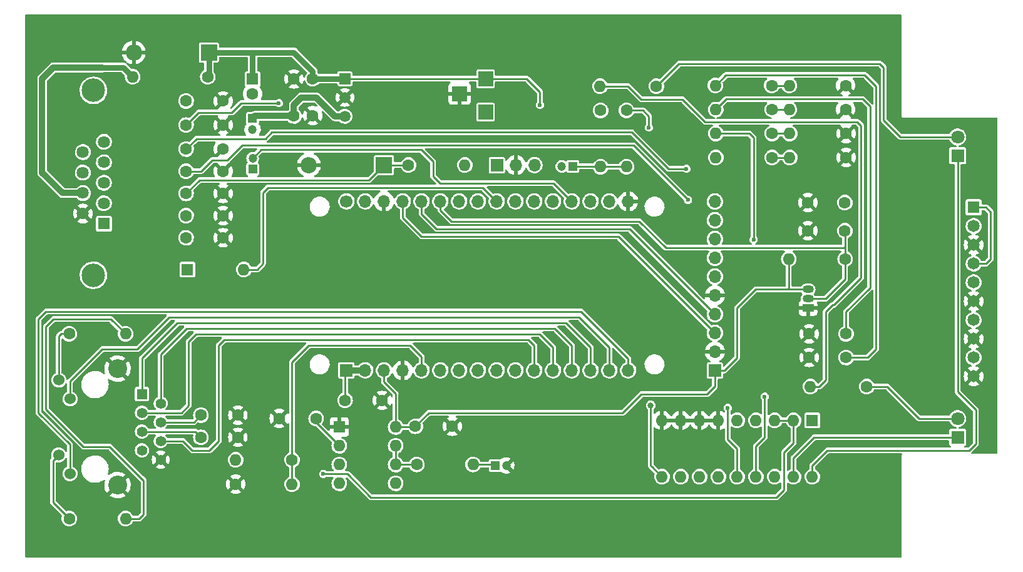
<source format=gbr>
G04 #@! TF.GenerationSoftware,KiCad,Pcbnew,(6.0.0)*
G04 #@! TF.CreationDate,2022-02-05T21:05:28-08:00*
G04 #@! TF.ProjectId,Duo2_Direwolf,44756f32-5f44-4697-9265-776f6c662e6b,rev?*
G04 #@! TF.SameCoordinates,Original*
G04 #@! TF.FileFunction,Copper,L2,Bot*
G04 #@! TF.FilePolarity,Positive*
%FSLAX46Y46*%
G04 Gerber Fmt 4.6, Leading zero omitted, Abs format (unit mm)*
G04 Created by KiCad (PCBNEW (6.0.0)) date 2022-02-05 21:05:28*
%MOMM*%
%LPD*%
G01*
G04 APERTURE LIST*
G04 #@! TA.AperFunction,ComponentPad*
%ADD10R,1.600000X1.600000*%
G04 #@! TD*
G04 #@! TA.AperFunction,ComponentPad*
%ADD11O,1.600000X1.600000*%
G04 #@! TD*
G04 #@! TA.AperFunction,ComponentPad*
%ADD12C,1.600000*%
G04 #@! TD*
G04 #@! TA.AperFunction,ComponentPad*
%ADD13R,1.700000X1.700000*%
G04 #@! TD*
G04 #@! TA.AperFunction,ComponentPad*
%ADD14O,1.700000X1.700000*%
G04 #@! TD*
G04 #@! TA.AperFunction,ComponentPad*
%ADD15R,2.000000X2.000000*%
G04 #@! TD*
G04 #@! TA.AperFunction,ComponentPad*
%ADD16R,1.508000X1.508000*%
G04 #@! TD*
G04 #@! TA.AperFunction,ComponentPad*
%ADD17C,1.508000*%
G04 #@! TD*
G04 #@! TA.AperFunction,ComponentPad*
%ADD18R,1.650000X1.650000*%
G04 #@! TD*
G04 #@! TA.AperFunction,ComponentPad*
%ADD19C,1.650000*%
G04 #@! TD*
G04 #@! TA.AperFunction,ComponentPad*
%ADD20R,1.800000X1.800000*%
G04 #@! TD*
G04 #@! TA.AperFunction,ComponentPad*
%ADD21C,1.800000*%
G04 #@! TD*
G04 #@! TA.AperFunction,ComponentPad*
%ADD22C,1.700000*%
G04 #@! TD*
G04 #@! TA.AperFunction,ComponentPad*
%ADD23R,2.200000X2.200000*%
G04 #@! TD*
G04 #@! TA.AperFunction,ComponentPad*
%ADD24O,2.200000X2.200000*%
G04 #@! TD*
G04 #@! TA.AperFunction,ComponentPad*
%ADD25R,1.400000X1.400000*%
G04 #@! TD*
G04 #@! TA.AperFunction,ComponentPad*
%ADD26C,1.400000*%
G04 #@! TD*
G04 #@! TA.AperFunction,ComponentPad*
%ADD27C,1.530000*%
G04 #@! TD*
G04 #@! TA.AperFunction,ComponentPad*
%ADD28C,2.550000*%
G04 #@! TD*
G04 #@! TA.AperFunction,ComponentPad*
%ADD29R,1.200000X1.200000*%
G04 #@! TD*
G04 #@! TA.AperFunction,ComponentPad*
%ADD30C,1.200000*%
G04 #@! TD*
G04 #@! TA.AperFunction,ComponentPad*
%ADD31R,1.500000X1.050000*%
G04 #@! TD*
G04 #@! TA.AperFunction,ComponentPad*
%ADD32O,1.500000X1.050000*%
G04 #@! TD*
G04 #@! TA.AperFunction,ComponentPad*
%ADD33C,3.180000*%
G04 #@! TD*
G04 #@! TA.AperFunction,ComponentPad*
%ADD34R,1.635000X1.635000*%
G04 #@! TD*
G04 #@! TA.AperFunction,ComponentPad*
%ADD35C,1.635000*%
G04 #@! TD*
G04 #@! TA.AperFunction,ViaPad*
%ADD36C,0.600000*%
G04 #@! TD*
G04 #@! TA.AperFunction,ViaPad*
%ADD37C,0.800000*%
G04 #@! TD*
G04 #@! TA.AperFunction,Conductor*
%ADD38C,0.254000*%
G04 #@! TD*
G04 #@! TA.AperFunction,Conductor*
%ADD39C,0.812800*%
G04 #@! TD*
G04 #@! TA.AperFunction,Conductor*
%ADD40C,0.760000*%
G04 #@! TD*
G04 APERTURE END LIST*
D10*
X92720000Y-132090000D03*
D11*
X92720000Y-134630000D03*
X92720000Y-137170000D03*
X92720000Y-139710000D03*
X100340000Y-139710000D03*
X100340000Y-137170000D03*
X100340000Y-134630000D03*
X100340000Y-132090000D03*
D12*
X161252000Y-95644000D03*
D11*
X153632000Y-95644000D03*
D12*
X164046000Y-126632000D03*
D11*
X156426000Y-126632000D03*
D12*
X151252000Y-95644000D03*
D11*
X143632000Y-95644000D03*
D12*
X103000000Y-132000000D03*
X108000000Y-132000000D03*
X131560000Y-89272000D03*
D11*
X131560000Y-96892000D03*
D12*
X161192000Y-85894000D03*
D11*
X153572000Y-85894000D03*
D12*
X161085000Y-105550000D03*
X156085000Y-105550000D03*
X151252000Y-89144000D03*
D11*
X143632000Y-89144000D03*
D12*
X161250000Y-122695000D03*
X156250000Y-122695000D03*
D13*
X143505000Y-124455000D03*
D14*
X143505000Y-121915000D03*
X143505000Y-119375000D03*
X143505000Y-116835000D03*
X143505000Y-114295000D03*
X143505000Y-111755000D03*
X143505000Y-109215000D03*
X143505000Y-106675000D03*
X143505000Y-104135000D03*
X143505000Y-101595000D03*
D10*
X80988000Y-85036888D03*
D12*
X80988000Y-87036888D03*
D15*
X112500000Y-89500000D03*
D12*
X74930000Y-84722000D03*
D11*
X64770000Y-84722000D03*
D16*
X93470000Y-84976000D03*
D17*
X93470000Y-87516000D03*
X93470000Y-90056000D03*
D12*
X135598000Y-85992000D03*
D11*
X127978000Y-85992000D03*
D12*
X151192000Y-85894000D03*
D11*
X143572000Y-85894000D03*
D18*
X178500000Y-102372500D03*
D19*
X178500000Y-104912500D03*
X178500000Y-107452500D03*
X178500000Y-109992500D03*
X178500000Y-112532500D03*
X178500000Y-115072500D03*
X178500000Y-117612500D03*
X178500000Y-120152500D03*
X178500000Y-122692500D03*
X178500000Y-125232500D03*
D20*
X176335000Y-95395000D03*
D21*
X176335000Y-92855000D03*
D15*
X109000000Y-87000000D03*
D12*
X161125000Y-109360000D03*
D11*
X153505000Y-109360000D03*
D13*
X93680000Y-124430000D03*
D22*
X93680000Y-101570000D03*
D14*
X96220000Y-124430000D03*
X96220000Y-101570000D03*
X98760000Y-124430000D03*
X98760000Y-101570000D03*
X101300000Y-124430000D03*
X101300000Y-101570000D03*
X103840000Y-124430000D03*
X103840000Y-101570000D03*
X106380000Y-124430000D03*
X106380000Y-101570000D03*
X108920000Y-124430000D03*
X108920000Y-101570000D03*
X111460000Y-124430000D03*
X111460000Y-101570000D03*
X114000000Y-124430000D03*
X114000000Y-101570000D03*
X116540000Y-124430000D03*
X116540000Y-101570000D03*
X119080000Y-124430000D03*
X119080000Y-101570000D03*
X121620000Y-124430000D03*
X121620000Y-101570000D03*
X124160000Y-124430000D03*
X124160000Y-101570000D03*
X126700000Y-124430000D03*
X126700000Y-101570000D03*
X129240000Y-124430000D03*
X129240000Y-101570000D03*
X131780000Y-124430000D03*
X131780000Y-101570000D03*
D12*
X56190000Y-144500000D03*
D11*
X63810000Y-144500000D03*
D12*
X79000000Y-130500000D03*
X74000000Y-130500000D03*
X93500000Y-128500000D03*
X98500000Y-128500000D03*
X72000000Y-106500000D03*
X77000000Y-106500000D03*
X151252000Y-92394000D03*
D11*
X143632000Y-92394000D03*
D12*
X103190000Y-137160000D03*
D11*
X110810000Y-137160000D03*
D12*
X89584000Y-130950000D03*
X84584000Y-130950000D03*
D23*
X75080000Y-81420000D03*
D24*
X64920000Y-81420000D03*
D25*
X66025000Y-127635000D03*
D26*
X68565000Y-128905000D03*
X66025000Y-130175000D03*
X68565000Y-131445000D03*
X66025000Y-132715000D03*
X68565000Y-133985000D03*
X66025000Y-135255000D03*
X68565000Y-136525000D03*
D27*
X54775000Y-125755000D03*
X56295000Y-128295000D03*
X54775000Y-135865000D03*
X56295000Y-138405000D03*
D28*
X62725000Y-124205000D03*
X62725000Y-139955000D03*
D29*
X124310000Y-96832000D03*
D30*
X122810000Y-96832000D03*
D12*
X161250000Y-119500000D03*
X156250000Y-119500000D03*
X128060000Y-89272000D03*
D11*
X128060000Y-96892000D03*
D23*
X98768000Y-96660000D03*
D24*
X88608000Y-96660000D03*
D12*
X161192000Y-89144000D03*
D11*
X153572000Y-89144000D03*
D29*
X81000000Y-97222599D03*
D30*
X81000000Y-95722599D03*
D12*
X86322000Y-136538000D03*
D11*
X78702000Y-136538000D03*
D12*
X89116000Y-84976000D03*
X89116000Y-89976000D03*
X72000000Y-94500000D03*
X77000000Y-94500000D03*
D10*
X72190000Y-110800000D03*
D11*
X79810000Y-110800000D03*
D12*
X161085000Y-101740000D03*
X156085000Y-101740000D03*
X78702000Y-139840000D03*
D11*
X86322000Y-139840000D03*
D12*
X72000000Y-91250000D03*
X77000000Y-91250000D03*
X72000000Y-88000000D03*
X77000000Y-88000000D03*
D20*
X176335000Y-133495000D03*
D21*
X176335000Y-130955000D03*
D12*
X72000000Y-97500000D03*
X77000000Y-97500000D03*
X56190000Y-119500000D03*
D11*
X63810000Y-119500000D03*
D13*
X114023000Y-96660000D03*
D14*
X116563000Y-96660000D03*
X119103000Y-96660000D03*
D31*
X156110000Y-116020000D03*
D32*
X156110000Y-114750000D03*
X156110000Y-113480000D03*
D12*
X72000000Y-100500000D03*
X77000000Y-100500000D03*
D15*
X112500000Y-85000000D03*
D12*
X86576000Y-90016000D03*
X86576000Y-85016000D03*
D33*
X59467500Y-86560000D03*
X59467500Y-111560000D03*
D34*
X60887500Y-104600000D03*
D35*
X60887500Y-101830000D03*
X60887500Y-99060000D03*
X60887500Y-96290000D03*
X60887500Y-93520000D03*
X58047500Y-103215000D03*
X58047500Y-100445000D03*
X58047500Y-97675000D03*
X58047500Y-94905000D03*
D29*
X80988000Y-90349401D03*
D30*
X80988000Y-91849401D03*
D12*
X74000000Y-133500000D03*
X79000000Y-133500000D03*
X72000000Y-103500000D03*
X77000000Y-103500000D03*
X102070000Y-96660000D03*
D11*
X109690000Y-96660000D03*
D29*
X113793401Y-137300000D03*
D30*
X115293401Y-137300000D03*
D12*
X161252000Y-92394000D03*
D11*
X153632000Y-92394000D03*
D10*
X156680000Y-131204000D03*
D11*
X154140000Y-131204000D03*
X151600000Y-131204000D03*
X149060000Y-131204000D03*
X146520000Y-131204000D03*
X143980000Y-131204000D03*
X141440000Y-131204000D03*
X138900000Y-131204000D03*
X136360000Y-131204000D03*
X136360000Y-138824000D03*
X138900000Y-138824000D03*
X141440000Y-138824000D03*
X143980000Y-138824000D03*
X146520000Y-138824000D03*
X149060000Y-138824000D03*
X151600000Y-138824000D03*
X154140000Y-138824000D03*
X156680000Y-138824000D03*
D36*
X139000000Y-76500000D03*
X103000000Y-147500000D03*
X51000000Y-102500000D03*
X167000000Y-81000000D03*
X170000000Y-100500000D03*
X51000000Y-130500000D03*
X127000000Y-76500000D03*
X137500000Y-93500000D03*
X164000000Y-134500000D03*
X167000000Y-132500000D03*
X151000000Y-81000000D03*
X91000000Y-76500000D03*
X139000000Y-149500000D03*
X170000000Y-127000000D03*
X134000000Y-98500000D03*
X75000000Y-78500000D03*
X82000000Y-133500000D03*
X143000000Y-76500000D03*
X157500000Y-92500000D03*
X173000000Y-121000000D03*
X107000000Y-76500000D03*
X51000000Y-76500000D03*
X114000000Y-107500000D03*
X83000000Y-147500000D03*
X173000000Y-119000000D03*
X95000000Y-147500000D03*
X87000000Y-76500000D03*
X131000000Y-81000000D03*
X170000000Y-113500000D03*
X89500000Y-128500000D03*
X135000000Y-149500000D03*
X82000000Y-121500000D03*
X79000000Y-149500000D03*
X115000000Y-76500000D03*
X110500000Y-140000000D03*
X139000000Y-129000000D03*
X147000000Y-105500000D03*
X123000000Y-84500000D03*
X120500000Y-122000000D03*
X82000000Y-127500000D03*
X173000000Y-127000000D03*
X55000000Y-147500000D03*
X128000000Y-122000000D03*
X156800000Y-135400000D03*
X147000000Y-149500000D03*
X98000000Y-137500000D03*
X173000000Y-116500000D03*
X93000000Y-93200000D03*
X111000000Y-147500000D03*
X51000000Y-94500000D03*
X148000000Y-89000000D03*
X51000000Y-78500000D03*
X107000000Y-97000000D03*
X122000000Y-87500000D03*
X164000000Y-132500000D03*
X71336000Y-137808000D03*
X91000000Y-105500000D03*
X75000000Y-124500000D03*
X170000000Y-134500000D03*
X51000000Y-114500000D03*
X96000000Y-113500000D03*
X170000000Y-106500000D03*
X127000000Y-78500000D03*
X139000000Y-86000000D03*
X157500000Y-99000000D03*
X178500000Y-94000000D03*
X158500000Y-110000000D03*
X75000000Y-127500000D03*
X155000000Y-78500000D03*
X119000000Y-76500000D03*
X170000000Y-94000000D03*
X115000000Y-78500000D03*
X147000000Y-76500000D03*
X59652000Y-133744000D03*
X136000000Y-118500000D03*
X163000000Y-149500000D03*
X64224000Y-133744000D03*
X139000000Y-81000000D03*
X161000000Y-99000000D03*
X163000000Y-147500000D03*
X159000000Y-78500000D03*
X87000000Y-147500000D03*
X101000000Y-122000000D03*
X51000000Y-118500000D03*
X139000000Y-78500000D03*
X155000000Y-149500000D03*
X128000000Y-93200000D03*
X85000000Y-107000000D03*
X67000000Y-78500000D03*
X108500000Y-107500000D03*
X128000000Y-113500000D03*
X99000000Y-91000000D03*
X64224000Y-130000000D03*
X126000000Y-132500000D03*
X131000000Y-78500000D03*
X170000000Y-97500000D03*
X151000000Y-76500000D03*
X173000000Y-132500000D03*
X107000000Y-93200000D03*
X167000000Y-147500000D03*
X63000000Y-76500000D03*
X63000000Y-147500000D03*
X151000000Y-78500000D03*
X154000000Y-135400000D03*
X101000000Y-107500000D03*
X167000000Y-76500000D03*
X123000000Y-147500000D03*
X64000000Y-96000000D03*
X107000000Y-149500000D03*
X83000000Y-149500000D03*
X129500000Y-140000000D03*
X87500000Y-125000000D03*
X170000000Y-124000000D03*
X155000000Y-147500000D03*
X133500000Y-113500000D03*
X99000000Y-76500000D03*
X123000000Y-122000000D03*
X131000000Y-149500000D03*
X161000000Y-132500000D03*
X99000000Y-147500000D03*
X159000000Y-81000000D03*
X104000000Y-134500000D03*
X135000000Y-78500000D03*
X87000000Y-78500000D03*
X143600000Y-98600000D03*
X130500000Y-118500000D03*
X99000000Y-81000000D03*
X67000000Y-149500000D03*
X63000000Y-78500000D03*
X135000000Y-83500000D03*
X170000000Y-91500000D03*
X59000000Y-78500000D03*
X86600000Y-93200000D03*
X123000000Y-81000000D03*
X110000000Y-122000000D03*
X135000000Y-147500000D03*
X99000000Y-87000000D03*
X111000000Y-149500000D03*
X173000000Y-103500000D03*
X167000000Y-149500000D03*
X170000000Y-110000000D03*
X123000000Y-76500000D03*
X91000000Y-78500000D03*
X151000000Y-147500000D03*
X173000000Y-94000000D03*
X106000000Y-113500000D03*
X161000000Y-129500000D03*
X139000000Y-147500000D03*
X161000000Y-134500000D03*
X161000000Y-126500000D03*
X116500000Y-132000000D03*
X170000000Y-103500000D03*
X51000000Y-122500000D03*
X103000000Y-76500000D03*
X155600000Y-137000000D03*
X79000000Y-147500000D03*
X117500000Y-122000000D03*
X178500000Y-98500000D03*
X128000000Y-107500000D03*
X173000000Y-113500000D03*
X95000000Y-76500000D03*
X157500000Y-86000000D03*
X180500000Y-131500000D03*
X107000000Y-147500000D03*
X83000000Y-78500000D03*
X87000000Y-149500000D03*
X143000000Y-147500000D03*
X127000000Y-149500000D03*
X93000000Y-96500000D03*
X111000000Y-76500000D03*
X115000000Y-147500000D03*
X155000000Y-76500000D03*
X64000000Y-111800000D03*
X63000000Y-149500000D03*
X59000000Y-76500000D03*
X96000000Y-107500000D03*
X67000000Y-147500000D03*
X71000000Y-147500000D03*
X51000000Y-110500000D03*
X114500000Y-113500000D03*
X51000000Y-149500000D03*
X123000000Y-149500000D03*
X103000000Y-78500000D03*
X159000000Y-147500000D03*
X131000000Y-76500000D03*
X99000000Y-78500000D03*
X51000000Y-90500000D03*
X71000000Y-78500000D03*
X74892000Y-137808000D03*
X114000000Y-122000000D03*
X71500000Y-121000000D03*
X167000000Y-129500000D03*
X74892000Y-142888000D03*
X147000000Y-78500000D03*
X167500000Y-87000000D03*
X135000000Y-76500000D03*
X118000000Y-128500000D03*
X59000000Y-147500000D03*
X120000000Y-113500000D03*
X75000000Y-149500000D03*
X60000000Y-141000000D03*
X85000000Y-113500000D03*
X143000000Y-78500000D03*
X90500000Y-113500000D03*
X96000000Y-122000000D03*
X104000000Y-140000000D03*
X110500000Y-134500000D03*
X51000000Y-98500000D03*
X71000000Y-149500000D03*
X125500000Y-122000000D03*
X55000000Y-149500000D03*
X173000000Y-106500000D03*
X51000000Y-86500000D03*
X75000000Y-76500000D03*
X119000000Y-149500000D03*
X99000000Y-149500000D03*
X95000000Y-149500000D03*
X91000000Y-149500000D03*
X155200000Y-133600000D03*
X139000000Y-89500000D03*
X51000000Y-147500000D03*
X91000000Y-147500000D03*
X51000000Y-126500000D03*
X71500000Y-124500000D03*
X75000000Y-147500000D03*
X103000000Y-149500000D03*
X119000000Y-78500000D03*
X75000000Y-121000000D03*
X96000000Y-132500000D03*
X111000000Y-78500000D03*
X159000000Y-149500000D03*
X152800000Y-99000000D03*
X55000000Y-94500000D03*
X55000000Y-86500000D03*
X115000000Y-149500000D03*
X59000000Y-149500000D03*
X64000000Y-98500000D03*
X123000000Y-78500000D03*
X107000000Y-81000000D03*
X71336000Y-142888000D03*
X107000000Y-78500000D03*
X164000000Y-129500000D03*
X149500000Y-118500000D03*
X55000000Y-76500000D03*
X55000000Y-78500000D03*
X163000000Y-78500000D03*
X79000000Y-78500000D03*
X126000000Y-128500000D03*
X83000000Y-76500000D03*
X151000000Y-149500000D03*
X71000000Y-76500000D03*
X71500000Y-127500000D03*
X67000000Y-76500000D03*
X143000000Y-149500000D03*
X173000000Y-130000000D03*
X101000000Y-113500000D03*
X104000000Y-128500000D03*
X173000000Y-100500000D03*
X95000000Y-78500000D03*
X180500000Y-134500000D03*
X173000000Y-134500000D03*
X167000000Y-134500000D03*
X131000000Y-147500000D03*
X55000000Y-90500000D03*
X59652000Y-130000000D03*
X119000000Y-147500000D03*
X64000000Y-107500000D03*
X147000000Y-147500000D03*
X173000000Y-91500000D03*
X115000000Y-81000000D03*
X51000000Y-134500000D03*
X107000000Y-91000000D03*
X79000000Y-76500000D03*
X163000000Y-76500000D03*
X120600000Y-93200000D03*
X51000000Y-138500000D03*
X170000000Y-132500000D03*
X159000000Y-76500000D03*
X170000000Y-116500000D03*
X106000000Y-122000000D03*
X51000000Y-142500000D03*
X91000000Y-81000000D03*
X120000000Y-107500000D03*
X173000000Y-97500000D03*
X60000000Y-119500000D03*
X127000000Y-147500000D03*
X110500000Y-128500000D03*
X173000000Y-124000000D03*
X118000000Y-140000000D03*
X51000000Y-106500000D03*
X167000000Y-78500000D03*
X134582000Y-91580000D03*
X84544000Y-88278000D03*
D37*
X134836000Y-129172000D03*
D36*
X119850000Y-88532000D03*
X139662000Y-97168000D03*
X148750000Y-106750000D03*
X90557000Y-138443000D03*
X139873489Y-101373489D03*
X145250000Y-129500000D03*
X150250000Y-128000000D03*
D38*
X73055000Y-131445000D02*
X68565000Y-131445000D01*
X74000000Y-130500000D02*
X73055000Y-131445000D01*
X74000000Y-133500000D02*
X73215000Y-132715000D01*
X73215000Y-132715000D02*
X66025000Y-132715000D01*
D39*
X89624000Y-87516000D02*
X87592000Y-87516000D01*
D38*
X162776000Y-90818000D02*
X142202000Y-90818000D01*
X158500000Y-125750000D02*
X158500000Y-116500000D01*
X158500000Y-116500000D02*
X159408000Y-115592000D01*
D39*
X93470000Y-90056000D02*
X92164000Y-90056000D01*
X81321401Y-90016000D02*
X80988000Y-90349401D01*
D38*
X93500000Y-124610000D02*
X93680000Y-124430000D01*
X156426000Y-126632000D02*
X157618000Y-126632000D01*
D39*
X87592000Y-87516000D02*
X86576000Y-88532000D01*
D38*
X157618000Y-126632000D02*
X158500000Y-125750000D01*
X142202000Y-90818000D02*
X139154000Y-87770000D01*
X163284000Y-111900000D02*
X163284000Y-91326000D01*
X131788000Y-85992000D02*
X133566000Y-87770000D01*
X127978000Y-85992000D02*
X131788000Y-85992000D01*
D39*
X86576000Y-88532000D02*
X86576000Y-90016000D01*
D38*
X93500000Y-128500000D02*
X93500000Y-124610000D01*
X159408000Y-115592000D02*
X159592000Y-115592000D01*
D39*
X92164000Y-90056000D02*
X89624000Y-87516000D01*
D38*
X159592000Y-115592000D02*
X163284000Y-111900000D01*
D39*
X86576000Y-90016000D02*
X81321401Y-90016000D01*
D38*
X163284000Y-91326000D02*
X162776000Y-90818000D01*
X139154000Y-87770000D02*
X133566000Y-87770000D01*
D39*
X96220000Y-124430000D02*
X93680000Y-124430000D01*
D38*
X131026000Y-130188000D02*
X133566000Y-127648000D01*
X66256000Y-143904000D02*
X65660000Y-144500000D01*
X58128000Y-134760000D02*
X61684000Y-134760000D01*
X123152000Y-130188000D02*
X131026000Y-130188000D01*
X65660000Y-144500000D02*
X63810000Y-144500000D01*
X100340000Y-132090000D02*
X102910000Y-132090000D01*
X61798000Y-117488000D02*
X54064000Y-117488000D01*
X66256000Y-139332000D02*
X66256000Y-143904000D01*
X103000000Y-132000000D02*
X104812000Y-130188000D01*
X153270000Y-113480000D02*
X149020000Y-113480000D01*
X156110000Y-113480000D02*
X153270000Y-113480000D01*
X143505000Y-126599000D02*
X143505000Y-124455000D01*
X153270000Y-113480000D02*
X153505000Y-113245000D01*
X100340000Y-127590000D02*
X98760000Y-126010000D01*
X102910000Y-132090000D02*
X103000000Y-132000000D01*
X146500000Y-116000000D02*
X146500000Y-122750000D01*
X146500000Y-122750000D02*
X144795000Y-124455000D01*
X61684000Y-134760000D02*
X66256000Y-139332000D01*
X53048000Y-129680000D02*
X58128000Y-134760000D01*
X98760000Y-126010000D02*
X98760000Y-124430000D01*
X63810000Y-119500000D02*
X61798000Y-117488000D01*
X149020000Y-113480000D02*
X146500000Y-116000000D01*
X144795000Y-124455000D02*
X143505000Y-124455000D01*
X142456000Y-127648000D02*
X143505000Y-126599000D01*
X104812000Y-130188000D02*
X123152000Y-130188000D01*
X133566000Y-127648000D02*
X142456000Y-127648000D01*
X53048000Y-118504000D02*
X53048000Y-129680000D01*
X153505000Y-113245000D02*
X153505000Y-109360000D01*
X54064000Y-117488000D02*
X53048000Y-118504000D01*
X100340000Y-132090000D02*
X100340000Y-127590000D01*
X110810000Y-137160000D02*
X113653401Y-137160000D01*
X113653401Y-137160000D02*
X113793401Y-137300000D01*
X165316000Y-121552000D02*
X165316000Y-85992000D01*
X165316000Y-85992000D02*
X163792000Y-84468000D01*
X163792000Y-84468000D02*
X144998000Y-84468000D01*
X161250000Y-122695000D02*
X164173000Y-122695000D01*
X144998000Y-84468000D02*
X143572000Y-85894000D01*
X164173000Y-122695000D02*
X165316000Y-121552000D01*
X131560000Y-89272000D02*
X133798000Y-89272000D01*
X134582000Y-90056000D02*
X134582000Y-91580000D01*
X79464000Y-88278000D02*
X78194000Y-89548000D01*
X78194000Y-89548000D02*
X73702000Y-89548000D01*
X133798000Y-89272000D02*
X134582000Y-90056000D01*
X73702000Y-89548000D02*
X72000000Y-91250000D01*
X84544000Y-88278000D02*
X79464000Y-88278000D01*
D40*
X80988000Y-81674000D02*
X81242000Y-81420000D01*
D38*
X134836000Y-129172000D02*
X134836000Y-137300000D01*
D40*
X89116000Y-84976000D02*
X93470000Y-84976000D01*
D38*
X109944000Y-84976000D02*
X112024000Y-84976000D01*
D40*
X80988000Y-85036888D02*
X80988000Y-81674000D01*
D38*
X112024000Y-84976000D02*
X118072000Y-84976000D01*
X135050000Y-137514000D02*
X136360000Y-138824000D01*
D40*
X81242000Y-81420000D02*
X75080000Y-81420000D01*
X75080000Y-81420000D02*
X75080000Y-84572000D01*
X89116000Y-84976000D02*
X89116000Y-83960000D01*
D38*
X118072000Y-84976000D02*
X119850000Y-86754000D01*
D40*
X75080000Y-84572000D02*
X74930000Y-84722000D01*
X86576000Y-81420000D02*
X81242000Y-81420000D01*
D38*
X93470000Y-84976000D02*
X109944000Y-84976000D01*
D40*
X89116000Y-83960000D02*
X86576000Y-81420000D01*
D38*
X134836000Y-137300000D02*
X135050000Y-137514000D01*
X119850000Y-86754000D02*
X119850000Y-88532000D01*
X177932000Y-135268000D02*
X178800000Y-134400000D01*
X176335000Y-95395000D02*
X176335000Y-127335000D01*
X158712000Y-135268000D02*
X177932000Y-135268000D01*
X156680000Y-138824000D02*
X156680000Y-137300000D01*
X178800000Y-129800000D02*
X176335000Y-127335000D01*
X178800000Y-134400000D02*
X178800000Y-129800000D01*
X156680000Y-137300000D02*
X158712000Y-135268000D01*
X165824000Y-82944000D02*
X138900000Y-82944000D01*
X166332000Y-90564000D02*
X166332000Y-83452000D01*
X176335000Y-92855000D02*
X168623000Y-92855000D01*
X138646000Y-82944000D02*
X138900000Y-82944000D01*
X168623000Y-92855000D02*
X166332000Y-90564000D01*
X135598000Y-85992000D02*
X138646000Y-82944000D01*
X166332000Y-83452000D02*
X165824000Y-82944000D01*
X176335000Y-133495000D02*
X156929000Y-133495000D01*
X156929000Y-133495000D02*
X154140000Y-136284000D01*
X154140000Y-136284000D02*
X154140000Y-138824000D01*
X171163000Y-130955000D02*
X166840000Y-126632000D01*
X166840000Y-126632000D02*
X164046000Y-126632000D01*
X176335000Y-130955000D02*
X171163000Y-130955000D01*
X83020000Y-99708000D02*
X83292000Y-99708000D01*
X83092000Y-99708000D02*
X83292000Y-99708000D01*
X79810000Y-110800000D02*
X81600000Y-110800000D01*
X82400000Y-110000000D02*
X82400000Y-100400000D01*
X83292000Y-99708000D02*
X112138000Y-99708000D01*
X82400000Y-100400000D02*
X83092000Y-99708000D01*
X112138000Y-99708000D02*
X114000000Y-101570000D01*
X81600000Y-110800000D02*
X82400000Y-110000000D01*
D39*
X60668000Y-83452000D02*
X54064000Y-83452000D01*
X55309000Y-100445000D02*
X58047500Y-100445000D01*
X54064000Y-83452000D02*
X52540000Y-84976000D01*
D40*
X63500000Y-83452000D02*
X60668000Y-83452000D01*
D39*
X52540000Y-97676000D02*
X55309000Y-100445000D01*
D40*
X64770000Y-84722000D02*
X63500000Y-83452000D01*
D39*
X52540000Y-84976000D02*
X52540000Y-97676000D01*
D38*
X73808000Y-98692000D02*
X96736000Y-98692000D01*
X96736000Y-98692000D02*
X98768000Y-96660000D01*
X98768000Y-96660000D02*
X102070000Y-96660000D01*
X72000000Y-100500000D02*
X73808000Y-98692000D01*
X89584000Y-131494000D02*
X89584000Y-130950000D01*
X92720000Y-134630000D02*
X89584000Y-131494000D01*
X180810000Y-103010000D02*
X180810000Y-109360000D01*
X180810000Y-109360000D02*
X180177500Y-109992500D01*
X178500000Y-102372500D02*
X180172500Y-102372500D01*
X180177500Y-109992500D02*
X178500000Y-109992500D01*
X180172500Y-102372500D02*
X180810000Y-103010000D01*
X103800000Y-94600000D02*
X105400000Y-96200000D01*
X106326511Y-99126511D02*
X121716511Y-99126511D01*
X121716511Y-99126511D02*
X124160000Y-101570000D01*
X82122599Y-94600000D02*
X103800000Y-94600000D01*
X105400000Y-98200000D02*
X106326511Y-99126511D01*
X105400000Y-96200000D02*
X105400000Y-98200000D01*
X81000000Y-95722599D02*
X82122599Y-94600000D01*
X128060000Y-96892000D02*
X131560000Y-96892000D01*
X128000000Y-96832000D02*
X128060000Y-96892000D01*
X124310000Y-96832000D02*
X128000000Y-96832000D01*
X145026000Y-87750000D02*
X163500000Y-87750000D01*
X164500000Y-88750000D02*
X164500000Y-113250000D01*
X161250000Y-116500000D02*
X161250000Y-119500000D01*
X143632000Y-89144000D02*
X145026000Y-87750000D01*
X164500000Y-113250000D02*
X161250000Y-116500000D01*
X163500000Y-87750000D02*
X164500000Y-88750000D01*
X72000000Y-94500000D02*
X73396000Y-93104000D01*
X132248176Y-92200000D02*
X137216176Y-97168000D01*
X73396000Y-93104000D02*
X82696000Y-93104000D01*
X82696000Y-93104000D02*
X83600000Y-92200000D01*
X83600000Y-92200000D02*
X132248176Y-92200000D01*
X137216176Y-97168000D02*
X139662000Y-97168000D01*
X148750000Y-93000000D02*
X148750000Y-106750000D01*
X148144000Y-92394000D02*
X148750000Y-93000000D01*
X143632000Y-92394000D02*
X148144000Y-92394000D01*
X133312000Y-104280000D02*
X136883511Y-107851511D01*
X160982489Y-107851511D02*
X161125000Y-107709000D01*
X107912000Y-104280000D02*
X133312000Y-104280000D01*
X161125000Y-112125000D02*
X161125000Y-109360000D01*
X161125000Y-107709000D02*
X161125000Y-105590000D01*
X106380000Y-101570000D02*
X106380000Y-102748000D01*
X158500000Y-114750000D02*
X161125000Y-112125000D01*
X136883511Y-107851511D02*
X160982489Y-107851511D01*
X161125000Y-109360000D02*
X161125000Y-107709000D01*
X156110000Y-114750000D02*
X158500000Y-114750000D01*
X106380000Y-102748000D02*
X107912000Y-104280000D01*
X161125000Y-105590000D02*
X161085000Y-105550000D01*
X152870000Y-140602000D02*
X152870000Y-135522000D01*
X93815000Y-138443000D02*
X96990000Y-141618000D01*
X152870000Y-135522000D02*
X154140000Y-134252000D01*
X93815000Y-138443000D02*
X90557000Y-138443000D01*
X151854000Y-141618000D02*
X152870000Y-140602000D01*
X96990000Y-141618000D02*
X151854000Y-141618000D01*
X154140000Y-134252000D02*
X154140000Y-131204000D01*
X151600000Y-131204000D02*
X154140000Y-131204000D01*
X151252000Y-95644000D02*
X153632000Y-95644000D01*
X66025000Y-122799000D02*
X70828000Y-117996000D01*
X126700000Y-121290000D02*
X126700000Y-124430000D01*
X70828000Y-117996000D02*
X123406000Y-117996000D01*
X66025000Y-127635000D02*
X66025000Y-122799000D01*
X123406000Y-117996000D02*
X126700000Y-121290000D01*
X68565000Y-128905000D02*
X68565000Y-122291000D01*
X124160000Y-121036000D02*
X124160000Y-124430000D01*
X121882000Y-118758000D02*
X124160000Y-121036000D01*
X72098000Y-118758000D02*
X121882000Y-118758000D01*
X68565000Y-122291000D02*
X72098000Y-118758000D01*
X71349000Y-130175000D02*
X66025000Y-130175000D01*
X121620000Y-124430000D02*
X121620000Y-121290000D01*
X72352000Y-129172000D02*
X71349000Y-130175000D01*
X119850000Y-119520000D02*
X73368000Y-119520000D01*
X72352000Y-120536000D02*
X72352000Y-129172000D01*
X73368000Y-119520000D02*
X72352000Y-120536000D01*
X121620000Y-121290000D02*
X119850000Y-119520000D01*
X71577000Y-133985000D02*
X68565000Y-133985000D01*
X72860000Y-135268000D02*
X71577000Y-133985000D01*
X77178000Y-120282000D02*
X76416000Y-121044000D01*
X119080000Y-124430000D02*
X119080000Y-121036000D01*
X76416000Y-133998000D02*
X75146000Y-135268000D01*
X119080000Y-121036000D02*
X118326000Y-120282000D01*
X76416000Y-121044000D02*
X76416000Y-133998000D01*
X118326000Y-120282000D02*
X77178000Y-120282000D01*
X75146000Y-135268000D02*
X72860000Y-135268000D01*
X55100000Y-119500000D02*
X56190000Y-119500000D01*
X54775000Y-119825000D02*
X55100000Y-119500000D01*
X54775000Y-125755000D02*
X54775000Y-119825000D01*
X60668000Y-121552000D02*
X65413000Y-121552000D01*
X69731000Y-117234000D02*
X125184000Y-117234000D01*
X65413000Y-121552000D02*
X69731000Y-117234000D01*
X129240000Y-121290000D02*
X129240000Y-124430000D01*
X56295000Y-128295000D02*
X56295000Y-125925000D01*
X56295000Y-125925000D02*
X60668000Y-121552000D01*
X125184000Y-117234000D02*
X129240000Y-121290000D01*
X54000000Y-136640000D02*
X54775000Y-135865000D01*
X54000000Y-142310000D02*
X54000000Y-136640000D01*
X56190000Y-144500000D02*
X54000000Y-142310000D01*
X131780000Y-122814000D02*
X125438000Y-116472000D01*
X56295000Y-134451000D02*
X56295000Y-138405000D01*
X131780000Y-124430000D02*
X131780000Y-122814000D01*
X52032000Y-117488000D02*
X53048000Y-116472000D01*
X125438000Y-116472000D02*
X64986000Y-116472000D01*
X52032000Y-130188000D02*
X52032000Y-117488000D01*
X52032000Y-130188000D02*
X56295000Y-134451000D01*
X53048000Y-116472000D02*
X65240000Y-116472000D01*
X151252000Y-92394000D02*
X153632000Y-92394000D01*
X151252000Y-89144000D02*
X153572000Y-89144000D01*
X100340000Y-137170000D02*
X103180000Y-137170000D01*
X103180000Y-137170000D02*
X103190000Y-137160000D01*
X100340000Y-134630000D02*
X100340000Y-137170000D01*
X151192000Y-85894000D02*
X153572000Y-85894000D01*
X103848000Y-106312000D02*
X101300000Y-103764000D01*
X101300000Y-103764000D02*
X101300000Y-101570000D01*
X130442000Y-106312000D02*
X103848000Y-106312000D01*
X143505000Y-119375000D02*
X130442000Y-106312000D01*
X105880000Y-105296000D02*
X103840000Y-103256000D01*
X103840000Y-103256000D02*
X103840000Y-101570000D01*
X143505000Y-116835000D02*
X131966000Y-105296000D01*
X131966000Y-105296000D02*
X105880000Y-105296000D01*
X74000000Y-97500000D02*
X72000000Y-97500000D01*
X139873489Y-101373489D02*
X132500000Y-94000000D01*
X77600000Y-96000000D02*
X75500000Y-96000000D01*
X132500000Y-94000000D02*
X79600000Y-94000000D01*
X79600000Y-94000000D02*
X77600000Y-96000000D01*
X75500000Y-96000000D02*
X74000000Y-97500000D01*
X146520000Y-138824000D02*
X146520000Y-135020000D01*
X146520000Y-135020000D02*
X145250000Y-133750000D01*
X145250000Y-133750000D02*
X145250000Y-129500000D01*
X150250000Y-133500000D02*
X150250000Y-128000000D01*
X149060000Y-134690000D02*
X150250000Y-133500000D01*
X149060000Y-138824000D02*
X149060000Y-134690000D01*
X103840000Y-122560000D02*
X103840000Y-124430000D01*
X102324000Y-121044000D02*
X103840000Y-122560000D01*
X88608000Y-121044000D02*
X102324000Y-121044000D01*
X86322000Y-123330000D02*
X88608000Y-121044000D01*
X86322000Y-136538000D02*
X86322000Y-123330000D01*
X86322000Y-139840000D02*
X86322000Y-136538000D01*
G04 #@! TA.AperFunction,Conductor*
G36*
X168688121Y-76274002D02*
G01*
X168734614Y-76327658D01*
X168746000Y-76380000D01*
X168746000Y-89962575D01*
X168743579Y-89987153D01*
X168741024Y-90000000D01*
X168744425Y-90017096D01*
X168746000Y-90025015D01*
X168746000Y-90025017D01*
X168750091Y-90045586D01*
X168758100Y-90085847D01*
X168760737Y-90099106D01*
X168767629Y-90109421D01*
X168767630Y-90109423D01*
X168804056Y-90163938D01*
X168816876Y-90183124D01*
X168900894Y-90239263D01*
X168945136Y-90248063D01*
X169000000Y-90258976D01*
X169012847Y-90256421D01*
X169037425Y-90254000D01*
X181620000Y-90254000D01*
X181688121Y-90274002D01*
X181734614Y-90327658D01*
X181746000Y-90380000D01*
X181746000Y-135620000D01*
X181725998Y-135688121D01*
X181672342Y-135734614D01*
X181620000Y-135746000D01*
X178297763Y-135746000D01*
X178229642Y-135725998D01*
X178183149Y-135672342D01*
X178173045Y-135602068D01*
X178205263Y-135534444D01*
X178205879Y-135533778D01*
X178209284Y-135530238D01*
X179031483Y-134708040D01*
X179050494Y-134692686D01*
X179051556Y-134691720D01*
X179060304Y-134686071D01*
X179066748Y-134677896D01*
X179066751Y-134677894D01*
X179081229Y-134659528D01*
X179085208Y-134655050D01*
X179085137Y-134654990D01*
X179088490Y-134651033D01*
X179092171Y-134647352D01*
X179095197Y-134643118D01*
X179103469Y-134631543D01*
X179107032Y-134626798D01*
X179132485Y-134594510D01*
X179138934Y-134586330D01*
X179141984Y-134577645D01*
X179147334Y-134570158D01*
X179162109Y-134520753D01*
X179163930Y-134515150D01*
X179163973Y-134515029D01*
X179181016Y-134466498D01*
X179181500Y-134460909D01*
X179181500Y-134458196D01*
X179181615Y-134455531D01*
X179181634Y-134455468D01*
X179181808Y-134455475D01*
X179181855Y-134454729D01*
X179183725Y-134448476D01*
X179181597Y-134394322D01*
X179181500Y-134389375D01*
X179181500Y-129854136D01*
X179184085Y-129829847D01*
X179184153Y-129828400D01*
X179186345Y-129818220D01*
X179182373Y-129784660D01*
X179182020Y-129778679D01*
X179181928Y-129778687D01*
X179181500Y-129773508D01*
X179181500Y-129768308D01*
X179180647Y-129763181D01*
X179180646Y-129763173D01*
X179178312Y-129749151D01*
X179177475Y-129743275D01*
X179172641Y-129702431D01*
X179172640Y-129702429D01*
X179171417Y-129692092D01*
X179167433Y-129683795D01*
X179165922Y-129674717D01*
X179160978Y-129665555D01*
X179160977Y-129665551D01*
X179141447Y-129629356D01*
X179138751Y-129624066D01*
X179135968Y-129618269D01*
X179116440Y-129577602D01*
X179112830Y-129573308D01*
X179110898Y-129571376D01*
X179109111Y-129569427D01*
X179109082Y-129569374D01*
X179109212Y-129569255D01*
X179108711Y-129568687D01*
X179105612Y-129562943D01*
X179065791Y-129526133D01*
X179062226Y-129522704D01*
X176753405Y-127213882D01*
X176719379Y-127151570D01*
X176716500Y-127124787D01*
X176716500Y-126336513D01*
X177760542Y-126336513D01*
X177769838Y-126348528D01*
X177826446Y-126388165D01*
X177835941Y-126393648D01*
X178037364Y-126487572D01*
X178047656Y-126491318D01*
X178262328Y-126548839D01*
X178273123Y-126550742D01*
X178494525Y-126570113D01*
X178505475Y-126570113D01*
X178726877Y-126550742D01*
X178737672Y-126548839D01*
X178952344Y-126491318D01*
X178962636Y-126487572D01*
X179164059Y-126393648D01*
X179173554Y-126388165D01*
X179231000Y-126347941D01*
X179239375Y-126337464D01*
X179232307Y-126324017D01*
X178512812Y-125604522D01*
X178498868Y-125596908D01*
X178497035Y-125597039D01*
X178490420Y-125601290D01*
X177766972Y-126324738D01*
X177760542Y-126336513D01*
X176716500Y-126336513D01*
X176716500Y-125237975D01*
X177162387Y-125237975D01*
X177181758Y-125459377D01*
X177183661Y-125470172D01*
X177241182Y-125684844D01*
X177244928Y-125695136D01*
X177338852Y-125896559D01*
X177344335Y-125906054D01*
X177384559Y-125963500D01*
X177395036Y-125971875D01*
X177408483Y-125964807D01*
X178127978Y-125245312D01*
X178134356Y-125233632D01*
X178864408Y-125233632D01*
X178864539Y-125235465D01*
X178868790Y-125242080D01*
X179592238Y-125965528D01*
X179604013Y-125971958D01*
X179616028Y-125962662D01*
X179655665Y-125906054D01*
X179661148Y-125896559D01*
X179755072Y-125695136D01*
X179758818Y-125684844D01*
X179816339Y-125470172D01*
X179818242Y-125459377D01*
X179837613Y-125237975D01*
X179837613Y-125227025D01*
X179818242Y-125005623D01*
X179816339Y-124994828D01*
X179758818Y-124780156D01*
X179755072Y-124769864D01*
X179661148Y-124568441D01*
X179655665Y-124558946D01*
X179615441Y-124501500D01*
X179604964Y-124493125D01*
X179591517Y-124500193D01*
X178872022Y-125219688D01*
X178864408Y-125233632D01*
X178134356Y-125233632D01*
X178135592Y-125231368D01*
X178135461Y-125229535D01*
X178131210Y-125222920D01*
X177407762Y-124499472D01*
X177395987Y-124493042D01*
X177383972Y-124502338D01*
X177344335Y-124558946D01*
X177338852Y-124568441D01*
X177244928Y-124769864D01*
X177241182Y-124780156D01*
X177183661Y-124994828D01*
X177181758Y-125005623D01*
X177162387Y-125227025D01*
X177162387Y-125237975D01*
X176716500Y-125237975D01*
X176716500Y-122664121D01*
X177416247Y-122664121D01*
X177429222Y-122862095D01*
X177430644Y-122867694D01*
X177470739Y-123025564D01*
X177478059Y-123054388D01*
X177480476Y-123059631D01*
X177486784Y-123073314D01*
X177561120Y-123234562D01*
X177564453Y-123239278D01*
X177664457Y-123380780D01*
X177675625Y-123396583D01*
X177679767Y-123400618D01*
X177703553Y-123423789D01*
X177817738Y-123535023D01*
X177822542Y-123538233D01*
X177888440Y-123582265D01*
X177982700Y-123645248D01*
X178133847Y-123710185D01*
X178144621Y-123714814D01*
X178199315Y-123760082D01*
X178220852Y-123827733D01*
X178202395Y-123896289D01*
X178149805Y-123943983D01*
X178127496Y-123952289D01*
X178047653Y-123973683D01*
X178037364Y-123977428D01*
X177835941Y-124071352D01*
X177826446Y-124076835D01*
X177769000Y-124117059D01*
X177760625Y-124127536D01*
X177767693Y-124140983D01*
X178487188Y-124860478D01*
X178501132Y-124868092D01*
X178502965Y-124867961D01*
X178509580Y-124863710D01*
X179233028Y-124140262D01*
X179239458Y-124128487D01*
X179230162Y-124116472D01*
X179173554Y-124076835D01*
X179164059Y-124071352D01*
X178962636Y-123977428D01*
X178952344Y-123973682D01*
X178868458Y-123951205D01*
X178807835Y-123914253D01*
X178776814Y-123850393D01*
X178785242Y-123779898D01*
X178830445Y-123725151D01*
X178860567Y-123710185D01*
X178935489Y-123684752D01*
X178935491Y-123684751D01*
X178940953Y-123682897D01*
X179114055Y-123585956D01*
X179266592Y-123459092D01*
X179393456Y-123306555D01*
X179490397Y-123133453D01*
X179492934Y-123125979D01*
X179552313Y-122951058D01*
X179552313Y-122951056D01*
X179554171Y-122945584D01*
X179555000Y-122939868D01*
X179555001Y-122939863D01*
X179574485Y-122805475D01*
X179582639Y-122749239D01*
X179584125Y-122692500D01*
X179565971Y-122494934D01*
X179560264Y-122474696D01*
X179520388Y-122333308D01*
X179512118Y-122303984D01*
X179446149Y-122170211D01*
X179426924Y-122131227D01*
X179424369Y-122126046D01*
X179418268Y-122117875D01*
X179309115Y-121971703D01*
X179305662Y-121967079D01*
X179290586Y-121953143D01*
X179164213Y-121836325D01*
X179164210Y-121836323D01*
X179159973Y-121832406D01*
X178992182Y-121726538D01*
X178855835Y-121672141D01*
X178799976Y-121628320D01*
X178776676Y-121561256D01*
X178793332Y-121492241D01*
X178844657Y-121443186D01*
X178869916Y-121433404D01*
X178952342Y-121411319D01*
X178962636Y-121407572D01*
X179164059Y-121313648D01*
X179173554Y-121308165D01*
X179231000Y-121267941D01*
X179239375Y-121257464D01*
X179232307Y-121244017D01*
X178512812Y-120524522D01*
X178498868Y-120516908D01*
X178497035Y-120517039D01*
X178490420Y-120521290D01*
X177766972Y-121244738D01*
X177760542Y-121256513D01*
X177769838Y-121268528D01*
X177826446Y-121308165D01*
X177835941Y-121313648D01*
X178037364Y-121407572D01*
X178047656Y-121411318D01*
X178131478Y-121433778D01*
X178192101Y-121470730D01*
X178223122Y-121534591D01*
X178214694Y-121605085D01*
X178169491Y-121659832D01*
X178142479Y-121673697D01*
X178033272Y-121713985D01*
X178028310Y-121716937D01*
X177867730Y-121812471D01*
X177867727Y-121812473D01*
X177862767Y-121815424D01*
X177829397Y-121844689D01*
X177717949Y-121942427D01*
X177717946Y-121942430D01*
X177713604Y-121946238D01*
X177710029Y-121950773D01*
X177710027Y-121950775D01*
X177677179Y-121992442D01*
X177590776Y-122102043D01*
X177588085Y-122107159D01*
X177588083Y-122107161D01*
X177501264Y-122272178D01*
X177498399Y-122277623D01*
X177482982Y-122327275D01*
X177444139Y-122452372D01*
X177439566Y-122467098D01*
X177416247Y-122664121D01*
X176716500Y-122664121D01*
X176716500Y-120157975D01*
X177162387Y-120157975D01*
X177181758Y-120379377D01*
X177183661Y-120390172D01*
X177241182Y-120604844D01*
X177244928Y-120615136D01*
X177338852Y-120816559D01*
X177344335Y-120826054D01*
X177384559Y-120883500D01*
X177395036Y-120891875D01*
X177408483Y-120884807D01*
X178127978Y-120165312D01*
X178134356Y-120153632D01*
X178864408Y-120153632D01*
X178864539Y-120155465D01*
X178868790Y-120162080D01*
X179592238Y-120885528D01*
X179604013Y-120891958D01*
X179616028Y-120882662D01*
X179655665Y-120826054D01*
X179661148Y-120816559D01*
X179755072Y-120615136D01*
X179758818Y-120604844D01*
X179816339Y-120390172D01*
X179818242Y-120379377D01*
X179837613Y-120157975D01*
X179837613Y-120147025D01*
X179818242Y-119925623D01*
X179816339Y-119914828D01*
X179758818Y-119700156D01*
X179755072Y-119689864D01*
X179661148Y-119488441D01*
X179655665Y-119478946D01*
X179615441Y-119421500D01*
X179604964Y-119413125D01*
X179591517Y-119420193D01*
X178872022Y-120139688D01*
X178864408Y-120153632D01*
X178134356Y-120153632D01*
X178135592Y-120151368D01*
X178135461Y-120149535D01*
X178131210Y-120142920D01*
X177407762Y-119419472D01*
X177395987Y-119413042D01*
X177383972Y-119422338D01*
X177344335Y-119478946D01*
X177338852Y-119488441D01*
X177244928Y-119689864D01*
X177241182Y-119700156D01*
X177183661Y-119914828D01*
X177181758Y-119925623D01*
X177162387Y-120147025D01*
X177162387Y-120157975D01*
X176716500Y-120157975D01*
X176716500Y-117584121D01*
X177416247Y-117584121D01*
X177422970Y-117686701D01*
X177427449Y-117755035D01*
X177429222Y-117782095D01*
X177478059Y-117974388D01*
X177561120Y-118154562D01*
X177564453Y-118159278D01*
X177671995Y-118311446D01*
X177675625Y-118316583D01*
X177817738Y-118455023D01*
X177822542Y-118458233D01*
X177868851Y-118489176D01*
X177982700Y-118565248D01*
X178133847Y-118630185D01*
X178144621Y-118634814D01*
X178199315Y-118680082D01*
X178220852Y-118747733D01*
X178202395Y-118816289D01*
X178149805Y-118863983D01*
X178127496Y-118872289D01*
X178047653Y-118893683D01*
X178037364Y-118897428D01*
X177835941Y-118991352D01*
X177826446Y-118996835D01*
X177769000Y-119037059D01*
X177760625Y-119047536D01*
X177767693Y-119060983D01*
X178487188Y-119780478D01*
X178501132Y-119788092D01*
X178502965Y-119787961D01*
X178509580Y-119783710D01*
X179233028Y-119060262D01*
X179239458Y-119048487D01*
X179230162Y-119036472D01*
X179173554Y-118996835D01*
X179164059Y-118991352D01*
X178962636Y-118897428D01*
X178952344Y-118893682D01*
X178868458Y-118871205D01*
X178807835Y-118834253D01*
X178776814Y-118770393D01*
X178785242Y-118699898D01*
X178830445Y-118645151D01*
X178860567Y-118630185D01*
X178935489Y-118604752D01*
X178935491Y-118604751D01*
X178940953Y-118602897D01*
X179114055Y-118505956D01*
X179266592Y-118379092D01*
X179393456Y-118226555D01*
X179490397Y-118053453D01*
X179515457Y-117979631D01*
X179552313Y-117871058D01*
X179552313Y-117871056D01*
X179554171Y-117865584D01*
X179555000Y-117859868D01*
X179555001Y-117859863D01*
X179578609Y-117697035D01*
X179582639Y-117669239D01*
X179584125Y-117612500D01*
X179565971Y-117414934D01*
X179559739Y-117392835D01*
X179534256Y-117302479D01*
X179512118Y-117223984D01*
X179424369Y-117046046D01*
X179382358Y-116989786D01*
X179309115Y-116891703D01*
X179305662Y-116887079D01*
X179301426Y-116883163D01*
X179164213Y-116756325D01*
X179164210Y-116756323D01*
X179159973Y-116752406D01*
X178992182Y-116646538D01*
X178855835Y-116592141D01*
X178799976Y-116548320D01*
X178776676Y-116481256D01*
X178793332Y-116412241D01*
X178844657Y-116363186D01*
X178869916Y-116353404D01*
X178952342Y-116331319D01*
X178962636Y-116327572D01*
X179164059Y-116233648D01*
X179173554Y-116228165D01*
X179231000Y-116187941D01*
X179239375Y-116177464D01*
X179232307Y-116164017D01*
X178512812Y-115444522D01*
X178498868Y-115436908D01*
X178497035Y-115437039D01*
X178490420Y-115441290D01*
X177766972Y-116164738D01*
X177760542Y-116176513D01*
X177769838Y-116188528D01*
X177826446Y-116228165D01*
X177835941Y-116233648D01*
X178037364Y-116327572D01*
X178047656Y-116331318D01*
X178131478Y-116353778D01*
X178192101Y-116390730D01*
X178223122Y-116454591D01*
X178214694Y-116525085D01*
X178169491Y-116579832D01*
X178142479Y-116593697D01*
X178033272Y-116633985D01*
X178028310Y-116636937D01*
X177867730Y-116732471D01*
X177867727Y-116732473D01*
X177862767Y-116735424D01*
X177858424Y-116739233D01*
X177717949Y-116862427D01*
X177717946Y-116862430D01*
X177713604Y-116866238D01*
X177710029Y-116870773D01*
X177710027Y-116870775D01*
X177691751Y-116893958D01*
X177590776Y-117022043D01*
X177588085Y-117027159D01*
X177588083Y-117027161D01*
X177504510Y-117186008D01*
X177498399Y-117197623D01*
X177439566Y-117387098D01*
X177416247Y-117584121D01*
X176716500Y-117584121D01*
X176716500Y-115077975D01*
X177162387Y-115077975D01*
X177181758Y-115299377D01*
X177183661Y-115310172D01*
X177241182Y-115524844D01*
X177244928Y-115535136D01*
X177338852Y-115736559D01*
X177344335Y-115746054D01*
X177384559Y-115803500D01*
X177395036Y-115811875D01*
X177408483Y-115804807D01*
X178127978Y-115085312D01*
X178134356Y-115073632D01*
X178864408Y-115073632D01*
X178864539Y-115075465D01*
X178868790Y-115082080D01*
X179592238Y-115805528D01*
X179604013Y-115811958D01*
X179616028Y-115802662D01*
X179655665Y-115746054D01*
X179661148Y-115736559D01*
X179755072Y-115535136D01*
X179758818Y-115524844D01*
X179816339Y-115310172D01*
X179818242Y-115299377D01*
X179837613Y-115077975D01*
X179837613Y-115067025D01*
X179818242Y-114845623D01*
X179816339Y-114834828D01*
X179758818Y-114620156D01*
X179755072Y-114609864D01*
X179661148Y-114408441D01*
X179655665Y-114398946D01*
X179615441Y-114341500D01*
X179604964Y-114333125D01*
X179591517Y-114340193D01*
X178872022Y-115059688D01*
X178864408Y-115073632D01*
X178134356Y-115073632D01*
X178135592Y-115071368D01*
X178135461Y-115069535D01*
X178131210Y-115062920D01*
X177407762Y-114339472D01*
X177395987Y-114333042D01*
X177383972Y-114342338D01*
X177344335Y-114398946D01*
X177338852Y-114408441D01*
X177244928Y-114609864D01*
X177241182Y-114620156D01*
X177183661Y-114834828D01*
X177181758Y-114845623D01*
X177162387Y-115067025D01*
X177162387Y-115077975D01*
X176716500Y-115077975D01*
X176716500Y-112504121D01*
X177416247Y-112504121D01*
X177429222Y-112702095D01*
X177430644Y-112707694D01*
X177462362Y-112832580D01*
X177478059Y-112894388D01*
X177480476Y-112899631D01*
X177530748Y-113008679D01*
X177561120Y-113074562D01*
X177577735Y-113098072D01*
X177629064Y-113170700D01*
X177675625Y-113236583D01*
X177817738Y-113375023D01*
X177982700Y-113485248D01*
X178133847Y-113550185D01*
X178144621Y-113554814D01*
X178199315Y-113600082D01*
X178220852Y-113667733D01*
X178202395Y-113736289D01*
X178149805Y-113783983D01*
X178127496Y-113792289D01*
X178047653Y-113813683D01*
X178037364Y-113817428D01*
X177835941Y-113911352D01*
X177826446Y-113916835D01*
X177769000Y-113957059D01*
X177760625Y-113967536D01*
X177767693Y-113980983D01*
X178487188Y-114700478D01*
X178501132Y-114708092D01*
X178502965Y-114707961D01*
X178509580Y-114703710D01*
X179233028Y-113980262D01*
X179239458Y-113968487D01*
X179230162Y-113956472D01*
X179173554Y-113916835D01*
X179164059Y-113911352D01*
X178962636Y-113817428D01*
X178952344Y-113813682D01*
X178868458Y-113791205D01*
X178807835Y-113754253D01*
X178776814Y-113690393D01*
X178785242Y-113619898D01*
X178830445Y-113565151D01*
X178860567Y-113550185D01*
X178935489Y-113524752D01*
X178935491Y-113524751D01*
X178940953Y-113522897D01*
X179114055Y-113425956D01*
X179266592Y-113299092D01*
X179367297Y-113178008D01*
X179389765Y-113150993D01*
X179393456Y-113146555D01*
X179490397Y-112973453D01*
X179515457Y-112899631D01*
X179552313Y-112791058D01*
X179552313Y-112791056D01*
X179554171Y-112785584D01*
X179555000Y-112779868D01*
X179555001Y-112779863D01*
X179578669Y-112616618D01*
X179582639Y-112589239D01*
X179584125Y-112532500D01*
X179565971Y-112334934D01*
X179561621Y-112319508D01*
X179523942Y-112185909D01*
X179512118Y-112143984D01*
X179424369Y-111966046D01*
X179419751Y-111959861D01*
X179309115Y-111811703D01*
X179305662Y-111807079D01*
X179289154Y-111791819D01*
X179164213Y-111676325D01*
X179164210Y-111676323D01*
X179159973Y-111672406D01*
X178992182Y-111566538D01*
X178807908Y-111493020D01*
X178613322Y-111454314D01*
X178607547Y-111454238D01*
X178607543Y-111454238D01*
X178508535Y-111452942D01*
X178414941Y-111451717D01*
X178409244Y-111452696D01*
X178409243Y-111452696D01*
X178225105Y-111484337D01*
X178219408Y-111485316D01*
X178033272Y-111553985D01*
X178028310Y-111556937D01*
X177867730Y-111652471D01*
X177867727Y-111652473D01*
X177862767Y-111655424D01*
X177858424Y-111659233D01*
X177717949Y-111782427D01*
X177717946Y-111782430D01*
X177713604Y-111786238D01*
X177710029Y-111790773D01*
X177710027Y-111790775D01*
X177689568Y-111816727D01*
X177590776Y-111942043D01*
X177588085Y-111947159D01*
X177588083Y-111947161D01*
X177521815Y-112073116D01*
X177498399Y-112117623D01*
X177439566Y-112307098D01*
X177416247Y-112504121D01*
X176716500Y-112504121D01*
X176716500Y-109964121D01*
X177416247Y-109964121D01*
X177429222Y-110162095D01*
X177478059Y-110354388D01*
X177480476Y-110359631D01*
X177489334Y-110378845D01*
X177561120Y-110534562D01*
X177564453Y-110539278D01*
X177671995Y-110691446D01*
X177675625Y-110696583D01*
X177817738Y-110835023D01*
X177982700Y-110945248D01*
X177988008Y-110947529D01*
X177988009Y-110947529D01*
X178159684Y-111021286D01*
X178159687Y-111021287D01*
X178164987Y-111023564D01*
X178170616Y-111024838D01*
X178170617Y-111024838D01*
X178352856Y-111066075D01*
X178352862Y-111066076D01*
X178358493Y-111067350D01*
X178364264Y-111067577D01*
X178364266Y-111067577D01*
X178424816Y-111069956D01*
X178556739Y-111075139D01*
X178656231Y-111060714D01*
X178747363Y-111047501D01*
X178747368Y-111047500D01*
X178753084Y-111046671D01*
X178758556Y-111044813D01*
X178758558Y-111044813D01*
X178935489Y-110984752D01*
X178935491Y-110984751D01*
X178940953Y-110982897D01*
X179114055Y-110885956D01*
X179266592Y-110759092D01*
X179393456Y-110606555D01*
X179487608Y-110438434D01*
X179538345Y-110388772D01*
X179597543Y-110374000D01*
X180123365Y-110374000D01*
X180147664Y-110376586D01*
X180149102Y-110376654D01*
X180159280Y-110378845D01*
X180192841Y-110374873D01*
X180198820Y-110374521D01*
X180198812Y-110374428D01*
X180203990Y-110374000D01*
X180209192Y-110374000D01*
X180228346Y-110370812D01*
X180234204Y-110369978D01*
X180250818Y-110368012D01*
X180275067Y-110365142D01*
X180275068Y-110365142D01*
X180285407Y-110363918D01*
X180293706Y-110359933D01*
X180302783Y-110358422D01*
X180348151Y-110333942D01*
X180353414Y-110331261D01*
X180392750Y-110312373D01*
X180392754Y-110312370D01*
X180399898Y-110308940D01*
X180404192Y-110305330D01*
X180406124Y-110303398D01*
X180408073Y-110301611D01*
X180408126Y-110301582D01*
X180408245Y-110301712D01*
X180408813Y-110301211D01*
X180414557Y-110298112D01*
X180451354Y-110258305D01*
X180454784Y-110254738D01*
X181041483Y-109668040D01*
X181060494Y-109652686D01*
X181061556Y-109651720D01*
X181070304Y-109646071D01*
X181076748Y-109637896D01*
X181076751Y-109637894D01*
X181091229Y-109619528D01*
X181095208Y-109615050D01*
X181095137Y-109614990D01*
X181098490Y-109611033D01*
X181102171Y-109607352D01*
X181105197Y-109603118D01*
X181113469Y-109591543D01*
X181117032Y-109586798D01*
X181142485Y-109554510D01*
X181148934Y-109546330D01*
X181151984Y-109537645D01*
X181157334Y-109530158D01*
X181172109Y-109480753D01*
X181173930Y-109475150D01*
X181188388Y-109433981D01*
X181191016Y-109426498D01*
X181191500Y-109420909D01*
X181191500Y-109418196D01*
X181191615Y-109415531D01*
X181191634Y-109415468D01*
X181191808Y-109415475D01*
X181191855Y-109414729D01*
X181193725Y-109408476D01*
X181191597Y-109354322D01*
X181191500Y-109349375D01*
X181191500Y-103064135D01*
X181194086Y-103039836D01*
X181194154Y-103038398D01*
X181196345Y-103028220D01*
X181192373Y-102994658D01*
X181192021Y-102988680D01*
X181191928Y-102988688D01*
X181191500Y-102983510D01*
X181191500Y-102978308D01*
X181188312Y-102959154D01*
X181187477Y-102953289D01*
X181182642Y-102912433D01*
X181182642Y-102912432D01*
X181181418Y-102902093D01*
X181177433Y-102893794D01*
X181175922Y-102884717D01*
X181151442Y-102839349D01*
X181148761Y-102834086D01*
X181129873Y-102794750D01*
X181129870Y-102794746D01*
X181126440Y-102787602D01*
X181122830Y-102783308D01*
X181120898Y-102781376D01*
X181119111Y-102779427D01*
X181119082Y-102779374D01*
X181119212Y-102779255D01*
X181118711Y-102778687D01*
X181115612Y-102772943D01*
X181105078Y-102763205D01*
X181075805Y-102736146D01*
X181072238Y-102732716D01*
X180480540Y-102141017D01*
X180465186Y-102122006D01*
X180464220Y-102120944D01*
X180458571Y-102112196D01*
X180450396Y-102105752D01*
X180450394Y-102105749D01*
X180432028Y-102091271D01*
X180427553Y-102087294D01*
X180427492Y-102087365D01*
X180423535Y-102084012D01*
X180419852Y-102080329D01*
X180404061Y-102069045D01*
X180399315Y-102065482D01*
X180367007Y-102040012D01*
X180367006Y-102040011D01*
X180358830Y-102033566D01*
X180350143Y-102030515D01*
X180342657Y-102025166D01*
X180332681Y-102022183D01*
X180332680Y-102022182D01*
X180298790Y-102012047D01*
X180293286Y-102010401D01*
X180287657Y-102008572D01*
X180238998Y-101991484D01*
X180233409Y-101991000D01*
X180230698Y-101991000D01*
X180228031Y-101990885D01*
X180227968Y-101990866D01*
X180227975Y-101990692D01*
X180227229Y-101990645D01*
X180220976Y-101988775D01*
X180172192Y-101990692D01*
X180166822Y-101990903D01*
X180161875Y-101991000D01*
X179705499Y-101991000D01*
X179637378Y-101970998D01*
X179590885Y-101917342D01*
X179579499Y-101865000D01*
X179579499Y-101522434D01*
X179564734Y-101448199D01*
X179552825Y-101430375D01*
X179515377Y-101374332D01*
X179508484Y-101364016D01*
X179424301Y-101307766D01*
X179350067Y-101293000D01*
X178500138Y-101293000D01*
X177649934Y-101293001D01*
X177614182Y-101300112D01*
X177587874Y-101305344D01*
X177587872Y-101305345D01*
X177575699Y-101307766D01*
X177565379Y-101314661D01*
X177565378Y-101314662D01*
X177528389Y-101339378D01*
X177491516Y-101364016D01*
X177484623Y-101374332D01*
X177451752Y-101423527D01*
X177435266Y-101448199D01*
X177420500Y-101522433D01*
X177420501Y-103222566D01*
X177422906Y-103234657D01*
X177431390Y-103277312D01*
X177435266Y-103296801D01*
X177442161Y-103307120D01*
X177442162Y-103307122D01*
X177463737Y-103339410D01*
X177491516Y-103380984D01*
X177575699Y-103437234D01*
X177649933Y-103452000D01*
X178499862Y-103452000D01*
X179350066Y-103451999D01*
X179385818Y-103444888D01*
X179412126Y-103439656D01*
X179412128Y-103439655D01*
X179424301Y-103437234D01*
X179434621Y-103430339D01*
X179434622Y-103430338D01*
X179498168Y-103387877D01*
X179508484Y-103380984D01*
X179564734Y-103296801D01*
X179579500Y-103222567D01*
X179579500Y-102880000D01*
X179599502Y-102811879D01*
X179653158Y-102765386D01*
X179705500Y-102754000D01*
X179962287Y-102754000D01*
X180030408Y-102774002D01*
X180051383Y-102790905D01*
X180391596Y-103131119D01*
X180425621Y-103193431D01*
X180428500Y-103220214D01*
X180428500Y-109149787D01*
X180408498Y-109217908D01*
X180391595Y-109238883D01*
X180056381Y-109574096D01*
X179994069Y-109608121D01*
X179967286Y-109611000D01*
X179593930Y-109611000D01*
X179525809Y-109590998D01*
X179480924Y-109540728D01*
X179426924Y-109431227D01*
X179424369Y-109426046D01*
X179419751Y-109419861D01*
X179309115Y-109271703D01*
X179305662Y-109267079D01*
X179301426Y-109263163D01*
X179164213Y-109136325D01*
X179164210Y-109136323D01*
X179159973Y-109132406D01*
X178992182Y-109026538D01*
X178855835Y-108972141D01*
X178799976Y-108928320D01*
X178776676Y-108861256D01*
X178793332Y-108792241D01*
X178844657Y-108743186D01*
X178869916Y-108733404D01*
X178952342Y-108711319D01*
X178962636Y-108707572D01*
X179164059Y-108613648D01*
X179173554Y-108608165D01*
X179231000Y-108567941D01*
X179239375Y-108557464D01*
X179232307Y-108544017D01*
X178512812Y-107824522D01*
X178498868Y-107816908D01*
X178497035Y-107817039D01*
X178490420Y-107821290D01*
X177766972Y-108544738D01*
X177760542Y-108556513D01*
X177769838Y-108568528D01*
X177826446Y-108608165D01*
X177835941Y-108613648D01*
X178037364Y-108707572D01*
X178047656Y-108711318D01*
X178131478Y-108733778D01*
X178192101Y-108770730D01*
X178223122Y-108834591D01*
X178214694Y-108905085D01*
X178169491Y-108959832D01*
X178142479Y-108973697D01*
X178033272Y-109013985D01*
X178028310Y-109016937D01*
X177867730Y-109112471D01*
X177867727Y-109112473D01*
X177862767Y-109115424D01*
X177828111Y-109145817D01*
X177717949Y-109242427D01*
X177717946Y-109242430D01*
X177713604Y-109246238D01*
X177710029Y-109250773D01*
X177710027Y-109250775D01*
X177689568Y-109276727D01*
X177590776Y-109402043D01*
X177588085Y-109407159D01*
X177588083Y-109407161D01*
X177521815Y-109533116D01*
X177498399Y-109577623D01*
X177496686Y-109583140D01*
X177441337Y-109761396D01*
X177439566Y-109767098D01*
X177416247Y-109964121D01*
X176716500Y-109964121D01*
X176716500Y-107457975D01*
X177162387Y-107457975D01*
X177181758Y-107679377D01*
X177183661Y-107690172D01*
X177241182Y-107904844D01*
X177244928Y-107915136D01*
X177338852Y-108116559D01*
X177344335Y-108126054D01*
X177384559Y-108183500D01*
X177395036Y-108191875D01*
X177408483Y-108184807D01*
X178127978Y-107465312D01*
X178134356Y-107453632D01*
X178864408Y-107453632D01*
X178864539Y-107455465D01*
X178868790Y-107462080D01*
X179592238Y-108185528D01*
X179604013Y-108191958D01*
X179616028Y-108182662D01*
X179655665Y-108126054D01*
X179661148Y-108116559D01*
X179755072Y-107915136D01*
X179758818Y-107904844D01*
X179816339Y-107690172D01*
X179818242Y-107679377D01*
X179837613Y-107457975D01*
X179837613Y-107447025D01*
X179818242Y-107225623D01*
X179816339Y-107214828D01*
X179758818Y-107000156D01*
X179755072Y-106989864D01*
X179661148Y-106788441D01*
X179655665Y-106778946D01*
X179615441Y-106721500D01*
X179604964Y-106713125D01*
X179591517Y-106720193D01*
X178872022Y-107439688D01*
X178864408Y-107453632D01*
X178134356Y-107453632D01*
X178135592Y-107451368D01*
X178135461Y-107449535D01*
X178131210Y-107442920D01*
X177407762Y-106719472D01*
X177395987Y-106713042D01*
X177383972Y-106722338D01*
X177344335Y-106778946D01*
X177338852Y-106788441D01*
X177244928Y-106989864D01*
X177241182Y-107000156D01*
X177183661Y-107214828D01*
X177181758Y-107225623D01*
X177162387Y-107447025D01*
X177162387Y-107457975D01*
X176716500Y-107457975D01*
X176716500Y-104884121D01*
X177416247Y-104884121D01*
X177423240Y-104990814D01*
X177427449Y-105055035D01*
X177429222Y-105082095D01*
X177478059Y-105274388D01*
X177561120Y-105454562D01*
X177564453Y-105459278D01*
X177671995Y-105611446D01*
X177675625Y-105616583D01*
X177679767Y-105620618D01*
X177809711Y-105747203D01*
X177817738Y-105755023D01*
X177982700Y-105865248D01*
X178141819Y-105933610D01*
X178144621Y-105934814D01*
X178199315Y-105980082D01*
X178220852Y-106047733D01*
X178202395Y-106116289D01*
X178149805Y-106163983D01*
X178127496Y-106172289D01*
X178047653Y-106193683D01*
X178037364Y-106197428D01*
X177835941Y-106291352D01*
X177826446Y-106296835D01*
X177769000Y-106337059D01*
X177760625Y-106347536D01*
X177767693Y-106360983D01*
X178487188Y-107080478D01*
X178501132Y-107088092D01*
X178502965Y-107087961D01*
X178509580Y-107083710D01*
X179233028Y-106360262D01*
X179239458Y-106348487D01*
X179230162Y-106336472D01*
X179173554Y-106296835D01*
X179164059Y-106291352D01*
X178962636Y-106197428D01*
X178952344Y-106193682D01*
X178868458Y-106171205D01*
X178807835Y-106134253D01*
X178776814Y-106070393D01*
X178785242Y-105999898D01*
X178830445Y-105945151D01*
X178860567Y-105930185D01*
X178935489Y-105904752D01*
X178935491Y-105904751D01*
X178940953Y-105902897D01*
X179114055Y-105805956D01*
X179138478Y-105785644D01*
X179262154Y-105682783D01*
X179266592Y-105679092D01*
X179371491Y-105552965D01*
X179389765Y-105530993D01*
X179393456Y-105526555D01*
X179490397Y-105353453D01*
X179498462Y-105329696D01*
X179552313Y-105171058D01*
X179552313Y-105171056D01*
X179554171Y-105165584D01*
X179555000Y-105159868D01*
X179555001Y-105159863D01*
X179578609Y-104997035D01*
X179582639Y-104969239D01*
X179584125Y-104912500D01*
X179565971Y-104714934D01*
X179561310Y-104698405D01*
X179523918Y-104565825D01*
X179512118Y-104523984D01*
X179424369Y-104346046D01*
X179408694Y-104325054D01*
X179309115Y-104191703D01*
X179305662Y-104187079D01*
X179301426Y-104183163D01*
X179164213Y-104056325D01*
X179164210Y-104056323D01*
X179159973Y-104052406D01*
X178992182Y-103946538D01*
X178807908Y-103873020D01*
X178613322Y-103834314D01*
X178607547Y-103834238D01*
X178607543Y-103834238D01*
X178508535Y-103832942D01*
X178414941Y-103831717D01*
X178409244Y-103832696D01*
X178409243Y-103832696D01*
X178225105Y-103864337D01*
X178219408Y-103865316D01*
X178033272Y-103933985D01*
X178028310Y-103936937D01*
X177867730Y-104032471D01*
X177867727Y-104032473D01*
X177862767Y-104035424D01*
X177847833Y-104048521D01*
X177717949Y-104162427D01*
X177717946Y-104162430D01*
X177713604Y-104166238D01*
X177710029Y-104170773D01*
X177710027Y-104170775D01*
X177689568Y-104196727D01*
X177590776Y-104322043D01*
X177588085Y-104327159D01*
X177588083Y-104327161D01*
X177501892Y-104490983D01*
X177498399Y-104497623D01*
X177477226Y-104565812D01*
X177453275Y-104642949D01*
X177439566Y-104687098D01*
X177416247Y-104884121D01*
X176716500Y-104884121D01*
X176716500Y-96675499D01*
X176736502Y-96607378D01*
X176790158Y-96560885D01*
X176842500Y-96549499D01*
X177260066Y-96549499D01*
X177301158Y-96541326D01*
X177322126Y-96537156D01*
X177322128Y-96537155D01*
X177334301Y-96534734D01*
X177344621Y-96527839D01*
X177344622Y-96527838D01*
X177408168Y-96485377D01*
X177418484Y-96478484D01*
X177474734Y-96394301D01*
X177489500Y-96320067D01*
X177489499Y-94469934D01*
X177478078Y-94412510D01*
X177477156Y-94407874D01*
X177477155Y-94407872D01*
X177474734Y-94395699D01*
X177465247Y-94381500D01*
X177425377Y-94321832D01*
X177418484Y-94311516D01*
X177334301Y-94255266D01*
X177260067Y-94240500D01*
X176572750Y-94240500D01*
X176504629Y-94220498D01*
X176458136Y-94166842D01*
X176448032Y-94096568D01*
X176477526Y-94031988D01*
X176537252Y-93993604D01*
X176554665Y-93989805D01*
X176605667Y-93982410D01*
X176611131Y-93980555D01*
X176611136Y-93980554D01*
X176713668Y-93945749D01*
X176806589Y-93914207D01*
X176829529Y-93901360D01*
X176986670Y-93813357D01*
X176986674Y-93813354D01*
X176991717Y-93810530D01*
X177154852Y-93674852D01*
X177290530Y-93511717D01*
X177293354Y-93506674D01*
X177293357Y-93506670D01*
X177391383Y-93331632D01*
X177391384Y-93331630D01*
X177394207Y-93326589D01*
X177433711Y-93210214D01*
X177460554Y-93131136D01*
X177460555Y-93131131D01*
X177462410Y-93125667D01*
X177463884Y-93115507D01*
X177488856Y-92943275D01*
X177492857Y-92915681D01*
X177494446Y-92855000D01*
X177477429Y-92669800D01*
X177475560Y-92649462D01*
X177475559Y-92649459D01*
X177475031Y-92643708D01*
X177470814Y-92628753D01*
X177419004Y-92445051D01*
X177419003Y-92445049D01*
X177417436Y-92439492D01*
X177407855Y-92420062D01*
X177326145Y-92254372D01*
X177323590Y-92249191D01*
X177316392Y-92239551D01*
X177200089Y-92083803D01*
X177200088Y-92083802D01*
X177196636Y-92079179D01*
X177184018Y-92067515D01*
X177045066Y-91939069D01*
X177045063Y-91939067D01*
X177040826Y-91935150D01*
X176861377Y-91821926D01*
X176664300Y-91743300D01*
X176658643Y-91742175D01*
X176658637Y-91742173D01*
X176461863Y-91703033D01*
X176461859Y-91703033D01*
X176456195Y-91701906D01*
X176450420Y-91701830D01*
X176450416Y-91701830D01*
X176343804Y-91700434D01*
X176244031Y-91699128D01*
X176238334Y-91700107D01*
X176238333Y-91700107D01*
X176046942Y-91732994D01*
X176034913Y-91735061D01*
X175835846Y-91808501D01*
X175830885Y-91811453D01*
X175830884Y-91811453D01*
X175658463Y-91914032D01*
X175658460Y-91914034D01*
X175653495Y-91916988D01*
X175649155Y-91920794D01*
X175649151Y-91920797D01*
X175523430Y-92031052D01*
X175493968Y-92056890D01*
X175490393Y-92061425D01*
X175490392Y-92061426D01*
X175395113Y-92182287D01*
X175362607Y-92223520D01*
X175359919Y-92228629D01*
X175266512Y-92406167D01*
X175217092Y-92457140D01*
X175155003Y-92473500D01*
X168833212Y-92473500D01*
X168765091Y-92453498D01*
X168744117Y-92436595D01*
X166750405Y-90442882D01*
X166716379Y-90380570D01*
X166713500Y-90353787D01*
X166713500Y-83506136D01*
X166716085Y-83481847D01*
X166716153Y-83480400D01*
X166718345Y-83470220D01*
X166714373Y-83436660D01*
X166714020Y-83430679D01*
X166713928Y-83430687D01*
X166713500Y-83425508D01*
X166713500Y-83420308D01*
X166712647Y-83415181D01*
X166712646Y-83415173D01*
X166710312Y-83401151D01*
X166709475Y-83395275D01*
X166704641Y-83354431D01*
X166704640Y-83354429D01*
X166703417Y-83344092D01*
X166699433Y-83335795D01*
X166697922Y-83326717D01*
X166692978Y-83317555D01*
X166692977Y-83317551D01*
X166673447Y-83281356D01*
X166670751Y-83276066D01*
X166651871Y-83236747D01*
X166651871Y-83236746D01*
X166648440Y-83229602D01*
X166644830Y-83225308D01*
X166642898Y-83223376D01*
X166641111Y-83221427D01*
X166641082Y-83221374D01*
X166641212Y-83221255D01*
X166640711Y-83220687D01*
X166637612Y-83214943D01*
X166597805Y-83178146D01*
X166594238Y-83174716D01*
X166132040Y-82712517D01*
X166116686Y-82693506D01*
X166115720Y-82692444D01*
X166110071Y-82683696D01*
X166101896Y-82677252D01*
X166101894Y-82677249D01*
X166083528Y-82662771D01*
X166079053Y-82658794D01*
X166078992Y-82658865D01*
X166075035Y-82655512D01*
X166071352Y-82651829D01*
X166055561Y-82640545D01*
X166050815Y-82636982D01*
X166018507Y-82611512D01*
X166018506Y-82611511D01*
X166010330Y-82605066D01*
X166001643Y-82602015D01*
X165994157Y-82596666D01*
X165984181Y-82593683D01*
X165984180Y-82593682D01*
X165952798Y-82584297D01*
X165944786Y-82581901D01*
X165939157Y-82580072D01*
X165890498Y-82562984D01*
X165884909Y-82562500D01*
X165882198Y-82562500D01*
X165879531Y-82562385D01*
X165879468Y-82562366D01*
X165879475Y-82562192D01*
X165878729Y-82562145D01*
X165872476Y-82560275D01*
X165826746Y-82562072D01*
X165818322Y-82562403D01*
X165813375Y-82562500D01*
X138700140Y-82562500D01*
X138675824Y-82559913D01*
X138674401Y-82559846D01*
X138664220Y-82557654D01*
X138631674Y-82561506D01*
X138630652Y-82561627D01*
X138624678Y-82561979D01*
X138624686Y-82562072D01*
X138619508Y-82562500D01*
X138614308Y-82562500D01*
X138609179Y-82563354D01*
X138609176Y-82563354D01*
X138595165Y-82565686D01*
X138589286Y-82566523D01*
X138548433Y-82571358D01*
X138548432Y-82571358D01*
X138538093Y-82572582D01*
X138529794Y-82576567D01*
X138520717Y-82578078D01*
X138475349Y-82602558D01*
X138470086Y-82605239D01*
X138430750Y-82624127D01*
X138430746Y-82624130D01*
X138423602Y-82627560D01*
X138419308Y-82631170D01*
X138417376Y-82633102D01*
X138415427Y-82634889D01*
X138415374Y-82634918D01*
X138415255Y-82634788D01*
X138414687Y-82635289D01*
X138408943Y-82638388D01*
X138401876Y-82646033D01*
X138372134Y-82678208D01*
X138368704Y-82681774D01*
X136082726Y-84967751D01*
X136020414Y-85001777D01*
X135956372Y-84999021D01*
X135938317Y-84993432D01*
X135811063Y-84954040D01*
X135804938Y-84953396D01*
X135804937Y-84953396D01*
X135611526Y-84933068D01*
X135611524Y-84933068D01*
X135605397Y-84932424D01*
X135491677Y-84942773D01*
X135405591Y-84950607D01*
X135405590Y-84950607D01*
X135399450Y-84951166D01*
X135201066Y-85009554D01*
X135195601Y-85012411D01*
X135023261Y-85102508D01*
X135023257Y-85102511D01*
X135017801Y-85105363D01*
X134856635Y-85234943D01*
X134723708Y-85393360D01*
X134624082Y-85574578D01*
X134561553Y-85771696D01*
X134560867Y-85777813D01*
X134560866Y-85777817D01*
X134539994Y-85963892D01*
X134538501Y-85977206D01*
X134545260Y-86057699D01*
X134553006Y-86149931D01*
X134555806Y-86183278D01*
X134612807Y-86382066D01*
X134615625Y-86387548D01*
X134615626Y-86387552D01*
X134704514Y-86560509D01*
X134704517Y-86560513D01*
X134707334Y-86565995D01*
X134835786Y-86728061D01*
X134840479Y-86732055D01*
X134840480Y-86732056D01*
X134985057Y-86855100D01*
X134993271Y-86862091D01*
X135173789Y-86962980D01*
X135370466Y-87026884D01*
X135575809Y-87051370D01*
X135581944Y-87050898D01*
X135581946Y-87050898D01*
X135775856Y-87035977D01*
X135775860Y-87035976D01*
X135781998Y-87035504D01*
X135981178Y-86979892D01*
X135986682Y-86977112D01*
X135986684Y-86977111D01*
X136160262Y-86889431D01*
X136160264Y-86889430D01*
X136165763Y-86886652D01*
X136328722Y-86759334D01*
X136332748Y-86754670D01*
X136332751Y-86754667D01*
X136459819Y-86607457D01*
X136459820Y-86607455D01*
X136463848Y-86602789D01*
X136522566Y-86499428D01*
X136562950Y-86428340D01*
X136562952Y-86428336D01*
X136565995Y-86422979D01*
X136604368Y-86307625D01*
X136629325Y-86232601D01*
X136629326Y-86232598D01*
X136631270Y-86226753D01*
X136657189Y-86021586D01*
X136657602Y-85992000D01*
X136637422Y-85786189D01*
X136620170Y-85729048D01*
X136591018Y-85632490D01*
X136590477Y-85561495D01*
X136622545Y-85506977D01*
X138767118Y-83362405D01*
X138829430Y-83328379D01*
X138856213Y-83325500D01*
X165613787Y-83325500D01*
X165681908Y-83345502D01*
X165702883Y-83362405D01*
X165913596Y-83573119D01*
X165947621Y-83635431D01*
X165950500Y-83662214D01*
X165950500Y-85970300D01*
X165940146Y-86005562D01*
X165950160Y-86032239D01*
X165950500Y-86041492D01*
X165950500Y-90509865D01*
X165947678Y-90536383D01*
X165946678Y-90541028D01*
X165942932Y-90547924D01*
X165944396Y-90550203D01*
X165948627Y-90570893D01*
X165949627Y-90579343D01*
X165949979Y-90585320D01*
X165950072Y-90585312D01*
X165950500Y-90590490D01*
X165950500Y-90595692D01*
X165951354Y-90600822D01*
X165953686Y-90614832D01*
X165954522Y-90620704D01*
X165960582Y-90671907D01*
X165964567Y-90680206D01*
X165966078Y-90689283D01*
X165990558Y-90734651D01*
X165993239Y-90739914D01*
X166012127Y-90779250D01*
X166012130Y-90779254D01*
X166015560Y-90786398D01*
X166019170Y-90790692D01*
X166021101Y-90792623D01*
X166022889Y-90794573D01*
X166022918Y-90794626D01*
X166022788Y-90794745D01*
X166023289Y-90795313D01*
X166026388Y-90801057D01*
X166034033Y-90808124D01*
X166066208Y-90837866D01*
X166069774Y-90841296D01*
X168314956Y-93086479D01*
X168330315Y-93105495D01*
X168331281Y-93106556D01*
X168336929Y-93115304D01*
X168355648Y-93130061D01*
X168363472Y-93136229D01*
X168367950Y-93140208D01*
X168368010Y-93140137D01*
X168371967Y-93143490D01*
X168375648Y-93147171D01*
X168379880Y-93150195D01*
X168379882Y-93150197D01*
X168391457Y-93158469D01*
X168396202Y-93162032D01*
X168436670Y-93193934D01*
X168445355Y-93196984D01*
X168452842Y-93202334D01*
X168502247Y-93217109D01*
X168507842Y-93218927D01*
X168556502Y-93236016D01*
X168562091Y-93236500D01*
X168564804Y-93236500D01*
X168567469Y-93236615D01*
X168567532Y-93236634D01*
X168567525Y-93236808D01*
X168568271Y-93236855D01*
X168574524Y-93238725D01*
X168624383Y-93236766D01*
X168628678Y-93236597D01*
X168633625Y-93236500D01*
X175158850Y-93236500D01*
X175226971Y-93256502D01*
X175273276Y-93309749D01*
X175307299Y-93383551D01*
X175330890Y-93434723D01*
X175453350Y-93608000D01*
X175605337Y-93756059D01*
X175610133Y-93759264D01*
X175610136Y-93759266D01*
X175743668Y-93848489D01*
X175781760Y-93873941D01*
X175787063Y-93876219D01*
X175787066Y-93876221D01*
X175926752Y-93936235D01*
X175976711Y-93957699D01*
X176039504Y-93971908D01*
X176126566Y-93991608D01*
X176188593Y-94026151D01*
X176222097Y-94088744D01*
X176216443Y-94159516D01*
X176173424Y-94215995D01*
X176106699Y-94240250D01*
X176098770Y-94240501D01*
X175409934Y-94240501D01*
X175374182Y-94247612D01*
X175347874Y-94252844D01*
X175347872Y-94252845D01*
X175335699Y-94255266D01*
X175325379Y-94262161D01*
X175325378Y-94262162D01*
X175291264Y-94284957D01*
X175251516Y-94311516D01*
X175195266Y-94395699D01*
X175180500Y-94469933D01*
X175180501Y-96320066D01*
X175183012Y-96332689D01*
X175192434Y-96380061D01*
X175195266Y-96394301D01*
X175202161Y-96404620D01*
X175202162Y-96404622D01*
X175234253Y-96452648D01*
X175251516Y-96478484D01*
X175335699Y-96534734D01*
X175409933Y-96549500D01*
X175827500Y-96549500D01*
X175895621Y-96569502D01*
X175942114Y-96623158D01*
X175953500Y-96675500D01*
X175953500Y-127280865D01*
X175950914Y-127305164D01*
X175950846Y-127306602D01*
X175948655Y-127316780D01*
X175950905Y-127335794D01*
X175952627Y-127350342D01*
X175952979Y-127356320D01*
X175953072Y-127356312D01*
X175953500Y-127361490D01*
X175953500Y-127366692D01*
X175956083Y-127382208D01*
X175956686Y-127385832D01*
X175957522Y-127391704D01*
X175963582Y-127442907D01*
X175967567Y-127451206D01*
X175969078Y-127460283D01*
X175993558Y-127505651D01*
X175996239Y-127510914D01*
X176015127Y-127550250D01*
X176015130Y-127550254D01*
X176018560Y-127557398D01*
X176022170Y-127561692D01*
X176024102Y-127563624D01*
X176025889Y-127565573D01*
X176025918Y-127565626D01*
X176025788Y-127565745D01*
X176026289Y-127566313D01*
X176029388Y-127572057D01*
X176062841Y-127602980D01*
X176069208Y-127608866D01*
X176072774Y-127612296D01*
X178381595Y-129921118D01*
X178415621Y-129983430D01*
X178418500Y-130010213D01*
X178418500Y-134189787D01*
X178398498Y-134257908D01*
X178381595Y-134278883D01*
X177810881Y-134849596D01*
X177748569Y-134883621D01*
X177721786Y-134886500D01*
X177347884Y-134886500D01*
X177279763Y-134866498D01*
X177233270Y-134812842D01*
X177223166Y-134742568D01*
X177252660Y-134677988D01*
X177312386Y-134639604D01*
X177321798Y-134637291D01*
X177322124Y-134637156D01*
X177334301Y-134634734D01*
X177344621Y-134627839D01*
X177344622Y-134627838D01*
X177408168Y-134585377D01*
X177418484Y-134578484D01*
X177474734Y-134494301D01*
X177489500Y-134420067D01*
X177489499Y-132569934D01*
X177478690Y-132515588D01*
X177477156Y-132507874D01*
X177477155Y-132507872D01*
X177474734Y-132495699D01*
X177464289Y-132480066D01*
X177425377Y-132421832D01*
X177418484Y-132411516D01*
X177357485Y-132370757D01*
X177344620Y-132362161D01*
X177334301Y-132355266D01*
X177260067Y-132340500D01*
X176572750Y-132340500D01*
X176504629Y-132320498D01*
X176458136Y-132266842D01*
X176448032Y-132196568D01*
X176477526Y-132131988D01*
X176537252Y-132093604D01*
X176554665Y-132089805D01*
X176605667Y-132082410D01*
X176611131Y-132080555D01*
X176611136Y-132080554D01*
X176730728Y-132039958D01*
X176806589Y-132014207D01*
X176815319Y-132009318D01*
X176986670Y-131913357D01*
X176986674Y-131913354D01*
X176991717Y-131910530D01*
X177154852Y-131774852D01*
X177290530Y-131611717D01*
X177293354Y-131606674D01*
X177293357Y-131606670D01*
X177391383Y-131431632D01*
X177391384Y-131431630D01*
X177394207Y-131426589D01*
X177432287Y-131314408D01*
X177460554Y-131231136D01*
X177460555Y-131231131D01*
X177462410Y-131225667D01*
X177463888Y-131215478D01*
X177485923Y-131063500D01*
X177492857Y-131015681D01*
X177494446Y-130955000D01*
X177480871Y-130807260D01*
X177475560Y-130749462D01*
X177475559Y-130749459D01*
X177475031Y-130743708D01*
X177472506Y-130734753D01*
X177419004Y-130545051D01*
X177419003Y-130545049D01*
X177417436Y-130539492D01*
X177414509Y-130533555D01*
X177326145Y-130354372D01*
X177323590Y-130349191D01*
X177305937Y-130325550D01*
X177200089Y-130183803D01*
X177200088Y-130183802D01*
X177196636Y-130179179D01*
X177192400Y-130175263D01*
X177045066Y-130039069D01*
X177045063Y-130039067D01*
X177040826Y-130035150D01*
X176861377Y-129921926D01*
X176664300Y-129843300D01*
X176658643Y-129842175D01*
X176658637Y-129842173D01*
X176461863Y-129803033D01*
X176461859Y-129803033D01*
X176456195Y-129801906D01*
X176450420Y-129801830D01*
X176450416Y-129801830D01*
X176343804Y-129800434D01*
X176244031Y-129799128D01*
X176238334Y-129800107D01*
X176238333Y-129800107D01*
X176040610Y-129834082D01*
X176034913Y-129835061D01*
X175835846Y-129908501D01*
X175830885Y-129911453D01*
X175830884Y-129911453D01*
X175658463Y-130014032D01*
X175658460Y-130014034D01*
X175653495Y-130016988D01*
X175649155Y-130020794D01*
X175649151Y-130020797D01*
X175501018Y-130150707D01*
X175493968Y-130156890D01*
X175490393Y-130161425D01*
X175490392Y-130161426D01*
X175367461Y-130317363D01*
X175362607Y-130323520D01*
X175359919Y-130328629D01*
X175266512Y-130506167D01*
X175217092Y-130557140D01*
X175155003Y-130573500D01*
X171373212Y-130573500D01*
X171305091Y-130553498D01*
X171284117Y-130536595D01*
X169227453Y-128479930D01*
X167148044Y-126400521D01*
X167132685Y-126381505D01*
X167131719Y-126380444D01*
X167126071Y-126371696D01*
X167099528Y-126350771D01*
X167095053Y-126346794D01*
X167094992Y-126346865D01*
X167091035Y-126343512D01*
X167087352Y-126339829D01*
X167071561Y-126328545D01*
X167066815Y-126324982D01*
X167066506Y-126324738D01*
X167026330Y-126293066D01*
X167017643Y-126290015D01*
X167010157Y-126284666D01*
X167000181Y-126281683D01*
X167000180Y-126281682D01*
X166960789Y-126269902D01*
X166955157Y-126268072D01*
X166906498Y-126250984D01*
X166900909Y-126250500D01*
X166898198Y-126250500D01*
X166895531Y-126250385D01*
X166895468Y-126250366D01*
X166895475Y-126250192D01*
X166894729Y-126250145D01*
X166888476Y-126248275D01*
X166839692Y-126250192D01*
X166834322Y-126250403D01*
X166829375Y-126250500D01*
X165113207Y-126250500D01*
X165045086Y-126230498D01*
X165001956Y-126183654D01*
X165000344Y-126180622D01*
X164928565Y-126045625D01*
X164924674Y-126040855D01*
X164924672Y-126040851D01*
X164801758Y-125890143D01*
X164801755Y-125890140D01*
X164797863Y-125885368D01*
X164789948Y-125878820D01*
X164643271Y-125757478D01*
X164643266Y-125757475D01*
X164638522Y-125753550D01*
X164633103Y-125750620D01*
X164633100Y-125750618D01*
X164462032Y-125658122D01*
X164462027Y-125658120D01*
X164456612Y-125655192D01*
X164259063Y-125594040D01*
X164252938Y-125593396D01*
X164252937Y-125593396D01*
X164059526Y-125573068D01*
X164059524Y-125573068D01*
X164053397Y-125572424D01*
X163927229Y-125583906D01*
X163853591Y-125590607D01*
X163853590Y-125590607D01*
X163847450Y-125591166D01*
X163649066Y-125649554D01*
X163643601Y-125652411D01*
X163471261Y-125742508D01*
X163471257Y-125742511D01*
X163465801Y-125745363D01*
X163304635Y-125874943D01*
X163171708Y-126033360D01*
X163072082Y-126214578D01*
X163009553Y-126411696D01*
X163008867Y-126417813D01*
X163008866Y-126417817D01*
X162987188Y-126611081D01*
X162986501Y-126617206D01*
X162990556Y-126665498D01*
X163000066Y-126778736D01*
X163003806Y-126823278D01*
X163060807Y-127022066D01*
X163063625Y-127027548D01*
X163063626Y-127027552D01*
X163152514Y-127200509D01*
X163152517Y-127200513D01*
X163155334Y-127205995D01*
X163283786Y-127368061D01*
X163288479Y-127372055D01*
X163288480Y-127372056D01*
X163429921Y-127492431D01*
X163441271Y-127502091D01*
X163621789Y-127602980D01*
X163818466Y-127666884D01*
X164023809Y-127691370D01*
X164029944Y-127690898D01*
X164029946Y-127690898D01*
X164223856Y-127675977D01*
X164223860Y-127675976D01*
X164229998Y-127675504D01*
X164429178Y-127619892D01*
X164434682Y-127617112D01*
X164434684Y-127617111D01*
X164608262Y-127529431D01*
X164608264Y-127529430D01*
X164613763Y-127526652D01*
X164776722Y-127399334D01*
X164780748Y-127394670D01*
X164780751Y-127394667D01*
X164907819Y-127247457D01*
X164907820Y-127247455D01*
X164911848Y-127242789D01*
X164985308Y-127113477D01*
X165005881Y-127077263D01*
X165056921Y-127027912D01*
X165115437Y-127013500D01*
X166629788Y-127013500D01*
X166697909Y-127033502D01*
X166718883Y-127050405D01*
X168791820Y-129123343D01*
X170854956Y-131186479D01*
X170870315Y-131205495D01*
X170871281Y-131206556D01*
X170876929Y-131215304D01*
X170895649Y-131230062D01*
X170903472Y-131236229D01*
X170907950Y-131240208D01*
X170908010Y-131240137D01*
X170911967Y-131243490D01*
X170915648Y-131247171D01*
X170919880Y-131250195D01*
X170919882Y-131250197D01*
X170931457Y-131258469D01*
X170936202Y-131262032D01*
X170976670Y-131293934D01*
X170985355Y-131296984D01*
X170992842Y-131302334D01*
X171042247Y-131317109D01*
X171047842Y-131318927D01*
X171096502Y-131336016D01*
X171102091Y-131336500D01*
X171104804Y-131336500D01*
X171107469Y-131336615D01*
X171107532Y-131336634D01*
X171107525Y-131336808D01*
X171108271Y-131336855D01*
X171114524Y-131338725D01*
X171164383Y-131336766D01*
X171168678Y-131336597D01*
X171173625Y-131336500D01*
X175158850Y-131336500D01*
X175226971Y-131356502D01*
X175273276Y-131409749D01*
X175323415Y-131518509D01*
X175330890Y-131534723D01*
X175453350Y-131708000D01*
X175500643Y-131754071D01*
X175583031Y-131834329D01*
X175605337Y-131856059D01*
X175610133Y-131859264D01*
X175610136Y-131859266D01*
X175723825Y-131935230D01*
X175781760Y-131973941D01*
X175787063Y-131976219D01*
X175787066Y-131976221D01*
X175935418Y-132039958D01*
X175976711Y-132057699D01*
X176029381Y-132069617D01*
X176126566Y-132091608D01*
X176188593Y-132126151D01*
X176222097Y-132188744D01*
X176216443Y-132259516D01*
X176173424Y-132315995D01*
X176106699Y-132340250D01*
X176098770Y-132340501D01*
X175409934Y-132340501D01*
X175377882Y-132346876D01*
X175347874Y-132352844D01*
X175347872Y-132352845D01*
X175335699Y-132355266D01*
X175325379Y-132362161D01*
X175325378Y-132362162D01*
X175305538Y-132375419D01*
X175251516Y-132411516D01*
X175195266Y-132495699D01*
X175180500Y-132569933D01*
X175180500Y-132987500D01*
X175160498Y-133055621D01*
X175106842Y-133102114D01*
X175054500Y-133113500D01*
X156983140Y-133113500D01*
X156958824Y-133110913D01*
X156957401Y-133110846D01*
X156947220Y-133108654D01*
X156913681Y-133112624D01*
X156913652Y-133112627D01*
X156907678Y-133112979D01*
X156907686Y-133113072D01*
X156902508Y-133113500D01*
X156897308Y-133113500D01*
X156892179Y-133114354D01*
X156892176Y-133114354D01*
X156878165Y-133116686D01*
X156872286Y-133117523D01*
X156831433Y-133122358D01*
X156831432Y-133122358D01*
X156821093Y-133123582D01*
X156812794Y-133127567D01*
X156803717Y-133129078D01*
X156758349Y-133153558D01*
X156753086Y-133156239D01*
X156706602Y-133178560D01*
X156702308Y-133182169D01*
X156700382Y-133184095D01*
X156698424Y-133185891D01*
X156698367Y-133185921D01*
X156698249Y-133185792D01*
X156697684Y-133186290D01*
X156691943Y-133189388D01*
X156684874Y-133197035D01*
X156684873Y-133197036D01*
X156655146Y-133229195D01*
X156651716Y-133232761D01*
X153908521Y-135975956D01*
X153889505Y-135991315D01*
X153888444Y-135992281D01*
X153879696Y-135997929D01*
X153868469Y-136012170D01*
X153858771Y-136024472D01*
X153854794Y-136028947D01*
X153854865Y-136029008D01*
X153851512Y-136032965D01*
X153847829Y-136036648D01*
X153844803Y-136040883D01*
X153844801Y-136040885D01*
X153836547Y-136052436D01*
X153832984Y-136057182D01*
X153801066Y-136097670D01*
X153798015Y-136106357D01*
X153792666Y-136113843D01*
X153789683Y-136123819D01*
X153789682Y-136123820D01*
X153777902Y-136163211D01*
X153776072Y-136168843D01*
X153758984Y-136217502D01*
X153758500Y-136223091D01*
X153758500Y-136225802D01*
X153758385Y-136228469D01*
X153758366Y-136228532D01*
X153758192Y-136228525D01*
X153758145Y-136229271D01*
X153756275Y-136235524D01*
X153758155Y-136283363D01*
X153758403Y-136289678D01*
X153758500Y-136294625D01*
X153758500Y-137757177D01*
X153738498Y-137825298D01*
X153690875Y-137868839D01*
X153565261Y-137934508D01*
X153565257Y-137934511D01*
X153559801Y-137937363D01*
X153555001Y-137941223D01*
X153555000Y-137941223D01*
X153456452Y-138020457D01*
X153390829Y-138047553D01*
X153320975Y-138034869D01*
X153269067Y-137986433D01*
X153251500Y-137922260D01*
X153251500Y-135732212D01*
X153271502Y-135664091D01*
X153288405Y-135643117D01*
X154371480Y-134560042D01*
X154390489Y-134544689D01*
X154391552Y-134543722D01*
X154400304Y-134538071D01*
X154421229Y-134511528D01*
X154425208Y-134507050D01*
X154425137Y-134506990D01*
X154428490Y-134503033D01*
X154432171Y-134499352D01*
X154436532Y-134493250D01*
X154443469Y-134483543D01*
X154447032Y-134478798D01*
X154453195Y-134470980D01*
X154478934Y-134438330D01*
X154481984Y-134429645D01*
X154487334Y-134422158D01*
X154502109Y-134372753D01*
X154503930Y-134367150D01*
X154504300Y-134366098D01*
X154521016Y-134318498D01*
X154521500Y-134312909D01*
X154521500Y-134310196D01*
X154521615Y-134307531D01*
X154521634Y-134307468D01*
X154521808Y-134307475D01*
X154521855Y-134306729D01*
X154523725Y-134300476D01*
X154521597Y-134246322D01*
X154521500Y-134241375D01*
X154521500Y-132270255D01*
X154541502Y-132202134D01*
X154590689Y-132157790D01*
X154664992Y-132120257D01*
X154702262Y-132101431D01*
X154702264Y-132101430D01*
X154707763Y-132098652D01*
X154870722Y-131971334D01*
X154874748Y-131966670D01*
X154874751Y-131966667D01*
X155001819Y-131819457D01*
X155001820Y-131819455D01*
X155005848Y-131814789D01*
X155064225Y-131712027D01*
X155104950Y-131640340D01*
X155104952Y-131640336D01*
X155107995Y-131634979D01*
X155155770Y-131491360D01*
X155171325Y-131444601D01*
X155171326Y-131444598D01*
X155173270Y-131438753D01*
X155199189Y-131233586D01*
X155199602Y-131204000D01*
X155179422Y-130998189D01*
X155119651Y-130800217D01*
X155035762Y-130642444D01*
X155025459Y-130623067D01*
X155025456Y-130623063D01*
X155022565Y-130617625D01*
X155018674Y-130612855D01*
X155018672Y-130612851D01*
X154895758Y-130462143D01*
X154895755Y-130462140D01*
X154891863Y-130457368D01*
X154886257Y-130452730D01*
X154797052Y-130378933D01*
X155625500Y-130378933D01*
X155625501Y-132029066D01*
X155631076Y-132057096D01*
X155637582Y-132089804D01*
X155640266Y-132103301D01*
X155647161Y-132113620D01*
X155647162Y-132113622D01*
X155676674Y-132157789D01*
X155696516Y-132187484D01*
X155780699Y-132243734D01*
X155854933Y-132258500D01*
X156679866Y-132258500D01*
X157505066Y-132258499D01*
X157540818Y-132251388D01*
X157567126Y-132246156D01*
X157567128Y-132246155D01*
X157579301Y-132243734D01*
X157589621Y-132236839D01*
X157589622Y-132236838D01*
X157653168Y-132194377D01*
X157663484Y-132187484D01*
X157719734Y-132103301D01*
X157734500Y-132029067D01*
X157734499Y-130378934D01*
X157725471Y-130333543D01*
X157722156Y-130316874D01*
X157722155Y-130316872D01*
X157719734Y-130304699D01*
X157712712Y-130294189D01*
X157670377Y-130230832D01*
X157663484Y-130220516D01*
X157579301Y-130164266D01*
X157505067Y-130149500D01*
X156680134Y-130149500D01*
X155854934Y-130149501D01*
X155824853Y-130155484D01*
X155792874Y-130161844D01*
X155792872Y-130161845D01*
X155780699Y-130164266D01*
X155770379Y-130171161D01*
X155770378Y-130171162D01*
X155724963Y-130201508D01*
X155696516Y-130220516D01*
X155640266Y-130304699D01*
X155625500Y-130378933D01*
X154797052Y-130378933D01*
X154737271Y-130329478D01*
X154737266Y-130329475D01*
X154732522Y-130325550D01*
X154727103Y-130322620D01*
X154727100Y-130322618D01*
X154556032Y-130230122D01*
X154556027Y-130230120D01*
X154550612Y-130227192D01*
X154353063Y-130166040D01*
X154346938Y-130165396D01*
X154346937Y-130165396D01*
X154153526Y-130145068D01*
X154153524Y-130145068D01*
X154147397Y-130144424D01*
X154025864Y-130155484D01*
X153947591Y-130162607D01*
X153947590Y-130162607D01*
X153941450Y-130163166D01*
X153743066Y-130221554D01*
X153737601Y-130224411D01*
X153565261Y-130314508D01*
X153565257Y-130314511D01*
X153559801Y-130317363D01*
X153398635Y-130446943D01*
X153265708Y-130605360D01*
X153262739Y-130610760D01*
X153262738Y-130610762D01*
X153182232Y-130757201D01*
X153131887Y-130807260D01*
X153071818Y-130822500D01*
X152667207Y-130822500D01*
X152599086Y-130802498D01*
X152555956Y-130755654D01*
X152549860Y-130744189D01*
X152482565Y-130617625D01*
X152478674Y-130612855D01*
X152478672Y-130612851D01*
X152355758Y-130462143D01*
X152355755Y-130462140D01*
X152351863Y-130457368D01*
X152346257Y-130452730D01*
X152197271Y-130329478D01*
X152197266Y-130329475D01*
X152192522Y-130325550D01*
X152187103Y-130322620D01*
X152187100Y-130322618D01*
X152016032Y-130230122D01*
X152016027Y-130230120D01*
X152010612Y-130227192D01*
X151813063Y-130166040D01*
X151806938Y-130165396D01*
X151806937Y-130165396D01*
X151613526Y-130145068D01*
X151613524Y-130145068D01*
X151607397Y-130144424D01*
X151485864Y-130155484D01*
X151407591Y-130162607D01*
X151407590Y-130162607D01*
X151401450Y-130163166D01*
X151203066Y-130221554D01*
X151197601Y-130224411D01*
X151025261Y-130314508D01*
X151025257Y-130314511D01*
X151019801Y-130317363D01*
X150858635Y-130446943D01*
X150854677Y-130451660D01*
X150854675Y-130451662D01*
X150854025Y-130452437D01*
X150853585Y-130452730D01*
X150850271Y-130455975D01*
X150849654Y-130455345D01*
X150794917Y-130491766D01*
X150723929Y-130492895D01*
X150663600Y-130455467D01*
X150633083Y-130391363D01*
X150631500Y-130371450D01*
X150631500Y-128456457D01*
X150651502Y-128388336D01*
X150657538Y-128379753D01*
X150729325Y-128286198D01*
X150729327Y-128286195D01*
X150734355Y-128279642D01*
X150757215Y-128224455D01*
X150787069Y-128152380D01*
X150790228Y-128144754D01*
X150791452Y-128135461D01*
X150808207Y-128008188D01*
X150809285Y-128000000D01*
X150804745Y-127965516D01*
X150791306Y-127863432D01*
X150791305Y-127863430D01*
X150790228Y-127855246D01*
X150762286Y-127787789D01*
X150737515Y-127727986D01*
X150737514Y-127727984D01*
X150734355Y-127720358D01*
X150666181Y-127631512D01*
X150650501Y-127611077D01*
X150650500Y-127611076D01*
X150645474Y-127604526D01*
X150638924Y-127599500D01*
X150638921Y-127599497D01*
X150536196Y-127520673D01*
X150536194Y-127520672D01*
X150529643Y-127515645D01*
X150394754Y-127459772D01*
X150366103Y-127456000D01*
X150265617Y-127442771D01*
X150250000Y-127440715D01*
X150241812Y-127441793D01*
X150113432Y-127458694D01*
X150113430Y-127458695D01*
X150105246Y-127459772D01*
X150081891Y-127469446D01*
X149977986Y-127512485D01*
X149977984Y-127512486D01*
X149970358Y-127515645D01*
X149854526Y-127604526D01*
X149849503Y-127611072D01*
X149842770Y-127619847D01*
X149765645Y-127720358D01*
X149762486Y-127727984D01*
X149762485Y-127727986D01*
X149737714Y-127787789D01*
X149709772Y-127855246D01*
X149708695Y-127863430D01*
X149708694Y-127863432D01*
X149695255Y-127965516D01*
X149690715Y-128000000D01*
X149691793Y-128008188D01*
X149708549Y-128135461D01*
X149709772Y-128144754D01*
X149712931Y-128152380D01*
X149742786Y-128224455D01*
X149765645Y-128279642D01*
X149770673Y-128286195D01*
X149770675Y-128286198D01*
X149842462Y-128379753D01*
X149868063Y-128445973D01*
X149868500Y-128456457D01*
X149868500Y-130236459D01*
X149848498Y-130304580D01*
X149794842Y-130351073D01*
X149724568Y-130361177D01*
X149662184Y-130333543D01*
X149657272Y-130329479D01*
X149657269Y-130329477D01*
X149652522Y-130325550D01*
X149647103Y-130322620D01*
X149647100Y-130322618D01*
X149476032Y-130230122D01*
X149476027Y-130230120D01*
X149470612Y-130227192D01*
X149273063Y-130166040D01*
X149266938Y-130165396D01*
X149266937Y-130165396D01*
X149073526Y-130145068D01*
X149073524Y-130145068D01*
X149067397Y-130144424D01*
X148945864Y-130155484D01*
X148867591Y-130162607D01*
X148867590Y-130162607D01*
X148861450Y-130163166D01*
X148663066Y-130221554D01*
X148657601Y-130224411D01*
X148485261Y-130314508D01*
X148485257Y-130314511D01*
X148479801Y-130317363D01*
X148318635Y-130446943D01*
X148185708Y-130605360D01*
X148086082Y-130786578D01*
X148023553Y-130983696D01*
X148022867Y-130989813D01*
X148022866Y-130989817D01*
X148006757Y-131133436D01*
X148000501Y-131189206D01*
X148003234Y-131221750D01*
X148013335Y-131342031D01*
X148017806Y-131395278D01*
X148074807Y-131594066D01*
X148077625Y-131599548D01*
X148077626Y-131599552D01*
X148166514Y-131772509D01*
X148166517Y-131772513D01*
X148169334Y-131777995D01*
X148297786Y-131940061D01*
X148302479Y-131944055D01*
X148302480Y-131944056D01*
X148437509Y-132058974D01*
X148455271Y-132074091D01*
X148635789Y-132174980D01*
X148832466Y-132238884D01*
X149037809Y-132263370D01*
X149043944Y-132262898D01*
X149043946Y-132262898D01*
X149237856Y-132247977D01*
X149237860Y-132247976D01*
X149243998Y-132247504D01*
X149443178Y-132191892D01*
X149448682Y-132189112D01*
X149448684Y-132189111D01*
X149622262Y-132101431D01*
X149622264Y-132101430D01*
X149627763Y-132098652D01*
X149632619Y-132094858D01*
X149632624Y-132094855D01*
X149664927Y-132069617D01*
X149730921Y-132043439D01*
X149800591Y-132057096D01*
X149851818Y-132106252D01*
X149868500Y-132168906D01*
X149868500Y-133289788D01*
X149848498Y-133357909D01*
X149831595Y-133378883D01*
X148828520Y-134381958D01*
X148809511Y-134397311D01*
X148808448Y-134398278D01*
X148799696Y-134403929D01*
X148781550Y-134426947D01*
X148778771Y-134430472D01*
X148774794Y-134434947D01*
X148774865Y-134435008D01*
X148771512Y-134438965D01*
X148767829Y-134442648D01*
X148764803Y-134446883D01*
X148764801Y-134446885D01*
X148756547Y-134458436D01*
X148752982Y-134463185D01*
X148732197Y-134489551D01*
X148721066Y-134503670D01*
X148718015Y-134512357D01*
X148712666Y-134519843D01*
X148709683Y-134529819D01*
X148709682Y-134529820D01*
X148697902Y-134569211D01*
X148696072Y-134574843D01*
X148678984Y-134623502D01*
X148678500Y-134629091D01*
X148678500Y-134631802D01*
X148678385Y-134634469D01*
X148678366Y-134634532D01*
X148678192Y-134634525D01*
X148678145Y-134635271D01*
X148676275Y-134641524D01*
X148677387Y-134669828D01*
X148678403Y-134695678D01*
X148678500Y-134700625D01*
X148678500Y-137757177D01*
X148658498Y-137825298D01*
X148610875Y-137868839D01*
X148485261Y-137934508D01*
X148485257Y-137934511D01*
X148479801Y-137937363D01*
X148318635Y-138066943D01*
X148185708Y-138225360D01*
X148086082Y-138406578D01*
X148023553Y-138603696D01*
X148022867Y-138609813D01*
X148022866Y-138609817D01*
X148005299Y-138766434D01*
X148000501Y-138809206D01*
X148001548Y-138821674D01*
X148015697Y-138990158D01*
X148017806Y-139015278D01*
X148074807Y-139214066D01*
X148077625Y-139219548D01*
X148077626Y-139219552D01*
X148166514Y-139392509D01*
X148166517Y-139392513D01*
X148169334Y-139397995D01*
X148297786Y-139560061D01*
X148302479Y-139564055D01*
X148302480Y-139564056D01*
X148445956Y-139686163D01*
X148455271Y-139694091D01*
X148635789Y-139794980D01*
X148832466Y-139858884D01*
X149037809Y-139883370D01*
X149043944Y-139882898D01*
X149043946Y-139882898D01*
X149237856Y-139867977D01*
X149237860Y-139867976D01*
X149243998Y-139867504D01*
X149443178Y-139811892D01*
X149448682Y-139809112D01*
X149448684Y-139809111D01*
X149622262Y-139721431D01*
X149622264Y-139721430D01*
X149627763Y-139718652D01*
X149790722Y-139591334D01*
X149794748Y-139586670D01*
X149794751Y-139586667D01*
X149921819Y-139439457D01*
X149921820Y-139439455D01*
X149925848Y-139434789D01*
X149992955Y-139316660D01*
X150024950Y-139260340D01*
X150024952Y-139260336D01*
X150027995Y-139254979D01*
X150070305Y-139127789D01*
X150091325Y-139064601D01*
X150091326Y-139064598D01*
X150093270Y-139058753D01*
X150119189Y-138853586D01*
X150119602Y-138824000D01*
X150099422Y-138618189D01*
X150039651Y-138420217D01*
X149974798Y-138298246D01*
X149945459Y-138243067D01*
X149945457Y-138243064D01*
X149942565Y-138237625D01*
X149938674Y-138232855D01*
X149938672Y-138232851D01*
X149815758Y-138082143D01*
X149815755Y-138082140D01*
X149811863Y-138077368D01*
X149804966Y-138071662D01*
X149657271Y-137949478D01*
X149657266Y-137949475D01*
X149652522Y-137945550D01*
X149507570Y-137867175D01*
X149457163Y-137817181D01*
X149441500Y-137756340D01*
X149441500Y-134900212D01*
X149461502Y-134832091D01*
X149478405Y-134811117D01*
X150481480Y-133808042D01*
X150500489Y-133792689D01*
X150501552Y-133791722D01*
X150510304Y-133786071D01*
X150531229Y-133759528D01*
X150535208Y-133755050D01*
X150535137Y-133754990D01*
X150538490Y-133751033D01*
X150542171Y-133747352D01*
X150545910Y-133742120D01*
X150553469Y-133731543D01*
X150557032Y-133726798D01*
X150570846Y-133709275D01*
X150588934Y-133686330D01*
X150591984Y-133677645D01*
X150597334Y-133670158D01*
X150612109Y-133620753D01*
X150613930Y-133615150D01*
X150616017Y-133609209D01*
X150631016Y-133566498D01*
X150631500Y-133560909D01*
X150631500Y-133558196D01*
X150631615Y-133555531D01*
X150631634Y-133555468D01*
X150631808Y-133555475D01*
X150631855Y-133554729D01*
X150633725Y-133548476D01*
X150631597Y-133494322D01*
X150631500Y-133489375D01*
X150631500Y-132037187D01*
X150651502Y-131969066D01*
X150705158Y-131922573D01*
X150775432Y-131912469D01*
X150839163Y-131941233D01*
X150977509Y-132058974D01*
X150995271Y-132074091D01*
X151175789Y-132174980D01*
X151372466Y-132238884D01*
X151577809Y-132263370D01*
X151583944Y-132262898D01*
X151583946Y-132262898D01*
X151777856Y-132247977D01*
X151777860Y-132247976D01*
X151783998Y-132247504D01*
X151983178Y-132191892D01*
X151988682Y-132189112D01*
X151988684Y-132189111D01*
X152162262Y-132101431D01*
X152162264Y-132101430D01*
X152167763Y-132098652D01*
X152330722Y-131971334D01*
X152334748Y-131966670D01*
X152334751Y-131966667D01*
X152461819Y-131819457D01*
X152461820Y-131819455D01*
X152465848Y-131814789D01*
X152524225Y-131712027D01*
X152559881Y-131649263D01*
X152610921Y-131599912D01*
X152669437Y-131585500D01*
X153073495Y-131585500D01*
X153141616Y-131605502D01*
X153185560Y-131653905D01*
X153195157Y-131672578D01*
X153246514Y-131772509D01*
X153246517Y-131772513D01*
X153249334Y-131777995D01*
X153377786Y-131940061D01*
X153382479Y-131944055D01*
X153382480Y-131944056D01*
X153517509Y-132058974D01*
X153535271Y-132074091D01*
X153666370Y-132147360D01*
X153693971Y-132162786D01*
X153743676Y-132213480D01*
X153758500Y-132272774D01*
X153758500Y-134041788D01*
X153738498Y-134109909D01*
X153721595Y-134130883D01*
X152638520Y-135213958D01*
X152619511Y-135229311D01*
X152618448Y-135230278D01*
X152609696Y-135235929D01*
X152594662Y-135255000D01*
X152588771Y-135262472D01*
X152584794Y-135266947D01*
X152584865Y-135267008D01*
X152581512Y-135270965D01*
X152577829Y-135274648D01*
X152574803Y-135278883D01*
X152574801Y-135278885D01*
X152566547Y-135290436D01*
X152562984Y-135295182D01*
X152531066Y-135335670D01*
X152528015Y-135344357D01*
X152522666Y-135351843D01*
X152519683Y-135361819D01*
X152519682Y-135361820D01*
X152507902Y-135401211D01*
X152506072Y-135406843D01*
X152488984Y-135455502D01*
X152488500Y-135461091D01*
X152488500Y-135463802D01*
X152488385Y-135466469D01*
X152488366Y-135466532D01*
X152488192Y-135466525D01*
X152488145Y-135467271D01*
X152486275Y-135473524D01*
X152487288Y-135499311D01*
X152488403Y-135527678D01*
X152488500Y-135532625D01*
X152488500Y-137922640D01*
X152468498Y-137990761D01*
X152414842Y-138037254D01*
X152344568Y-138047358D01*
X152282185Y-138019725D01*
X152197271Y-137949479D01*
X152197270Y-137949478D01*
X152192522Y-137945550D01*
X152187103Y-137942620D01*
X152187100Y-137942618D01*
X152016032Y-137850122D01*
X152016027Y-137850120D01*
X152010612Y-137847192D01*
X151813063Y-137786040D01*
X151806938Y-137785396D01*
X151806937Y-137785396D01*
X151613526Y-137765068D01*
X151613524Y-137765068D01*
X151607397Y-137764424D01*
X151486479Y-137775428D01*
X151407591Y-137782607D01*
X151407590Y-137782607D01*
X151401450Y-137783166D01*
X151203066Y-137841554D01*
X151197601Y-137844411D01*
X151025261Y-137934508D01*
X151025257Y-137934511D01*
X151019801Y-137937363D01*
X150858635Y-138066943D01*
X150725708Y-138225360D01*
X150626082Y-138406578D01*
X150563553Y-138603696D01*
X150562867Y-138609813D01*
X150562866Y-138609817D01*
X150545299Y-138766434D01*
X150540501Y-138809206D01*
X150541548Y-138821674D01*
X150555697Y-138990158D01*
X150557806Y-139015278D01*
X150614807Y-139214066D01*
X150617625Y-139219548D01*
X150617626Y-139219552D01*
X150706514Y-139392509D01*
X150706517Y-139392513D01*
X150709334Y-139397995D01*
X150837786Y-139560061D01*
X150842479Y-139564055D01*
X150842480Y-139564056D01*
X150985956Y-139686163D01*
X150995271Y-139694091D01*
X151175789Y-139794980D01*
X151372466Y-139858884D01*
X151577809Y-139883370D01*
X151583944Y-139882898D01*
X151583946Y-139882898D01*
X151777856Y-139867977D01*
X151777860Y-139867976D01*
X151783998Y-139867504D01*
X151983178Y-139811892D01*
X151988682Y-139809112D01*
X151988684Y-139809111D01*
X152162262Y-139721431D01*
X152162264Y-139721430D01*
X152167763Y-139718652D01*
X152172619Y-139714858D01*
X152172624Y-139714855D01*
X152284927Y-139627114D01*
X152350921Y-139600936D01*
X152420592Y-139614593D01*
X152471818Y-139663749D01*
X152488500Y-139726403D01*
X152488500Y-140391787D01*
X152468498Y-140459908D01*
X152451595Y-140480883D01*
X151732881Y-141199596D01*
X151670569Y-141233621D01*
X151643786Y-141236500D01*
X97200212Y-141236500D01*
X97132091Y-141216498D01*
X97111117Y-141199595D01*
X95630175Y-139718652D01*
X95606729Y-139695206D01*
X99280501Y-139695206D01*
X99281743Y-139710000D01*
X99296263Y-139882898D01*
X99297806Y-139901278D01*
X99354807Y-140100066D01*
X99357625Y-140105548D01*
X99357626Y-140105552D01*
X99446514Y-140278509D01*
X99446517Y-140278513D01*
X99449334Y-140283995D01*
X99577786Y-140446061D01*
X99582479Y-140450055D01*
X99582480Y-140450056D01*
X99714051Y-140562031D01*
X99735271Y-140580091D01*
X99915789Y-140680980D01*
X100112466Y-140744884D01*
X100317809Y-140769370D01*
X100323944Y-140768898D01*
X100323946Y-140768898D01*
X100517856Y-140753977D01*
X100517860Y-140753976D01*
X100523998Y-140753504D01*
X100723178Y-140697892D01*
X100728682Y-140695112D01*
X100728684Y-140695111D01*
X100902262Y-140607431D01*
X100902264Y-140607430D01*
X100907763Y-140604652D01*
X101070722Y-140477334D01*
X101074748Y-140472670D01*
X101074751Y-140472667D01*
X101201819Y-140325457D01*
X101201820Y-140325455D01*
X101205848Y-140320789D01*
X101271962Y-140204408D01*
X101304950Y-140146340D01*
X101304952Y-140146336D01*
X101307995Y-140140979D01*
X101373270Y-139944753D01*
X101399189Y-139739586D01*
X101399602Y-139710000D01*
X101379422Y-139504189D01*
X101319651Y-139306217D01*
X101269020Y-139210994D01*
X101225459Y-139129067D01*
X101225457Y-139129064D01*
X101222565Y-139123625D01*
X101218674Y-139118855D01*
X101218672Y-139118851D01*
X101095758Y-138968143D01*
X101095755Y-138968140D01*
X101091863Y-138963368D01*
X101084435Y-138957223D01*
X100937271Y-138835478D01*
X100937266Y-138835475D01*
X100932522Y-138831550D01*
X100927103Y-138828620D01*
X100927100Y-138828618D01*
X100756032Y-138736122D01*
X100756027Y-138736120D01*
X100750612Y-138733192D01*
X100553063Y-138672040D01*
X100546938Y-138671396D01*
X100546937Y-138671396D01*
X100353526Y-138651068D01*
X100353524Y-138651068D01*
X100347397Y-138650424D01*
X100221229Y-138661906D01*
X100147591Y-138668607D01*
X100147590Y-138668607D01*
X100141450Y-138669166D01*
X99943066Y-138727554D01*
X99937601Y-138730411D01*
X99765261Y-138820508D01*
X99765257Y-138820511D01*
X99759801Y-138823363D01*
X99598635Y-138952943D01*
X99465708Y-139111360D01*
X99366082Y-139292578D01*
X99303553Y-139489696D01*
X99302867Y-139495813D01*
X99302866Y-139495817D01*
X99281515Y-139686163D01*
X99280501Y-139695206D01*
X95606729Y-139695206D01*
X94123044Y-138211521D01*
X94107685Y-138192505D01*
X94106719Y-138191444D01*
X94101071Y-138182696D01*
X94074528Y-138161771D01*
X94070053Y-138157794D01*
X94069992Y-138157865D01*
X94066035Y-138154512D01*
X94062352Y-138150829D01*
X94046561Y-138139545D01*
X94041815Y-138135982D01*
X94009507Y-138110512D01*
X94009506Y-138110511D01*
X94001330Y-138104066D01*
X93992643Y-138101015D01*
X93985157Y-138095666D01*
X93975181Y-138092683D01*
X93975180Y-138092682D01*
X93935789Y-138080902D01*
X93930157Y-138079072D01*
X93881498Y-138061984D01*
X93875909Y-138061500D01*
X93873198Y-138061500D01*
X93870531Y-138061385D01*
X93870468Y-138061366D01*
X93870475Y-138061192D01*
X93869729Y-138061145D01*
X93863476Y-138059275D01*
X93814692Y-138061192D01*
X93809322Y-138061403D01*
X93804375Y-138061500D01*
X93618752Y-138061500D01*
X93550631Y-138041498D01*
X93504138Y-137987842D01*
X93494034Y-137917568D01*
X93523371Y-137853169D01*
X93581819Y-137785457D01*
X93581820Y-137785455D01*
X93585848Y-137780789D01*
X93653240Y-137662159D01*
X93684950Y-137606340D01*
X93684952Y-137606336D01*
X93687995Y-137600979D01*
X93735550Y-137458022D01*
X93751325Y-137410601D01*
X93751326Y-137410598D01*
X93753270Y-137404753D01*
X93779189Y-137199586D01*
X93779602Y-137170000D01*
X93778151Y-137155206D01*
X99280501Y-137155206D01*
X99282991Y-137184859D01*
X99297176Y-137353772D01*
X99297806Y-137361278D01*
X99354807Y-137560066D01*
X99357625Y-137565548D01*
X99357626Y-137565552D01*
X99446514Y-137738509D01*
X99446517Y-137738513D01*
X99449334Y-137743995D01*
X99577786Y-137906061D01*
X99582479Y-137910055D01*
X99582480Y-137910056D01*
X99718812Y-138026083D01*
X99735271Y-138040091D01*
X99915789Y-138140980D01*
X100112466Y-138204884D01*
X100317809Y-138229370D01*
X100323944Y-138228898D01*
X100323946Y-138228898D01*
X100517856Y-138213977D01*
X100517860Y-138213976D01*
X100523998Y-138213504D01*
X100723178Y-138157892D01*
X100728682Y-138155112D01*
X100728684Y-138155111D01*
X100902262Y-138067431D01*
X100902264Y-138067430D01*
X100907763Y-138064652D01*
X101070722Y-137937334D01*
X101074748Y-137932670D01*
X101074751Y-137932667D01*
X101201819Y-137785457D01*
X101201820Y-137785455D01*
X101205848Y-137780789D01*
X101273240Y-137662159D01*
X101299881Y-137615263D01*
X101350921Y-137565912D01*
X101409437Y-137551500D01*
X102128634Y-137551500D01*
X102196755Y-137571502D01*
X102240699Y-137619904D01*
X102299334Y-137733995D01*
X102427786Y-137896061D01*
X102432479Y-137900055D01*
X102432480Y-137900056D01*
X102580562Y-138026083D01*
X102585271Y-138030091D01*
X102765789Y-138130980D01*
X102962466Y-138194884D01*
X103167809Y-138219370D01*
X103173944Y-138218898D01*
X103173946Y-138218898D01*
X103367856Y-138203977D01*
X103367860Y-138203976D01*
X103373998Y-138203504D01*
X103573178Y-138147892D01*
X103578682Y-138145112D01*
X103578684Y-138145111D01*
X103752262Y-138057431D01*
X103752264Y-138057430D01*
X103757763Y-138054652D01*
X103920722Y-137927334D01*
X103924748Y-137922670D01*
X103924751Y-137922667D01*
X104051819Y-137775457D01*
X104051820Y-137775455D01*
X104055848Y-137770789D01*
X104111360Y-137673071D01*
X104154950Y-137596340D01*
X104154952Y-137596336D01*
X104157995Y-137590979D01*
X104201362Y-137460613D01*
X104221325Y-137400601D01*
X104221326Y-137400598D01*
X104223270Y-137394753D01*
X104249189Y-137189586D01*
X104249602Y-137160000D01*
X104248151Y-137145206D01*
X109750501Y-137145206D01*
X109752971Y-137174623D01*
X109765408Y-137322718D01*
X109767806Y-137351278D01*
X109824807Y-137550066D01*
X109827625Y-137555548D01*
X109827626Y-137555552D01*
X109916514Y-137728509D01*
X109916516Y-137728512D01*
X109919334Y-137733995D01*
X110047786Y-137896061D01*
X110052479Y-137900055D01*
X110052480Y-137900056D01*
X110200562Y-138026083D01*
X110205271Y-138030091D01*
X110385789Y-138130980D01*
X110582466Y-138194884D01*
X110787809Y-138219370D01*
X110793944Y-138218898D01*
X110793946Y-138218898D01*
X110987856Y-138203977D01*
X110987860Y-138203976D01*
X110993998Y-138203504D01*
X111193178Y-138147892D01*
X111198682Y-138145112D01*
X111198684Y-138145111D01*
X111372262Y-138057431D01*
X111372264Y-138057430D01*
X111377763Y-138054652D01*
X111540722Y-137927334D01*
X111544748Y-137922670D01*
X111544751Y-137922667D01*
X111671819Y-137775457D01*
X111671820Y-137775455D01*
X111675848Y-137770789D01*
X111731360Y-137673071D01*
X111769881Y-137605263D01*
X111820921Y-137555912D01*
X111879437Y-137541500D01*
X112812902Y-137541500D01*
X112881023Y-137561502D01*
X112927516Y-137615158D01*
X112938902Y-137667500D01*
X112938902Y-137925066D01*
X112940108Y-137931128D01*
X112940109Y-137931134D01*
X112951108Y-137986433D01*
X112953667Y-137999301D01*
X112960562Y-138009621D01*
X112960563Y-138009622D01*
X112999191Y-138067431D01*
X113009917Y-138083484D01*
X113094100Y-138139734D01*
X113168334Y-138154500D01*
X113793300Y-138154500D01*
X114418467Y-138154499D01*
X114491228Y-138140027D01*
X114561941Y-138146356D01*
X114595101Y-138165686D01*
X114597926Y-138167973D01*
X114757640Y-138274691D01*
X114767750Y-138280181D01*
X114944236Y-138356005D01*
X114955179Y-138359560D01*
X115142521Y-138401952D01*
X115153931Y-138403454D01*
X115345870Y-138410995D01*
X115357352Y-138410393D01*
X115547446Y-138382832D01*
X115558641Y-138380144D01*
X115740532Y-138318400D01*
X115751029Y-138313726D01*
X115861433Y-138251898D01*
X115871296Y-138241821D01*
X115868340Y-138234149D01*
X115023286Y-137389095D01*
X114989260Y-137326783D01*
X114991095Y-137301132D01*
X115657809Y-137301132D01*
X115657940Y-137302966D01*
X115662191Y-137309580D01*
X116223640Y-137871028D01*
X116236015Y-137877785D01*
X116242595Y-137872859D01*
X116307127Y-137757628D01*
X116311801Y-137747131D01*
X116373545Y-137565240D01*
X116376233Y-137554045D01*
X116404090Y-137361911D01*
X116404720Y-137354528D01*
X116406051Y-137303704D01*
X116405808Y-137296305D01*
X116388044Y-137102975D01*
X116385946Y-137091654D01*
X116333809Y-136906791D01*
X116329684Y-136896044D01*
X116245564Y-136725465D01*
X116238270Y-136719990D01*
X116225850Y-136726762D01*
X115665422Y-137287189D01*
X115657809Y-137301132D01*
X114991095Y-137301132D01*
X114994325Y-137255968D01*
X115023286Y-137210905D01*
X115293401Y-136940790D01*
X115863682Y-136370508D01*
X115870442Y-136358128D01*
X115864412Y-136350073D01*
X115803462Y-136311616D01*
X115793214Y-136306395D01*
X115614802Y-136235216D01*
X115603774Y-136231949D01*
X115415383Y-136194476D01*
X115403936Y-136193273D01*
X115211878Y-136190759D01*
X115200398Y-136191662D01*
X115011098Y-136224190D01*
X114999978Y-136227170D01*
X114819767Y-136293653D01*
X114809389Y-136298603D01*
X114644313Y-136396813D01*
X114635001Y-136403578D01*
X114602327Y-136432233D01*
X114537923Y-136462110D01*
X114493420Y-136456658D01*
X114492702Y-136460266D01*
X114424536Y-136446707D01*
X114418468Y-136445500D01*
X113793503Y-136445500D01*
X113168335Y-136445501D01*
X113132583Y-136452612D01*
X113106275Y-136457844D01*
X113106273Y-136457845D01*
X113094100Y-136460266D01*
X113083780Y-136467161D01*
X113083779Y-136467162D01*
X113043297Y-136494212D01*
X113009917Y-136516516D01*
X112953667Y-136600699D01*
X112938901Y-136674933D01*
X112936621Y-136674479D01*
X112913905Y-136730702D01*
X112855942Y-136771700D01*
X112815110Y-136778500D01*
X111877207Y-136778500D01*
X111809086Y-136758498D01*
X111765956Y-136711654D01*
X111746190Y-136674479D01*
X111692565Y-136573625D01*
X111688674Y-136568855D01*
X111688672Y-136568851D01*
X111565758Y-136418143D01*
X111565755Y-136418140D01*
X111561863Y-136413368D01*
X111556685Y-136409084D01*
X111407271Y-136285478D01*
X111407266Y-136285475D01*
X111402522Y-136281550D01*
X111397103Y-136278620D01*
X111397100Y-136278618D01*
X111226032Y-136186122D01*
X111226027Y-136186120D01*
X111220612Y-136183192D01*
X111023063Y-136122040D01*
X111016938Y-136121396D01*
X111016937Y-136121396D01*
X110823526Y-136101068D01*
X110823524Y-136101068D01*
X110817397Y-136100424D01*
X110722841Y-136109029D01*
X110617591Y-136118607D01*
X110617590Y-136118607D01*
X110611450Y-136119166D01*
X110413066Y-136177554D01*
X110407601Y-136180411D01*
X110235261Y-136270508D01*
X110235257Y-136270511D01*
X110229801Y-136273363D01*
X110225001Y-136277223D01*
X110225000Y-136277223D01*
X110204565Y-136293653D01*
X110068635Y-136402943D01*
X109935708Y-136561360D01*
X109836082Y-136742578D01*
X109773553Y-136939696D01*
X109772867Y-136945813D01*
X109772866Y-136945817D01*
X109754842Y-137106509D01*
X109750501Y-137145206D01*
X104248151Y-137145206D01*
X104229422Y-136954189D01*
X104169651Y-136756217D01*
X104084154Y-136595420D01*
X104075459Y-136579067D01*
X104075456Y-136579063D01*
X104072565Y-136573625D01*
X104068674Y-136568855D01*
X104068672Y-136568851D01*
X103945758Y-136418143D01*
X103945755Y-136418140D01*
X103941863Y-136413368D01*
X103936685Y-136409084D01*
X103787271Y-136285478D01*
X103787266Y-136285475D01*
X103782522Y-136281550D01*
X103777103Y-136278620D01*
X103777100Y-136278618D01*
X103606032Y-136186122D01*
X103606027Y-136186120D01*
X103600612Y-136183192D01*
X103403063Y-136122040D01*
X103396938Y-136121396D01*
X103396937Y-136121396D01*
X103203526Y-136101068D01*
X103203524Y-136101068D01*
X103197397Y-136100424D01*
X103102841Y-136109029D01*
X102997591Y-136118607D01*
X102997590Y-136118607D01*
X102991450Y-136119166D01*
X102793066Y-136177554D01*
X102787601Y-136180411D01*
X102615261Y-136270508D01*
X102615257Y-136270511D01*
X102609801Y-136273363D01*
X102605001Y-136277223D01*
X102605000Y-136277223D01*
X102584565Y-136293653D01*
X102448635Y-136402943D01*
X102315708Y-136561360D01*
X102226733Y-136723204D01*
X102176390Y-136773260D01*
X102116321Y-136788500D01*
X101407207Y-136788500D01*
X101339086Y-136768498D01*
X101295956Y-136721654D01*
X101222565Y-136583625D01*
X101218674Y-136578855D01*
X101218672Y-136578851D01*
X101095758Y-136428143D01*
X101095755Y-136428140D01*
X101091863Y-136423368D01*
X101079554Y-136413185D01*
X100937271Y-136295478D01*
X100937266Y-136295475D01*
X100932522Y-136291550D01*
X100787570Y-136213175D01*
X100737163Y-136163181D01*
X100721500Y-136102340D01*
X100721500Y-135696255D01*
X100741502Y-135628134D01*
X100790689Y-135583790D01*
X100878769Y-135539298D01*
X100902262Y-135527431D01*
X100902264Y-135527430D01*
X100907763Y-135524652D01*
X101070722Y-135397334D01*
X101074748Y-135392670D01*
X101074751Y-135392667D01*
X101201819Y-135245457D01*
X101201820Y-135245455D01*
X101205848Y-135240789D01*
X101272232Y-135123933D01*
X101304950Y-135066340D01*
X101304952Y-135066336D01*
X101307995Y-135060979D01*
X101343193Y-134955170D01*
X101371325Y-134870601D01*
X101371326Y-134870598D01*
X101373270Y-134864753D01*
X101399189Y-134659586D01*
X101399602Y-134630000D01*
X101379422Y-134424189D01*
X101319651Y-134226217D01*
X101249338Y-134093978D01*
X101225459Y-134049067D01*
X101225457Y-134049064D01*
X101222565Y-134043625D01*
X101218674Y-134038855D01*
X101218672Y-134038851D01*
X101095758Y-133888143D01*
X101095755Y-133888140D01*
X101091863Y-133883368D01*
X101084966Y-133877662D01*
X100937271Y-133755478D01*
X100937266Y-133755475D01*
X100932522Y-133751550D01*
X100927103Y-133748620D01*
X100927100Y-133748618D01*
X100756032Y-133656122D01*
X100756027Y-133656120D01*
X100750612Y-133653192D01*
X100553063Y-133592040D01*
X100546938Y-133591396D01*
X100546937Y-133591396D01*
X100353526Y-133571068D01*
X100353524Y-133571068D01*
X100347397Y-133570424D01*
X100221229Y-133581906D01*
X100147591Y-133588607D01*
X100147590Y-133588607D01*
X100141450Y-133589166D01*
X99943066Y-133647554D01*
X99937601Y-133650411D01*
X99765261Y-133740508D01*
X99765257Y-133740511D01*
X99759801Y-133743363D01*
X99598635Y-133872943D01*
X99465708Y-134031360D01*
X99366082Y-134212578D01*
X99303553Y-134409696D01*
X99302867Y-134415813D01*
X99302866Y-134415817D01*
X99282822Y-134594510D01*
X99280501Y-134615206D01*
X99284522Y-134663090D01*
X99297098Y-134812842D01*
X99297806Y-134821278D01*
X99354807Y-135020066D01*
X99357625Y-135025548D01*
X99357626Y-135025552D01*
X99446514Y-135198509D01*
X99446517Y-135198513D01*
X99449334Y-135203995D01*
X99577786Y-135366061D01*
X99582479Y-135370055D01*
X99582480Y-135370056D01*
X99716280Y-135483928D01*
X99735271Y-135500091D01*
X99886195Y-135584440D01*
X99893971Y-135588786D01*
X99943676Y-135639480D01*
X99958500Y-135698774D01*
X99958500Y-136103177D01*
X99938498Y-136171298D01*
X99890875Y-136214839D01*
X99765261Y-136280508D01*
X99765257Y-136280511D01*
X99759801Y-136283363D01*
X99598635Y-136412943D01*
X99465708Y-136571360D01*
X99366082Y-136752578D01*
X99303553Y-136949696D01*
X99302867Y-136955813D01*
X99302866Y-136955817D01*
X99282310Y-137139081D01*
X99280501Y-137155206D01*
X93778151Y-137155206D01*
X93759422Y-136964189D01*
X93699651Y-136766217D01*
X93638190Y-136650625D01*
X93605459Y-136589067D01*
X93605456Y-136589063D01*
X93602565Y-136583625D01*
X93598674Y-136578855D01*
X93598672Y-136578851D01*
X93475758Y-136428143D01*
X93475755Y-136428140D01*
X93471863Y-136423368D01*
X93459554Y-136413185D01*
X93317271Y-136295478D01*
X93317266Y-136295475D01*
X93312522Y-136291550D01*
X93307103Y-136288620D01*
X93307100Y-136288618D01*
X93136032Y-136196122D01*
X93136027Y-136196120D01*
X93130612Y-136193192D01*
X92933063Y-136132040D01*
X92926938Y-136131396D01*
X92926937Y-136131396D01*
X92733526Y-136111068D01*
X92733524Y-136111068D01*
X92727397Y-136110424D01*
X92612204Y-136120907D01*
X92527591Y-136128607D01*
X92527590Y-136128607D01*
X92521450Y-136129166D01*
X92323066Y-136187554D01*
X92317601Y-136190411D01*
X92145261Y-136280508D01*
X92145257Y-136280511D01*
X92139801Y-136283363D01*
X91978635Y-136412943D01*
X91845708Y-136571360D01*
X91746082Y-136752578D01*
X91683553Y-136949696D01*
X91682867Y-136955813D01*
X91682866Y-136955817D01*
X91662310Y-137139081D01*
X91660501Y-137155206D01*
X91662991Y-137184859D01*
X91677176Y-137353772D01*
X91677806Y-137361278D01*
X91734807Y-137560066D01*
X91737625Y-137565548D01*
X91737626Y-137565552D01*
X91826514Y-137738509D01*
X91826517Y-137738513D01*
X91829334Y-137743995D01*
X91903984Y-137838180D01*
X91919087Y-137857235D01*
X91945725Y-137923045D01*
X91932554Y-137992810D01*
X91883757Y-138044378D01*
X91820342Y-138061500D01*
X91013456Y-138061500D01*
X90945335Y-138041498D01*
X90936752Y-138035462D01*
X90843196Y-137963673D01*
X90843194Y-137963672D01*
X90836643Y-137958645D01*
X90701754Y-137902772D01*
X90690042Y-137901230D01*
X90565188Y-137884793D01*
X90557000Y-137883715D01*
X90548812Y-137884793D01*
X90420432Y-137901694D01*
X90420430Y-137901695D01*
X90412246Y-137902772D01*
X90404306Y-137906061D01*
X90284986Y-137955485D01*
X90284984Y-137955486D01*
X90277358Y-137958645D01*
X90204411Y-138014619D01*
X90180332Y-138033096D01*
X90161526Y-138047526D01*
X90072645Y-138163358D01*
X90069486Y-138170984D01*
X90069485Y-138170986D01*
X90049746Y-138218641D01*
X90016772Y-138298246D01*
X90015695Y-138306430D01*
X90015694Y-138306432D01*
X90011338Y-138339521D01*
X89997715Y-138443000D01*
X89998793Y-138451188D01*
X90013836Y-138565449D01*
X90016772Y-138587754D01*
X90072645Y-138722642D01*
X90095930Y-138752988D01*
X90151139Y-138824937D01*
X90161526Y-138838474D01*
X90168076Y-138843500D01*
X90168079Y-138843503D01*
X90270804Y-138922327D01*
X90277357Y-138927355D01*
X90412246Y-138983228D01*
X90557000Y-139002285D01*
X90565188Y-139001207D01*
X90693566Y-138984306D01*
X90701754Y-138983228D01*
X90836643Y-138927355D01*
X90892051Y-138884839D01*
X90936752Y-138850538D01*
X91002972Y-138824937D01*
X91013456Y-138824500D01*
X91816204Y-138824500D01*
X91884325Y-138844502D01*
X91930818Y-138898158D01*
X91940922Y-138968432D01*
X91912726Y-139031490D01*
X91845708Y-139111360D01*
X91746082Y-139292578D01*
X91683553Y-139489696D01*
X91682867Y-139495813D01*
X91682866Y-139495817D01*
X91661515Y-139686163D01*
X91660501Y-139695206D01*
X91661743Y-139710000D01*
X91676263Y-139882898D01*
X91677806Y-139901278D01*
X91734807Y-140100066D01*
X91737625Y-140105548D01*
X91737626Y-140105552D01*
X91826514Y-140278509D01*
X91826517Y-140278513D01*
X91829334Y-140283995D01*
X91957786Y-140446061D01*
X91962479Y-140450055D01*
X91962480Y-140450056D01*
X92094051Y-140562031D01*
X92115271Y-140580091D01*
X92295789Y-140680980D01*
X92492466Y-140744884D01*
X92697809Y-140769370D01*
X92703944Y-140768898D01*
X92703946Y-140768898D01*
X92897856Y-140753977D01*
X92897860Y-140753976D01*
X92903998Y-140753504D01*
X93103178Y-140697892D01*
X93108682Y-140695112D01*
X93108684Y-140695111D01*
X93282262Y-140607431D01*
X93282264Y-140607430D01*
X93287763Y-140604652D01*
X93450722Y-140477334D01*
X93454748Y-140472670D01*
X93454751Y-140472667D01*
X93581819Y-140325457D01*
X93581820Y-140325455D01*
X93585848Y-140320789D01*
X93651962Y-140204408D01*
X93684950Y-140146340D01*
X93684952Y-140146336D01*
X93687995Y-140140979D01*
X93753270Y-139944753D01*
X93779189Y-139739586D01*
X93779602Y-139710000D01*
X93759422Y-139504189D01*
X93699651Y-139306217D01*
X93649020Y-139210994D01*
X93605459Y-139129067D01*
X93605457Y-139129064D01*
X93602565Y-139123625D01*
X93599023Y-139119282D01*
X93578045Y-139051658D01*
X93597009Y-138983241D01*
X93649951Y-138935937D01*
X93720063Y-138924766D01*
X93785085Y-138953274D01*
X93793124Y-138960647D01*
X96681956Y-141849479D01*
X96697315Y-141868495D01*
X96698281Y-141869556D01*
X96703929Y-141878304D01*
X96712106Y-141884750D01*
X96730472Y-141899229D01*
X96734950Y-141903208D01*
X96735010Y-141903137D01*
X96738967Y-141906490D01*
X96742648Y-141910171D01*
X96746880Y-141913195D01*
X96746882Y-141913197D01*
X96758457Y-141921469D01*
X96763202Y-141925032D01*
X96803670Y-141956934D01*
X96812355Y-141959984D01*
X96819842Y-141965334D01*
X96869247Y-141980109D01*
X96874842Y-141981927D01*
X96923502Y-141999016D01*
X96929091Y-141999500D01*
X96931804Y-141999500D01*
X96934469Y-141999615D01*
X96934532Y-141999634D01*
X96934525Y-141999808D01*
X96935271Y-141999855D01*
X96941524Y-142001725D01*
X96991383Y-141999766D01*
X96995678Y-141999597D01*
X97000625Y-141999500D01*
X151799865Y-141999500D01*
X151824164Y-142002086D01*
X151825602Y-142002154D01*
X151835780Y-142004345D01*
X151869341Y-142000373D01*
X151875320Y-142000021D01*
X151875312Y-141999928D01*
X151880490Y-141999500D01*
X151885692Y-141999500D01*
X151904846Y-141996312D01*
X151910704Y-141995478D01*
X151927318Y-141993512D01*
X151951567Y-141990642D01*
X151951568Y-141990642D01*
X151961907Y-141989418D01*
X151970206Y-141985433D01*
X151979283Y-141983922D01*
X152024651Y-141959442D01*
X152029914Y-141956761D01*
X152069250Y-141937873D01*
X152069254Y-141937870D01*
X152076398Y-141934440D01*
X152080692Y-141930830D01*
X152082624Y-141928898D01*
X152084573Y-141927111D01*
X152084626Y-141927082D01*
X152084745Y-141927212D01*
X152085313Y-141926711D01*
X152091057Y-141923612D01*
X152100685Y-141913197D01*
X152127866Y-141883792D01*
X152131296Y-141880226D01*
X153101480Y-140910042D01*
X153120489Y-140894689D01*
X153121552Y-140893722D01*
X153130304Y-140888071D01*
X153151229Y-140861528D01*
X153155206Y-140857053D01*
X153155135Y-140856992D01*
X153158488Y-140853035D01*
X153162171Y-140849352D01*
X153173455Y-140833561D01*
X153177018Y-140828815D01*
X153202488Y-140796507D01*
X153202489Y-140796506D01*
X153208934Y-140788330D01*
X153211985Y-140779643D01*
X153217334Y-140772157D01*
X153222913Y-140753504D01*
X153232098Y-140722789D01*
X153233933Y-140717141D01*
X153236409Y-140710091D01*
X153251016Y-140668498D01*
X153251500Y-140662909D01*
X153251500Y-140660198D01*
X153251615Y-140657531D01*
X153251634Y-140657468D01*
X153251808Y-140657475D01*
X153251855Y-140656729D01*
X153253725Y-140650476D01*
X153251597Y-140596322D01*
X153251500Y-140591375D01*
X153251500Y-139725272D01*
X153271502Y-139657151D01*
X153325158Y-139610658D01*
X153395432Y-139600554D01*
X153459163Y-139629318D01*
X153525956Y-139686163D01*
X153535271Y-139694091D01*
X153715789Y-139794980D01*
X153912466Y-139858884D01*
X154117809Y-139883370D01*
X154123944Y-139882898D01*
X154123946Y-139882898D01*
X154317856Y-139867977D01*
X154317860Y-139867976D01*
X154323998Y-139867504D01*
X154523178Y-139811892D01*
X154528682Y-139809112D01*
X154528684Y-139809111D01*
X154702262Y-139721431D01*
X154702264Y-139721430D01*
X154707763Y-139718652D01*
X154870722Y-139591334D01*
X154874748Y-139586670D01*
X154874751Y-139586667D01*
X155001819Y-139439457D01*
X155001820Y-139439455D01*
X155005848Y-139434789D01*
X155072955Y-139316660D01*
X155104950Y-139260340D01*
X155104952Y-139260336D01*
X155107995Y-139254979D01*
X155150305Y-139127789D01*
X155171325Y-139064601D01*
X155171326Y-139064598D01*
X155173270Y-139058753D01*
X155199189Y-138853586D01*
X155199602Y-138824000D01*
X155179422Y-138618189D01*
X155119651Y-138420217D01*
X155054798Y-138298246D01*
X155025459Y-138243067D01*
X155025457Y-138243064D01*
X155022565Y-138237625D01*
X155018674Y-138232855D01*
X155018672Y-138232851D01*
X154895758Y-138082143D01*
X154895755Y-138082140D01*
X154891863Y-138077368D01*
X154884966Y-138071662D01*
X154737271Y-137949478D01*
X154737266Y-137949475D01*
X154732522Y-137945550D01*
X154587570Y-137867175D01*
X154537163Y-137817181D01*
X154521500Y-137756340D01*
X154521500Y-136494212D01*
X154541502Y-136426091D01*
X154558405Y-136405117D01*
X157050117Y-133913405D01*
X157112429Y-133879379D01*
X157139212Y-133876500D01*
X175054501Y-133876500D01*
X175122622Y-133896502D01*
X175169115Y-133950158D01*
X175180501Y-134002500D01*
X175180501Y-134420066D01*
X175185377Y-134444580D01*
X175192648Y-134481137D01*
X175195266Y-134494301D01*
X175202161Y-134504620D01*
X175202162Y-134504622D01*
X175232856Y-134550558D01*
X175251516Y-134578484D01*
X175335699Y-134634734D01*
X175347871Y-134637155D01*
X175359336Y-134641904D01*
X175358781Y-134643244D01*
X175409604Y-134669828D01*
X175444736Y-134731523D01*
X175440936Y-134802418D01*
X175399411Y-134860004D01*
X175333344Y-134885998D01*
X175322113Y-134886500D01*
X158766135Y-134886500D01*
X158741836Y-134883914D01*
X158740398Y-134883846D01*
X158730220Y-134881655D01*
X158700516Y-134885170D01*
X158696658Y-134885627D01*
X158690680Y-134885979D01*
X158690688Y-134886072D01*
X158685510Y-134886500D01*
X158680308Y-134886500D01*
X158661154Y-134889688D01*
X158655296Y-134890522D01*
X158638682Y-134892488D01*
X158614433Y-134895358D01*
X158614432Y-134895358D01*
X158604093Y-134896582D01*
X158595794Y-134900567D01*
X158586717Y-134902078D01*
X158541349Y-134926558D01*
X158536086Y-134929239D01*
X158496750Y-134948127D01*
X158496746Y-134948130D01*
X158489602Y-134951560D01*
X158485308Y-134955170D01*
X158483376Y-134957102D01*
X158481427Y-134958889D01*
X158481374Y-134958918D01*
X158481255Y-134958788D01*
X158480687Y-134959289D01*
X158474943Y-134962388D01*
X158442688Y-134997282D01*
X158438134Y-135002208D01*
X158434704Y-135005774D01*
X156448521Y-136991956D01*
X156429505Y-137007315D01*
X156428444Y-137008281D01*
X156419696Y-137013929D01*
X156413250Y-137022106D01*
X156398771Y-137040472D01*
X156394794Y-137044947D01*
X156394865Y-137045008D01*
X156391512Y-137048965D01*
X156387829Y-137052648D01*
X156384803Y-137056883D01*
X156384801Y-137056885D01*
X156376547Y-137068436D01*
X156372984Y-137073182D01*
X156341066Y-137113670D01*
X156338015Y-137122357D01*
X156332666Y-137129843D01*
X156329683Y-137139819D01*
X156329682Y-137139820D01*
X156317902Y-137179211D01*
X156316072Y-137184843D01*
X156298984Y-137233502D01*
X156298500Y-137239091D01*
X156298500Y-137241802D01*
X156298385Y-137244469D01*
X156298366Y-137244532D01*
X156298192Y-137244525D01*
X156298145Y-137245271D01*
X156296275Y-137251524D01*
X156297870Y-137292120D01*
X156298403Y-137305678D01*
X156298500Y-137310625D01*
X156298500Y-137757177D01*
X156278498Y-137825298D01*
X156230875Y-137868839D01*
X156105261Y-137934508D01*
X156105257Y-137934511D01*
X156099801Y-137937363D01*
X155938635Y-138066943D01*
X155805708Y-138225360D01*
X155706082Y-138406578D01*
X155643553Y-138603696D01*
X155642867Y-138609813D01*
X155642866Y-138609817D01*
X155625299Y-138766434D01*
X155620501Y-138809206D01*
X155621548Y-138821674D01*
X155635697Y-138990158D01*
X155637806Y-139015278D01*
X155694807Y-139214066D01*
X155697625Y-139219548D01*
X155697626Y-139219552D01*
X155786514Y-139392509D01*
X155786517Y-139392513D01*
X155789334Y-139397995D01*
X155917786Y-139560061D01*
X155922479Y-139564055D01*
X155922480Y-139564056D01*
X156065956Y-139686163D01*
X156075271Y-139694091D01*
X156255789Y-139794980D01*
X156452466Y-139858884D01*
X156657809Y-139883370D01*
X156663944Y-139882898D01*
X156663946Y-139882898D01*
X156857856Y-139867977D01*
X156857860Y-139867976D01*
X156863998Y-139867504D01*
X157063178Y-139811892D01*
X157068682Y-139809112D01*
X157068684Y-139809111D01*
X157242262Y-139721431D01*
X157242264Y-139721430D01*
X157247763Y-139718652D01*
X157410722Y-139591334D01*
X157414748Y-139586670D01*
X157414751Y-139586667D01*
X157541819Y-139439457D01*
X157541820Y-139439455D01*
X157545848Y-139434789D01*
X157612955Y-139316660D01*
X157644950Y-139260340D01*
X157644952Y-139260336D01*
X157647995Y-139254979D01*
X157690305Y-139127789D01*
X157711325Y-139064601D01*
X157711326Y-139064598D01*
X157713270Y-139058753D01*
X157739189Y-138853586D01*
X157739602Y-138824000D01*
X157719422Y-138618189D01*
X157659651Y-138420217D01*
X157594798Y-138298246D01*
X157565459Y-138243067D01*
X157565457Y-138243064D01*
X157562565Y-138237625D01*
X157558674Y-138232855D01*
X157558672Y-138232851D01*
X157435758Y-138082143D01*
X157435755Y-138082140D01*
X157431863Y-138077368D01*
X157424966Y-138071662D01*
X157277271Y-137949478D01*
X157277266Y-137949475D01*
X157272522Y-137945550D01*
X157127570Y-137867175D01*
X157077163Y-137817181D01*
X157061500Y-137756340D01*
X157061500Y-137510212D01*
X157081502Y-137442091D01*
X157098405Y-137421117D01*
X158833118Y-135686405D01*
X158895430Y-135652379D01*
X158922213Y-135649500D01*
X168692984Y-135649500D01*
X168761105Y-135669502D01*
X168807598Y-135723158D01*
X168817702Y-135793432D01*
X168797749Y-135845502D01*
X168773064Y-135882446D01*
X168760737Y-135900894D01*
X168758316Y-135913064D01*
X168758316Y-135913065D01*
X168749777Y-135955999D01*
X168748792Y-135960949D01*
X168741024Y-136000000D01*
X168743445Y-136012170D01*
X168743579Y-136012844D01*
X168746000Y-136037425D01*
X168746000Y-149620000D01*
X168725998Y-149688121D01*
X168672342Y-149734614D01*
X168620000Y-149746000D01*
X50380000Y-149746000D01*
X50311879Y-149725998D01*
X50265386Y-149672342D01*
X50254000Y-149620000D01*
X50254000Y-130169780D01*
X51645655Y-130169780D01*
X51646879Y-130180120D01*
X51649627Y-130203342D01*
X51649979Y-130209320D01*
X51650072Y-130209312D01*
X51650500Y-130214490D01*
X51650500Y-130219692D01*
X51651354Y-130224822D01*
X51653686Y-130238832D01*
X51654523Y-130244711D01*
X51658150Y-130275355D01*
X51660582Y-130295907D01*
X51664567Y-130304206D01*
X51666078Y-130313283D01*
X51690558Y-130358651D01*
X51693239Y-130363914D01*
X51712127Y-130403250D01*
X51712130Y-130403254D01*
X51715560Y-130410398D01*
X51719170Y-130414692D01*
X51721102Y-130416624D01*
X51722889Y-130418573D01*
X51722918Y-130418626D01*
X51722788Y-130418745D01*
X51723289Y-130419313D01*
X51726388Y-130425057D01*
X51734033Y-130432124D01*
X51766209Y-130461867D01*
X51769775Y-130465297D01*
X55876595Y-134572118D01*
X55910621Y-134634430D01*
X55913500Y-134661213D01*
X55913500Y-135329164D01*
X55893498Y-135397285D01*
X55839842Y-135443778D01*
X55769568Y-135453882D01*
X55704988Y-135424388D01*
X55676249Y-135388317D01*
X55631170Y-135303536D01*
X55631166Y-135303530D01*
X55628272Y-135298087D01*
X55612611Y-135278885D01*
X55505803Y-135147924D01*
X55505800Y-135147921D01*
X55501908Y-135143149D01*
X55496156Y-135138390D01*
X55395594Y-135055199D01*
X55347856Y-135015707D01*
X55171984Y-134920613D01*
X55058726Y-134885554D01*
X54986878Y-134863313D01*
X54986875Y-134863312D01*
X54980991Y-134861491D01*
X54974866Y-134860847D01*
X54974865Y-134860847D01*
X54788280Y-134841236D01*
X54788279Y-134841236D01*
X54782152Y-134840592D01*
X54700512Y-134848022D01*
X54589179Y-134858154D01*
X54589176Y-134858155D01*
X54583040Y-134858713D01*
X54577134Y-134860451D01*
X54577130Y-134860452D01*
X54454371Y-134896582D01*
X54391241Y-134915162D01*
X54375210Y-134923543D01*
X54251326Y-134988308D01*
X54214058Y-135007791D01*
X54058242Y-135133071D01*
X53929727Y-135286229D01*
X53926758Y-135291630D01*
X53926757Y-135291631D01*
X53836379Y-135456026D01*
X53836377Y-135456031D01*
X53833407Y-135461433D01*
X53831543Y-135467308D01*
X53831542Y-135467311D01*
X53775773Y-135643117D01*
X53772953Y-135652008D01*
X53750667Y-135850697D01*
X53751183Y-135856841D01*
X53766780Y-136042579D01*
X53767397Y-136049930D01*
X53790613Y-136130893D01*
X53810038Y-136198638D01*
X53809587Y-136269633D01*
X53778014Y-136322463D01*
X53768521Y-136331956D01*
X53749505Y-136347315D01*
X53748444Y-136348281D01*
X53739696Y-136353929D01*
X53733250Y-136362106D01*
X53718771Y-136380472D01*
X53714794Y-136384947D01*
X53714865Y-136385008D01*
X53711512Y-136388965D01*
X53707829Y-136392648D01*
X53704803Y-136396883D01*
X53704801Y-136396885D01*
X53696547Y-136408436D01*
X53692982Y-136413185D01*
X53670249Y-136442022D01*
X53661066Y-136453670D01*
X53658015Y-136462357D01*
X53652666Y-136469843D01*
X53649683Y-136479819D01*
X53649682Y-136479820D01*
X53637902Y-136519211D01*
X53636072Y-136524843D01*
X53618984Y-136573502D01*
X53618500Y-136579091D01*
X53618500Y-136581802D01*
X53618385Y-136584469D01*
X53618366Y-136584532D01*
X53618192Y-136584525D01*
X53618145Y-136585271D01*
X53616275Y-136591524D01*
X53616684Y-136601928D01*
X53618403Y-136645678D01*
X53618500Y-136650625D01*
X53618500Y-142255865D01*
X53615914Y-142280164D01*
X53615846Y-142281602D01*
X53613655Y-142291780D01*
X53614879Y-142302120D01*
X53617627Y-142325342D01*
X53617979Y-142331320D01*
X53618072Y-142331312D01*
X53618500Y-142336490D01*
X53618500Y-142341692D01*
X53619354Y-142346822D01*
X53621686Y-142360832D01*
X53622522Y-142366704D01*
X53628582Y-142417907D01*
X53632567Y-142426206D01*
X53634078Y-142435283D01*
X53658558Y-142480651D01*
X53661239Y-142485914D01*
X53680127Y-142525250D01*
X53680130Y-142525254D01*
X53683560Y-142532398D01*
X53687170Y-142536692D01*
X53689102Y-142538624D01*
X53690889Y-142540573D01*
X53690918Y-142540626D01*
X53690788Y-142540745D01*
X53691289Y-142541313D01*
X53694388Y-142547057D01*
X53702033Y-142554124D01*
X53734209Y-142583867D01*
X53737775Y-142587297D01*
X55165999Y-144015521D01*
X55200025Y-144077833D01*
X55197006Y-144142714D01*
X55153553Y-144279696D01*
X55130501Y-144485206D01*
X55147806Y-144691278D01*
X55204807Y-144890066D01*
X55207625Y-144895548D01*
X55207626Y-144895552D01*
X55296514Y-145068509D01*
X55296517Y-145068513D01*
X55299334Y-145073995D01*
X55427786Y-145236061D01*
X55585271Y-145370091D01*
X55765789Y-145470980D01*
X55962466Y-145534884D01*
X56167809Y-145559370D01*
X56173944Y-145558898D01*
X56173946Y-145558898D01*
X56367856Y-145543977D01*
X56367860Y-145543976D01*
X56373998Y-145543504D01*
X56573178Y-145487892D01*
X56578682Y-145485112D01*
X56578684Y-145485111D01*
X56752262Y-145397431D01*
X56752264Y-145397430D01*
X56757763Y-145394652D01*
X56920722Y-145267334D01*
X56924748Y-145262670D01*
X56924751Y-145262667D01*
X57051819Y-145115457D01*
X57051820Y-145115455D01*
X57055848Y-145110789D01*
X57157995Y-144930979D01*
X57202242Y-144797967D01*
X57221325Y-144740601D01*
X57221326Y-144740598D01*
X57223270Y-144734753D01*
X57249189Y-144529586D01*
X57249602Y-144500000D01*
X57229422Y-144294189D01*
X57169651Y-144096217D01*
X57099276Y-143963861D01*
X57075459Y-143919067D01*
X57075456Y-143919063D01*
X57072565Y-143913625D01*
X57068674Y-143908855D01*
X57068672Y-143908851D01*
X56945758Y-143758143D01*
X56945755Y-143758140D01*
X56941863Y-143753368D01*
X56932930Y-143745978D01*
X56787271Y-143625478D01*
X56787266Y-143625475D01*
X56782522Y-143621550D01*
X56777103Y-143618620D01*
X56777100Y-143618618D01*
X56606032Y-143526122D01*
X56606027Y-143526120D01*
X56600612Y-143523192D01*
X56403063Y-143462040D01*
X56396938Y-143461396D01*
X56396937Y-143461396D01*
X56203526Y-143441068D01*
X56203524Y-143441068D01*
X56197397Y-143440424D01*
X56071229Y-143451906D01*
X55997591Y-143458607D01*
X55997590Y-143458607D01*
X55991450Y-143459166D01*
X55829302Y-143506889D01*
X55758308Y-143506935D01*
X55704634Y-143475111D01*
X54418405Y-142188882D01*
X54384379Y-142126570D01*
X54381500Y-142099787D01*
X54381500Y-141382020D01*
X61662725Y-141382020D01*
X61671438Y-141393540D01*
X61773737Y-141468548D01*
X61781636Y-141473484D01*
X62007902Y-141592528D01*
X62016451Y-141596245D01*
X62257816Y-141680533D01*
X62266825Y-141682947D01*
X62518004Y-141730635D01*
X62527261Y-141731689D01*
X62782732Y-141741728D01*
X62792046Y-141741402D01*
X63046184Y-141713570D01*
X63055361Y-141711869D01*
X63302593Y-141646778D01*
X63311413Y-141643741D01*
X63546313Y-141542820D01*
X63554585Y-141538513D01*
X63771982Y-141403984D01*
X63779529Y-141398500D01*
X63781820Y-141396561D01*
X63790257Y-141383758D01*
X63784193Y-141373403D01*
X62737812Y-140327022D01*
X62723868Y-140319408D01*
X62722035Y-140319539D01*
X62715420Y-140323790D01*
X61669383Y-141369827D01*
X61662725Y-141382020D01*
X54381500Y-141382020D01*
X54381500Y-136982580D01*
X54401502Y-136914459D01*
X54455158Y-136867966D01*
X54525432Y-136857862D01*
X54546430Y-136862745D01*
X54549156Y-136863631D01*
X54549162Y-136863632D01*
X54555018Y-136865535D01*
X54753546Y-136889208D01*
X54759681Y-136888736D01*
X54759683Y-136888736D01*
X54946750Y-136874343D01*
X54946755Y-136874342D01*
X54952891Y-136873870D01*
X54958823Y-136872214D01*
X54958827Y-136872213D01*
X55049176Y-136846986D01*
X55145460Y-136820103D01*
X55323919Y-136729957D01*
X55332567Y-136723201D01*
X55431792Y-136645678D01*
X55481469Y-136606866D01*
X55485732Y-136601928D01*
X55608086Y-136460178D01*
X55608086Y-136460177D01*
X55612110Y-136455516D01*
X55617800Y-136445501D01*
X55677944Y-136339627D01*
X55728983Y-136290277D01*
X55798601Y-136276354D01*
X55864695Y-136302280D01*
X55906279Y-136359823D01*
X55913500Y-136401864D01*
X55913500Y-137377673D01*
X55893498Y-137445794D01*
X55845876Y-137489334D01*
X55766911Y-137530616D01*
X55746092Y-137541500D01*
X55734058Y-137547791D01*
X55578242Y-137673071D01*
X55449727Y-137826229D01*
X55446758Y-137831630D01*
X55446757Y-137831631D01*
X55356379Y-137996026D01*
X55356377Y-137996031D01*
X55353407Y-138001433D01*
X55351543Y-138007308D01*
X55351542Y-138007311D01*
X55298747Y-138173743D01*
X55292953Y-138192008D01*
X55270667Y-138390697D01*
X55272484Y-138412340D01*
X55283908Y-138548375D01*
X55287397Y-138589930D01*
X55304743Y-138650424D01*
X55339942Y-138773177D01*
X55342506Y-138782119D01*
X55345325Y-138787604D01*
X55431078Y-138954462D01*
X55431081Y-138954467D01*
X55433896Y-138959944D01*
X55558085Y-139116631D01*
X55562779Y-139120626D01*
X55705526Y-139242113D01*
X55710342Y-139246212D01*
X55715720Y-139249218D01*
X55715722Y-139249219D01*
X55757794Y-139272732D01*
X55884869Y-139343752D01*
X56075018Y-139405535D01*
X56273546Y-139429208D01*
X56279681Y-139428736D01*
X56279683Y-139428736D01*
X56466750Y-139414343D01*
X56466755Y-139414342D01*
X56472891Y-139413870D01*
X56478823Y-139412214D01*
X56478827Y-139412213D01*
X56572222Y-139386136D01*
X56665460Y-139360103D01*
X56843919Y-139269957D01*
X56856229Y-139260340D01*
X56948194Y-139188489D01*
X57001469Y-139146866D01*
X57018659Y-139126952D01*
X57128086Y-139000178D01*
X57128086Y-139000177D01*
X57132110Y-138995516D01*
X57152729Y-138959221D01*
X57186109Y-138900460D01*
X57230866Y-138821674D01*
X57293975Y-138631962D01*
X57319034Y-138433604D01*
X57319433Y-138405000D01*
X57299923Y-138206020D01*
X57242135Y-138014619D01*
X57148272Y-137838087D01*
X57147537Y-137837186D01*
X57816018Y-137837186D01*
X57841579Y-138105100D01*
X57842664Y-138109534D01*
X57842665Y-138109540D01*
X57903844Y-138359560D01*
X57905547Y-138366518D01*
X58006583Y-138615963D01*
X58080679Y-138742509D01*
X58133033Y-138831923D01*
X58142569Y-138848210D01*
X58250556Y-138983241D01*
X58276177Y-139015278D01*
X58310658Y-139058395D01*
X58507327Y-139242113D01*
X58728457Y-139395516D01*
X58969416Y-139515391D01*
X58973750Y-139516812D01*
X58973753Y-139516813D01*
X59220823Y-139597807D01*
X59220829Y-139597808D01*
X59225156Y-139599227D01*
X59229647Y-139600007D01*
X59229648Y-139600007D01*
X59486538Y-139644611D01*
X59486546Y-139644612D01*
X59490319Y-139645267D01*
X59494156Y-139645458D01*
X59573777Y-139649422D01*
X59573785Y-139649422D01*
X59575348Y-139649500D01*
X59743374Y-139649500D01*
X59745642Y-139649335D01*
X59745654Y-139649335D01*
X59876457Y-139639844D01*
X59943425Y-139634985D01*
X59947880Y-139634001D01*
X59947883Y-139634001D01*
X60201770Y-139577947D01*
X60201772Y-139577946D01*
X60206226Y-139576963D01*
X60457900Y-139481613D01*
X60579861Y-139413870D01*
X60689179Y-139353149D01*
X60689180Y-139353148D01*
X60693172Y-139350931D01*
X60835599Y-139242234D01*
X60901886Y-139216807D01*
X60971397Y-139231254D01*
X61022063Y-139280988D01*
X61037798Y-139350219D01*
X61031530Y-139382378D01*
X61028244Y-139392198D01*
X60965317Y-139639978D01*
X60963695Y-139649175D01*
X60938082Y-139903542D01*
X60937837Y-139912868D01*
X60950103Y-140168232D01*
X60951239Y-140177487D01*
X61001117Y-140428237D01*
X61003609Y-140437223D01*
X61090000Y-140677841D01*
X61093797Y-140686369D01*
X61214802Y-140911572D01*
X61219813Y-140919438D01*
X61286583Y-141008853D01*
X61297841Y-141017302D01*
X61310260Y-141010530D01*
X62364658Y-139956132D01*
X63089408Y-139956132D01*
X63089539Y-139957965D01*
X63093790Y-139964580D01*
X64143004Y-141013794D01*
X64155384Y-141020554D01*
X64163725Y-141014310D01*
X64293800Y-140812086D01*
X64298243Y-140803902D01*
X64403249Y-140570796D01*
X64406439Y-140562031D01*
X64475835Y-140315974D01*
X64477695Y-140306832D01*
X64510152Y-140051707D01*
X64510633Y-140045420D01*
X64512917Y-139958160D01*
X64512766Y-139951851D01*
X64493706Y-139695369D01*
X64492329Y-139686163D01*
X64435904Y-139436796D01*
X64433180Y-139427885D01*
X64340515Y-139189600D01*
X64336504Y-139181190D01*
X64209638Y-138959221D01*
X64204427Y-138951495D01*
X64164194Y-138900460D01*
X64152268Y-138891988D01*
X64140736Y-138898474D01*
X63097022Y-139942188D01*
X63089408Y-139956132D01*
X62364658Y-139956132D01*
X63781384Y-138539406D01*
X63787768Y-138527716D01*
X63778357Y-138515606D01*
X63636315Y-138417068D01*
X63628288Y-138412340D01*
X63398985Y-138299260D01*
X63390352Y-138295772D01*
X63146851Y-138217828D01*
X63137790Y-138215652D01*
X62885445Y-138174555D01*
X62876158Y-138173743D01*
X62620522Y-138170396D01*
X62611211Y-138170966D01*
X62357885Y-138205442D01*
X62348766Y-138207380D01*
X62103328Y-138278919D01*
X62094575Y-138282191D01*
X61862406Y-138389223D01*
X61854251Y-138393743D01*
X61640448Y-138533918D01*
X61633043Y-138539601D01*
X61628021Y-138544083D01*
X61563880Y-138574521D01*
X61493465Y-138565449D01*
X61439133Y-138519749D01*
X61418134Y-138451929D01*
X61425311Y-138408124D01*
X61429296Y-138396841D01*
X61468557Y-138285662D01*
X61503079Y-138110512D01*
X61519720Y-138026083D01*
X61519721Y-138026077D01*
X61520601Y-138021611D01*
X61521313Y-138007311D01*
X61533755Y-137757383D01*
X61533755Y-137757377D01*
X61533982Y-137752814D01*
X61508421Y-137484900D01*
X61506223Y-137475914D01*
X61445539Y-137227920D01*
X61444453Y-137223482D01*
X61343417Y-136974037D01*
X61207431Y-136741790D01*
X61086346Y-136590380D01*
X61042194Y-136535171D01*
X61042193Y-136535169D01*
X61039342Y-136531605D01*
X60842673Y-136347887D01*
X60621543Y-136194484D01*
X60380584Y-136074609D01*
X60376250Y-136073188D01*
X60376247Y-136073187D01*
X60129177Y-135992193D01*
X60129171Y-135992192D01*
X60124844Y-135990773D01*
X60120352Y-135989993D01*
X59863462Y-135945389D01*
X59863454Y-135945388D01*
X59859681Y-135944733D01*
X59849718Y-135944237D01*
X59776223Y-135940578D01*
X59776215Y-135940578D01*
X59774652Y-135940500D01*
X59606626Y-135940500D01*
X59604358Y-135940665D01*
X59604346Y-135940665D01*
X59481675Y-135949566D01*
X59406575Y-135955015D01*
X59402120Y-135955999D01*
X59402117Y-135955999D01*
X59148230Y-136012053D01*
X59148228Y-136012054D01*
X59143774Y-136013037D01*
X58892100Y-136108387D01*
X58888114Y-136110601D01*
X58888112Y-136110602D01*
X58727981Y-136199547D01*
X58656828Y-136239069D01*
X58637264Y-136254000D01*
X58446509Y-136399579D01*
X58446505Y-136399583D01*
X58442884Y-136402346D01*
X58439699Y-136405604D01*
X58439698Y-136405605D01*
X58384461Y-136462110D01*
X58254751Y-136594797D01*
X58252066Y-136598486D01*
X58099058Y-136808696D01*
X58099053Y-136808703D01*
X58096370Y-136812390D01*
X57971059Y-137050567D01*
X57881443Y-137304338D01*
X57858449Y-137421000D01*
X57831899Y-137555707D01*
X57829399Y-137568389D01*
X57829172Y-137572942D01*
X57829172Y-137572945D01*
X57816295Y-137831631D01*
X57816018Y-137837186D01*
X57147537Y-137837186D01*
X57105348Y-137785457D01*
X57025803Y-137687924D01*
X57025800Y-137687921D01*
X57021908Y-137683149D01*
X57015433Y-137677792D01*
X56960505Y-137632352D01*
X56867856Y-137555707D01*
X56862431Y-137552774D01*
X56862427Y-137552771D01*
X56742571Y-137487964D01*
X56692162Y-137437970D01*
X56676500Y-137377129D01*
X56676500Y-134505136D01*
X56679085Y-134480847D01*
X56679153Y-134479400D01*
X56681345Y-134469220D01*
X56677373Y-134435660D01*
X56677020Y-134429679D01*
X56676928Y-134429687D01*
X56676500Y-134424508D01*
X56676500Y-134419308D01*
X56675647Y-134414181D01*
X56675646Y-134414173D01*
X56673312Y-134400151D01*
X56672475Y-134394275D01*
X56667641Y-134353431D01*
X56667640Y-134353429D01*
X56666417Y-134343092D01*
X56662433Y-134334795D01*
X56660922Y-134325717D01*
X56655978Y-134316555D01*
X56655977Y-134316551D01*
X56636447Y-134280356D01*
X56633751Y-134275066D01*
X56614871Y-134235747D01*
X56614871Y-134235746D01*
X56611440Y-134228602D01*
X56607830Y-134224308D01*
X56605898Y-134222376D01*
X56604111Y-134220427D01*
X56604082Y-134220374D01*
X56604212Y-134220255D01*
X56603711Y-134219687D01*
X56600612Y-134213943D01*
X56560790Y-134177132D01*
X56557225Y-134173703D01*
X52450405Y-130066882D01*
X52416379Y-130004570D01*
X52413500Y-129977787D01*
X52413500Y-129701701D01*
X52423854Y-129666440D01*
X52422909Y-129663924D01*
X52658932Y-129663924D01*
X52660396Y-129666203D01*
X52664627Y-129686893D01*
X52665627Y-129695343D01*
X52665979Y-129701320D01*
X52666072Y-129701312D01*
X52666500Y-129706490D01*
X52666500Y-129711692D01*
X52667857Y-129719842D01*
X52669686Y-129730832D01*
X52670522Y-129736704D01*
X52671300Y-129743275D01*
X52674877Y-129773498D01*
X52676582Y-129787907D01*
X52680567Y-129796206D01*
X52682078Y-129805283D01*
X52706558Y-129850651D01*
X52709239Y-129855914D01*
X52728127Y-129895250D01*
X52728130Y-129895254D01*
X52731560Y-129902398D01*
X52735170Y-129906692D01*
X52737102Y-129908624D01*
X52738889Y-129910573D01*
X52738918Y-129910626D01*
X52738788Y-129910745D01*
X52739289Y-129911313D01*
X52742388Y-129917057D01*
X52750033Y-129924124D01*
X52782209Y-129953867D01*
X52785775Y-129957297D01*
X57819956Y-134991479D01*
X57835315Y-135010495D01*
X57836281Y-135011556D01*
X57841929Y-135020304D01*
X57850106Y-135026750D01*
X57868472Y-135041229D01*
X57872947Y-135045206D01*
X57873008Y-135045135D01*
X57876965Y-135048488D01*
X57880648Y-135052171D01*
X57884883Y-135055197D01*
X57884885Y-135055199D01*
X57896436Y-135063453D01*
X57901182Y-135067016D01*
X57941670Y-135098934D01*
X57950357Y-135101985D01*
X57957843Y-135107334D01*
X57967819Y-135110317D01*
X57967820Y-135110318D01*
X58007211Y-135122098D01*
X58012843Y-135123928D01*
X58061502Y-135141016D01*
X58067091Y-135141500D01*
X58069802Y-135141500D01*
X58072469Y-135141615D01*
X58072532Y-135141634D01*
X58072525Y-135141808D01*
X58073271Y-135141855D01*
X58079524Y-135143725D01*
X58129383Y-135141766D01*
X58133678Y-135141597D01*
X58138625Y-135141500D01*
X61473788Y-135141500D01*
X61541909Y-135161502D01*
X61562883Y-135178405D01*
X65837595Y-139453118D01*
X65871621Y-139515430D01*
X65874500Y-139542213D01*
X65874500Y-143693787D01*
X65854498Y-143761908D01*
X65837595Y-143782883D01*
X65538881Y-144081596D01*
X65476569Y-144115621D01*
X65449786Y-144118500D01*
X64877207Y-144118500D01*
X64809086Y-144098498D01*
X64765956Y-144051654D01*
X64750159Y-144021944D01*
X64692565Y-143913625D01*
X64688674Y-143908855D01*
X64688672Y-143908851D01*
X64565758Y-143758143D01*
X64565755Y-143758140D01*
X64561863Y-143753368D01*
X64552930Y-143745978D01*
X64407271Y-143625478D01*
X64407266Y-143625475D01*
X64402522Y-143621550D01*
X64397103Y-143618620D01*
X64397100Y-143618618D01*
X64226032Y-143526122D01*
X64226027Y-143526120D01*
X64220612Y-143523192D01*
X64023063Y-143462040D01*
X64016938Y-143461396D01*
X64016937Y-143461396D01*
X63823526Y-143441068D01*
X63823524Y-143441068D01*
X63817397Y-143440424D01*
X63691229Y-143451906D01*
X63617591Y-143458607D01*
X63617590Y-143458607D01*
X63611450Y-143459166D01*
X63413066Y-143517554D01*
X63407601Y-143520411D01*
X63235261Y-143610508D01*
X63235257Y-143610511D01*
X63229801Y-143613363D01*
X63068635Y-143742943D01*
X62935708Y-143901360D01*
X62836082Y-144082578D01*
X62773553Y-144279696D01*
X62750501Y-144485206D01*
X62767806Y-144691278D01*
X62824807Y-144890066D01*
X62827625Y-144895548D01*
X62827626Y-144895552D01*
X62916514Y-145068509D01*
X62916517Y-145068513D01*
X62919334Y-145073995D01*
X63047786Y-145236061D01*
X63205271Y-145370091D01*
X63385789Y-145470980D01*
X63582466Y-145534884D01*
X63787809Y-145559370D01*
X63793944Y-145558898D01*
X63793946Y-145558898D01*
X63987856Y-145543977D01*
X63987860Y-145543976D01*
X63993998Y-145543504D01*
X64193178Y-145487892D01*
X64198682Y-145485112D01*
X64198684Y-145485111D01*
X64372262Y-145397431D01*
X64372264Y-145397430D01*
X64377763Y-145394652D01*
X64540722Y-145267334D01*
X64544748Y-145262670D01*
X64544751Y-145262667D01*
X64671819Y-145115457D01*
X64671820Y-145115455D01*
X64675848Y-145110789D01*
X64769881Y-144945263D01*
X64820921Y-144895912D01*
X64879437Y-144881500D01*
X65605865Y-144881500D01*
X65630164Y-144884086D01*
X65631602Y-144884154D01*
X65641780Y-144886345D01*
X65675341Y-144882373D01*
X65681320Y-144882021D01*
X65681312Y-144881928D01*
X65686490Y-144881500D01*
X65691692Y-144881500D01*
X65710846Y-144878312D01*
X65716704Y-144877478D01*
X65733318Y-144875512D01*
X65757567Y-144872642D01*
X65757568Y-144872642D01*
X65767907Y-144871418D01*
X65776206Y-144867433D01*
X65785283Y-144865922D01*
X65830651Y-144841442D01*
X65835914Y-144838761D01*
X65875250Y-144819873D01*
X65875254Y-144819870D01*
X65882398Y-144816440D01*
X65886692Y-144812830D01*
X65888624Y-144810898D01*
X65890573Y-144809111D01*
X65890626Y-144809082D01*
X65890745Y-144809212D01*
X65891313Y-144808711D01*
X65897057Y-144805612D01*
X65933854Y-144765805D01*
X65937284Y-144762238D01*
X66487483Y-144212040D01*
X66506494Y-144196686D01*
X66507556Y-144195720D01*
X66516304Y-144190071D01*
X66522748Y-144181896D01*
X66522751Y-144181894D01*
X66537229Y-144163528D01*
X66541208Y-144159050D01*
X66541137Y-144158990D01*
X66544490Y-144155033D01*
X66548171Y-144151352D01*
X66559469Y-144135543D01*
X66563032Y-144130798D01*
X66574996Y-144115621D01*
X66594934Y-144090330D01*
X66597984Y-144081645D01*
X66603334Y-144074158D01*
X66618109Y-144024753D01*
X66619930Y-144019150D01*
X66621205Y-144015521D01*
X66637016Y-143970498D01*
X66637500Y-143964909D01*
X66637500Y-143962196D01*
X66637615Y-143959531D01*
X66637634Y-143959468D01*
X66637808Y-143959475D01*
X66637855Y-143958729D01*
X66639725Y-143952476D01*
X66637597Y-143898322D01*
X66637500Y-143893375D01*
X66637500Y-140926062D01*
X77980493Y-140926062D01*
X77989789Y-140938077D01*
X78040994Y-140973931D01*
X78050489Y-140979414D01*
X78247947Y-141071490D01*
X78258239Y-141075236D01*
X78468688Y-141131625D01*
X78479481Y-141133528D01*
X78696525Y-141152517D01*
X78707475Y-141152517D01*
X78924519Y-141133528D01*
X78935312Y-141131625D01*
X79145761Y-141075236D01*
X79156053Y-141071490D01*
X79353511Y-140979414D01*
X79363006Y-140973931D01*
X79415048Y-140937491D01*
X79423424Y-140927012D01*
X79416356Y-140913566D01*
X78714812Y-140212022D01*
X78700868Y-140204408D01*
X78699035Y-140204539D01*
X78692420Y-140208790D01*
X77986923Y-140914287D01*
X77980493Y-140926062D01*
X66637500Y-140926062D01*
X66637500Y-139845475D01*
X77389483Y-139845475D01*
X77408472Y-140062519D01*
X77410375Y-140073312D01*
X77466764Y-140283761D01*
X77470510Y-140294053D01*
X77562586Y-140491511D01*
X77568069Y-140501006D01*
X77604509Y-140553048D01*
X77614988Y-140561424D01*
X77628434Y-140554356D01*
X78329978Y-139852812D01*
X78336356Y-139841132D01*
X79066408Y-139841132D01*
X79066539Y-139842965D01*
X79070790Y-139849580D01*
X79776287Y-140555077D01*
X79788062Y-140561507D01*
X79800077Y-140552211D01*
X79835931Y-140501006D01*
X79841414Y-140491511D01*
X79933490Y-140294053D01*
X79937236Y-140283761D01*
X79993625Y-140073312D01*
X79995528Y-140062519D01*
X80014517Y-139845475D01*
X80014517Y-139834525D01*
X79995528Y-139617481D01*
X79993625Y-139606688D01*
X79937236Y-139396239D01*
X79933490Y-139385947D01*
X79841414Y-139188489D01*
X79835931Y-139178994D01*
X79799491Y-139126952D01*
X79789012Y-139118576D01*
X79775566Y-139125644D01*
X79074022Y-139827188D01*
X79066408Y-139841132D01*
X78336356Y-139841132D01*
X78337592Y-139838868D01*
X78337461Y-139837035D01*
X78333210Y-139830420D01*
X77627713Y-139124923D01*
X77615938Y-139118493D01*
X77603923Y-139127789D01*
X77568069Y-139178994D01*
X77562586Y-139188489D01*
X77470510Y-139385947D01*
X77466764Y-139396239D01*
X77410375Y-139606688D01*
X77408472Y-139617481D01*
X77389483Y-139834525D01*
X77389483Y-139845475D01*
X66637500Y-139845475D01*
X66637500Y-139386136D01*
X66640085Y-139361847D01*
X66640153Y-139360400D01*
X66642345Y-139350220D01*
X66638373Y-139316660D01*
X66638020Y-139310679D01*
X66637928Y-139310687D01*
X66637500Y-139305508D01*
X66637500Y-139300308D01*
X66636647Y-139295181D01*
X66636646Y-139295173D01*
X66634312Y-139281151D01*
X66633475Y-139275275D01*
X66628641Y-139234431D01*
X66628640Y-139234429D01*
X66627417Y-139224092D01*
X66623433Y-139215795D01*
X66621922Y-139206717D01*
X66616978Y-139197555D01*
X66616977Y-139197551D01*
X66597447Y-139161356D01*
X66594751Y-139156066D01*
X66590334Y-139146866D01*
X66572440Y-139109602D01*
X66568830Y-139105308D01*
X66566898Y-139103376D01*
X66565111Y-139101427D01*
X66565082Y-139101374D01*
X66565212Y-139101255D01*
X66564711Y-139100687D01*
X66561612Y-139094943D01*
X66521790Y-139058132D01*
X66518225Y-139054703D01*
X66216510Y-138752988D01*
X77980576Y-138752988D01*
X77987644Y-138766434D01*
X78689188Y-139467978D01*
X78703132Y-139475592D01*
X78704965Y-139475461D01*
X78711580Y-139471210D01*
X79417077Y-138765713D01*
X79423507Y-138753938D01*
X79414211Y-138741923D01*
X79363006Y-138706069D01*
X79353511Y-138700586D01*
X79156053Y-138608510D01*
X79145761Y-138604764D01*
X78935312Y-138548375D01*
X78924519Y-138546472D01*
X78707475Y-138527483D01*
X78696525Y-138527483D01*
X78479481Y-138546472D01*
X78468688Y-138548375D01*
X78258239Y-138604764D01*
X78247947Y-138608510D01*
X78050489Y-138700586D01*
X78040994Y-138706069D01*
X77988952Y-138742509D01*
X77980576Y-138752988D01*
X66216510Y-138752988D01*
X65002784Y-137539261D01*
X67915294Y-137539261D01*
X67924590Y-137551276D01*
X67954189Y-137572001D01*
X67963677Y-137577479D01*
X68145277Y-137662159D01*
X68155571Y-137665907D01*
X68349122Y-137717769D01*
X68359909Y-137719671D01*
X68559525Y-137737135D01*
X68570475Y-137737135D01*
X68770091Y-137719671D01*
X68780878Y-137717769D01*
X68974429Y-137665907D01*
X68984723Y-137662159D01*
X69166323Y-137577479D01*
X69175811Y-137572001D01*
X69206248Y-137550689D01*
X69214623Y-137540212D01*
X69207554Y-137526764D01*
X68577812Y-136897022D01*
X68563868Y-136889408D01*
X68562035Y-136889539D01*
X68555420Y-136893790D01*
X67921724Y-137527486D01*
X67915294Y-137539261D01*
X65002784Y-137539261D01*
X63993998Y-136530475D01*
X67352865Y-136530475D01*
X67370329Y-136730091D01*
X67372231Y-136740878D01*
X67424093Y-136934429D01*
X67427841Y-136944723D01*
X67512521Y-137126323D01*
X67517999Y-137135811D01*
X67539311Y-137166248D01*
X67549788Y-137174623D01*
X67563236Y-137167554D01*
X68192978Y-136537812D01*
X68199356Y-136526132D01*
X68929408Y-136526132D01*
X68929539Y-136527965D01*
X68933790Y-136534580D01*
X69567486Y-137168276D01*
X69579261Y-137174706D01*
X69591276Y-137165410D01*
X69612001Y-137135811D01*
X69617479Y-137126323D01*
X69702159Y-136944723D01*
X69705907Y-136934429D01*
X69757769Y-136740878D01*
X69759671Y-136730091D01*
X69777135Y-136530475D01*
X69777135Y-136523206D01*
X77642501Y-136523206D01*
X77659806Y-136729278D01*
X77716807Y-136928066D01*
X77719625Y-136933548D01*
X77719626Y-136933552D01*
X77808514Y-137106509D01*
X77808517Y-137106513D01*
X77811334Y-137111995D01*
X77939786Y-137274061D01*
X77944479Y-137278055D01*
X77944480Y-137278056D01*
X78060891Y-137377129D01*
X78097271Y-137408091D01*
X78277789Y-137508980D01*
X78474466Y-137572884D01*
X78679809Y-137597370D01*
X78685944Y-137596898D01*
X78685946Y-137596898D01*
X78879856Y-137581977D01*
X78879860Y-137581976D01*
X78885998Y-137581504D01*
X79085178Y-137525892D01*
X79090682Y-137523112D01*
X79090684Y-137523111D01*
X79264262Y-137435431D01*
X79264264Y-137435430D01*
X79269763Y-137432652D01*
X79432722Y-137305334D01*
X79436748Y-137300670D01*
X79436751Y-137300667D01*
X79563819Y-137153457D01*
X79563820Y-137153455D01*
X79567848Y-137148789D01*
X79629381Y-137040472D01*
X79666950Y-136974340D01*
X79666952Y-136974336D01*
X79669995Y-136968979D01*
X79722085Y-136812390D01*
X79733325Y-136778601D01*
X79733326Y-136778598D01*
X79735270Y-136772753D01*
X79761189Y-136567586D01*
X79761602Y-136538000D01*
X79741422Y-136332189D01*
X79737715Y-136319909D01*
X79683432Y-136140116D01*
X79681651Y-136134217D01*
X79623588Y-136025017D01*
X79587459Y-135957067D01*
X79587457Y-135957064D01*
X79584565Y-135951625D01*
X79580674Y-135946855D01*
X79580672Y-135946851D01*
X79457758Y-135796143D01*
X79457755Y-135796140D01*
X79453863Y-135791368D01*
X79446966Y-135785662D01*
X79299271Y-135663478D01*
X79299266Y-135663475D01*
X79294522Y-135659550D01*
X79289103Y-135656620D01*
X79289100Y-135656618D01*
X79118032Y-135564122D01*
X79118027Y-135564120D01*
X79112612Y-135561192D01*
X78915063Y-135500040D01*
X78908938Y-135499396D01*
X78908937Y-135499396D01*
X78715526Y-135479068D01*
X78715524Y-135479068D01*
X78709397Y-135478424D01*
X78583229Y-135489906D01*
X78509591Y-135496607D01*
X78509590Y-135496607D01*
X78503450Y-135497166D01*
X78305066Y-135555554D01*
X78299601Y-135558411D01*
X78127261Y-135648508D01*
X78127257Y-135648511D01*
X78121801Y-135651363D01*
X77960635Y-135780943D01*
X77827708Y-135939360D01*
X77728082Y-136120578D01*
X77665553Y-136317696D01*
X77664867Y-136323813D01*
X77664866Y-136323817D01*
X77645753Y-136494212D01*
X77642501Y-136523206D01*
X69777135Y-136523206D01*
X69777135Y-136519525D01*
X69759671Y-136319909D01*
X69757769Y-136309122D01*
X69705907Y-136115571D01*
X69702159Y-136105277D01*
X69617479Y-135923677D01*
X69612001Y-135914189D01*
X69590689Y-135883752D01*
X69580212Y-135875377D01*
X69566764Y-135882446D01*
X68937022Y-136512188D01*
X68929408Y-136526132D01*
X68199356Y-136526132D01*
X68200592Y-136523868D01*
X68200461Y-136522035D01*
X68196210Y-136515420D01*
X67562514Y-135881724D01*
X67550739Y-135875294D01*
X67538724Y-135884590D01*
X67517999Y-135914189D01*
X67512521Y-135923677D01*
X67427841Y-136105277D01*
X67424093Y-136115571D01*
X67372231Y-136309122D01*
X67370329Y-136319909D01*
X67352865Y-136519525D01*
X67352865Y-136530475D01*
X63993998Y-136530475D01*
X62705132Y-135241609D01*
X65065975Y-135241609D01*
X65081639Y-135428139D01*
X65083338Y-135434064D01*
X65131513Y-135602068D01*
X65133235Y-135608075D01*
X65136050Y-135613552D01*
X65136051Y-135613555D01*
X65201561Y-135741024D01*
X65218797Y-135774562D01*
X65222620Y-135779386D01*
X65222623Y-135779390D01*
X65298636Y-135875294D01*
X65335068Y-135921259D01*
X65339762Y-135925254D01*
X65463193Y-136030302D01*
X65477618Y-136042579D01*
X65482996Y-136045585D01*
X65482998Y-136045586D01*
X65517396Y-136064810D01*
X65641018Y-136133900D01*
X65819043Y-136191744D01*
X66004914Y-136213908D01*
X66011049Y-136213436D01*
X66011051Y-136213436D01*
X66185408Y-136200020D01*
X66185413Y-136200019D01*
X66191549Y-136199547D01*
X66197479Y-136197891D01*
X66197481Y-136197891D01*
X66331071Y-136160592D01*
X66371841Y-136149209D01*
X66402148Y-136133900D01*
X66473870Y-136097670D01*
X66538921Y-136064810D01*
X66550385Y-136055854D01*
X66681571Y-135953360D01*
X66681572Y-135953360D01*
X66686427Y-135949566D01*
X66808738Y-135807867D01*
X66901198Y-135645108D01*
X66946213Y-135509788D01*
X67915377Y-135509788D01*
X67922446Y-135523236D01*
X68552188Y-136152978D01*
X68566132Y-136160592D01*
X68567965Y-136160461D01*
X68574580Y-136156210D01*
X69208276Y-135522514D01*
X69214706Y-135510739D01*
X69205410Y-135498724D01*
X69175811Y-135477999D01*
X69166323Y-135472521D01*
X68984723Y-135387841D01*
X68974429Y-135384093D01*
X68780878Y-135332231D01*
X68770091Y-135330329D01*
X68570475Y-135312865D01*
X68559525Y-135312865D01*
X68359909Y-135330329D01*
X68349122Y-135332231D01*
X68155571Y-135384093D01*
X68145277Y-135387841D01*
X67963677Y-135472521D01*
X67954189Y-135477999D01*
X67923752Y-135499311D01*
X67915377Y-135509788D01*
X66946213Y-135509788D01*
X66960283Y-135467491D01*
X66983744Y-135281780D01*
X66984118Y-135255000D01*
X66965852Y-135068706D01*
X66911749Y-134889509D01*
X66907152Y-134880864D01*
X66826764Y-134729674D01*
X66826762Y-134729671D01*
X66823870Y-134724232D01*
X66819980Y-134719462D01*
X66819977Y-134719458D01*
X66709457Y-134583948D01*
X66709454Y-134583945D01*
X66705562Y-134579173D01*
X66700348Y-134574859D01*
X66577081Y-134472884D01*
X66561332Y-134459855D01*
X66396673Y-134370824D01*
X66289552Y-134337665D01*
X66223744Y-134317294D01*
X66223741Y-134317293D01*
X66217857Y-134315472D01*
X66211732Y-134314828D01*
X66211731Y-134314828D01*
X66037824Y-134296549D01*
X66037823Y-134296549D01*
X66031696Y-134295905D01*
X65955143Y-134302872D01*
X65851418Y-134312312D01*
X65851415Y-134312313D01*
X65845279Y-134312871D01*
X65839373Y-134314609D01*
X65839369Y-134314610D01*
X65741022Y-134343555D01*
X65665708Y-134365721D01*
X65499822Y-134452444D01*
X65495022Y-134456304D01*
X65495021Y-134456304D01*
X65461143Y-134483543D01*
X65353940Y-134569736D01*
X65233619Y-134713130D01*
X65230655Y-134718522D01*
X65230652Y-134718526D01*
X65159461Y-134848022D01*
X65143441Y-134877163D01*
X65141580Y-134883030D01*
X65141579Y-134883032D01*
X65092350Y-135038220D01*
X65086841Y-135055588D01*
X65065975Y-135241609D01*
X62705132Y-135241609D01*
X61992044Y-134528521D01*
X61976685Y-134509505D01*
X61975719Y-134508444D01*
X61970071Y-134499696D01*
X61943528Y-134478771D01*
X61939053Y-134474794D01*
X61938992Y-134474865D01*
X61935035Y-134471512D01*
X61931352Y-134467829D01*
X61925692Y-134463784D01*
X61915564Y-134456547D01*
X61910815Y-134452982D01*
X61878507Y-134427512D01*
X61878506Y-134427511D01*
X61870330Y-134421066D01*
X61861643Y-134418015D01*
X61854157Y-134412666D01*
X61844181Y-134409683D01*
X61844180Y-134409682D01*
X61804789Y-134397902D01*
X61799157Y-134396072D01*
X61750498Y-134378984D01*
X61744909Y-134378500D01*
X61742198Y-134378500D01*
X61739531Y-134378385D01*
X61739468Y-134378366D01*
X61739475Y-134378192D01*
X61738729Y-134378145D01*
X61732476Y-134376275D01*
X61683692Y-134378192D01*
X61678322Y-134378403D01*
X61673375Y-134378500D01*
X58338212Y-134378500D01*
X58270091Y-134358498D01*
X58249117Y-134341595D01*
X53466405Y-129558882D01*
X53432379Y-129496570D01*
X53429500Y-129469787D01*
X53429500Y-118714213D01*
X53449502Y-118646092D01*
X53466405Y-118625117D01*
X54185119Y-117906404D01*
X54247431Y-117872379D01*
X54274214Y-117869500D01*
X61587788Y-117869500D01*
X61655909Y-117889502D01*
X61676883Y-117906405D01*
X62785999Y-119015521D01*
X62820025Y-119077833D01*
X62817006Y-119142714D01*
X62773553Y-119279696D01*
X62772867Y-119285813D01*
X62772866Y-119285817D01*
X62758586Y-119413125D01*
X62750501Y-119485206D01*
X62751992Y-119502965D01*
X62763744Y-119642901D01*
X62767806Y-119691278D01*
X62824807Y-119890066D01*
X62827625Y-119895548D01*
X62827626Y-119895552D01*
X62916514Y-120068509D01*
X62916517Y-120068513D01*
X62919334Y-120073995D01*
X63047786Y-120236061D01*
X63052479Y-120240055D01*
X63052480Y-120240056D01*
X63200280Y-120365843D01*
X63205271Y-120370091D01*
X63385789Y-120470980D01*
X63582466Y-120534884D01*
X63787809Y-120559370D01*
X63793944Y-120558898D01*
X63793946Y-120558898D01*
X63987856Y-120543977D01*
X63987860Y-120543976D01*
X63993998Y-120543504D01*
X64193178Y-120487892D01*
X64198682Y-120485112D01*
X64198684Y-120485111D01*
X64372262Y-120397431D01*
X64372264Y-120397430D01*
X64377763Y-120394652D01*
X64540722Y-120267334D01*
X64544748Y-120262670D01*
X64544751Y-120262667D01*
X64671819Y-120115457D01*
X64671820Y-120115455D01*
X64675848Y-120110789D01*
X64744563Y-119989829D01*
X64774950Y-119936340D01*
X64774952Y-119936336D01*
X64777995Y-119930979D01*
X64825914Y-119786928D01*
X64841325Y-119740601D01*
X64841326Y-119740598D01*
X64843270Y-119734753D01*
X64869189Y-119529586D01*
X64869602Y-119500000D01*
X64849422Y-119294189D01*
X64789651Y-119096217D01*
X64726521Y-118977487D01*
X64695459Y-118919067D01*
X64695457Y-118919064D01*
X64692565Y-118913625D01*
X64688674Y-118908855D01*
X64688672Y-118908851D01*
X64565758Y-118758143D01*
X64565755Y-118758140D01*
X64561863Y-118753368D01*
X64557114Y-118749439D01*
X64407271Y-118625478D01*
X64407266Y-118625475D01*
X64402522Y-118621550D01*
X64397103Y-118618620D01*
X64397100Y-118618618D01*
X64226032Y-118526122D01*
X64226027Y-118526120D01*
X64220612Y-118523192D01*
X64023063Y-118462040D01*
X64016938Y-118461396D01*
X64016937Y-118461396D01*
X63823526Y-118441068D01*
X63823524Y-118441068D01*
X63817397Y-118440424D01*
X63701292Y-118450990D01*
X63617591Y-118458607D01*
X63617590Y-118458607D01*
X63611450Y-118459166D01*
X63449302Y-118506889D01*
X63378308Y-118506935D01*
X63324634Y-118475111D01*
X62106044Y-117256521D01*
X62090685Y-117237505D01*
X62089719Y-117236444D01*
X62084071Y-117227696D01*
X62057528Y-117206771D01*
X62053053Y-117202794D01*
X62052992Y-117202865D01*
X62049035Y-117199512D01*
X62045352Y-117195829D01*
X62029561Y-117184545D01*
X62024815Y-117180982D01*
X61992507Y-117155512D01*
X61992506Y-117155511D01*
X61984330Y-117149066D01*
X61975643Y-117146015D01*
X61968157Y-117140666D01*
X61958181Y-117137683D01*
X61958180Y-117137682D01*
X61926798Y-117128297D01*
X61918786Y-117125901D01*
X61913157Y-117124072D01*
X61864498Y-117106984D01*
X61858909Y-117106500D01*
X61856198Y-117106500D01*
X61853531Y-117106385D01*
X61853468Y-117106366D01*
X61853475Y-117106192D01*
X61852729Y-117106145D01*
X61846476Y-117104275D01*
X61836072Y-117104684D01*
X61834664Y-117104506D01*
X61831545Y-117103146D01*
X61817771Y-117105403D01*
X61812070Y-117105627D01*
X61792322Y-117106403D01*
X61787375Y-117106500D01*
X54118135Y-117106500D01*
X54091617Y-117103678D01*
X54086972Y-117102678D01*
X54080076Y-117098932D01*
X54077797Y-117100396D01*
X54057107Y-117104627D01*
X54048657Y-117105627D01*
X54042680Y-117105979D01*
X54042688Y-117106072D01*
X54037510Y-117106500D01*
X54032308Y-117106500D01*
X54013154Y-117109688D01*
X54007296Y-117110522D01*
X53990682Y-117112488D01*
X53966433Y-117115358D01*
X53966432Y-117115358D01*
X53956093Y-117116582D01*
X53947794Y-117120567D01*
X53938717Y-117122078D01*
X53893349Y-117146558D01*
X53888086Y-117149239D01*
X53848750Y-117168127D01*
X53848746Y-117168130D01*
X53841602Y-117171560D01*
X53837308Y-117175170D01*
X53835376Y-117177102D01*
X53833427Y-117178889D01*
X53833374Y-117178918D01*
X53833255Y-117178788D01*
X53832687Y-117179289D01*
X53826943Y-117182388D01*
X53819876Y-117190033D01*
X53790134Y-117222208D01*
X53786704Y-117225774D01*
X52816520Y-118195958D01*
X52797511Y-118211311D01*
X52796448Y-118212278D01*
X52787696Y-118217929D01*
X52767516Y-118243527D01*
X52766771Y-118244472D01*
X52762794Y-118248947D01*
X52762865Y-118249008D01*
X52759512Y-118252965D01*
X52755829Y-118256648D01*
X52752803Y-118260883D01*
X52752801Y-118260885D01*
X52744547Y-118272436D01*
X52740984Y-118277182D01*
X52709066Y-118317670D01*
X52706015Y-118326357D01*
X52700666Y-118333843D01*
X52697683Y-118343819D01*
X52697682Y-118343820D01*
X52685902Y-118383211D01*
X52684072Y-118388843D01*
X52666984Y-118437502D01*
X52666500Y-118443091D01*
X52666500Y-118445802D01*
X52666385Y-118448469D01*
X52666366Y-118448532D01*
X52666192Y-118448525D01*
X52666145Y-118449271D01*
X52664275Y-118455524D01*
X52664684Y-118465928D01*
X52664506Y-118467336D01*
X52663146Y-118470455D01*
X52665403Y-118484229D01*
X52666403Y-118509678D01*
X52666500Y-118514625D01*
X52666500Y-129625865D01*
X52663678Y-129652383D01*
X52662678Y-129657028D01*
X52658932Y-129663924D01*
X52422909Y-129663924D01*
X52413841Y-129639769D01*
X52413500Y-129630510D01*
X52413500Y-118489176D01*
X52417307Y-118476211D01*
X52415108Y-118471606D01*
X52413500Y-118451542D01*
X52413500Y-117698213D01*
X52433502Y-117630092D01*
X52450405Y-117609117D01*
X53169119Y-116890404D01*
X53231431Y-116856379D01*
X53258214Y-116853500D01*
X54042299Y-116853500D01*
X54077560Y-116863854D01*
X54104231Y-116853841D01*
X54113490Y-116853500D01*
X61812824Y-116853500D01*
X61825789Y-116857307D01*
X61830394Y-116855108D01*
X61850458Y-116853500D01*
X69267788Y-116853500D01*
X69335909Y-116873502D01*
X69382402Y-116927158D01*
X69392506Y-116997432D01*
X69363012Y-117062012D01*
X69356883Y-117068595D01*
X67323361Y-119102116D01*
X65291882Y-121133595D01*
X65229570Y-121167621D01*
X65202787Y-121170500D01*
X60722140Y-121170500D01*
X60697824Y-121167913D01*
X60696401Y-121167846D01*
X60686220Y-121165654D01*
X60657950Y-121169000D01*
X60652652Y-121169627D01*
X60646678Y-121169979D01*
X60646686Y-121170072D01*
X60641508Y-121170500D01*
X60636308Y-121170500D01*
X60631179Y-121171354D01*
X60631176Y-121171354D01*
X60617165Y-121173686D01*
X60611286Y-121174523D01*
X60570433Y-121179358D01*
X60570432Y-121179358D01*
X60560093Y-121180582D01*
X60551794Y-121184567D01*
X60542717Y-121186078D01*
X60497349Y-121210558D01*
X60492086Y-121213239D01*
X60452750Y-121232127D01*
X60452746Y-121232130D01*
X60445602Y-121235560D01*
X60441308Y-121239170D01*
X60439376Y-121241102D01*
X60437427Y-121242889D01*
X60437374Y-121242918D01*
X60437255Y-121242788D01*
X60436687Y-121243289D01*
X60430943Y-121246388D01*
X60423876Y-121254033D01*
X60394133Y-121286209D01*
X60390703Y-121289775D01*
X56063521Y-125616956D01*
X56044505Y-125632315D01*
X56043444Y-125633281D01*
X56034696Y-125638929D01*
X56017691Y-125660500D01*
X56013771Y-125665472D01*
X56009797Y-125669944D01*
X56009868Y-125670004D01*
X56006512Y-125673965D01*
X56006139Y-125674338D01*
X56005543Y-125674731D01*
X56003916Y-125676561D01*
X56002829Y-125677648D01*
X56002147Y-125676966D01*
X55946972Y-125713297D01*
X55875980Y-125714085D01*
X55815831Y-125676366D01*
X55784735Y-125605097D01*
X55783932Y-125596908D01*
X55779923Y-125556020D01*
X55722135Y-125364619D01*
X55628272Y-125188087D01*
X55596213Y-125148779D01*
X55505803Y-125037924D01*
X55505800Y-125037921D01*
X55501908Y-125033149D01*
X55495433Y-125027792D01*
X55425527Y-124969962D01*
X55347856Y-124905707D01*
X55342431Y-124902774D01*
X55342427Y-124902771D01*
X55222571Y-124837964D01*
X55172162Y-124787970D01*
X55156500Y-124727129D01*
X55156500Y-120255606D01*
X55176502Y-120187485D01*
X55230158Y-120140992D01*
X55300432Y-120130888D01*
X55365012Y-120160382D01*
X55381245Y-120177341D01*
X55427786Y-120236061D01*
X55432479Y-120240055D01*
X55432480Y-120240056D01*
X55580280Y-120365843D01*
X55585271Y-120370091D01*
X55765789Y-120470980D01*
X55962466Y-120534884D01*
X56167809Y-120559370D01*
X56173944Y-120558898D01*
X56173946Y-120558898D01*
X56367856Y-120543977D01*
X56367860Y-120543976D01*
X56373998Y-120543504D01*
X56573178Y-120487892D01*
X56578682Y-120485112D01*
X56578684Y-120485111D01*
X56752262Y-120397431D01*
X56752264Y-120397430D01*
X56757763Y-120394652D01*
X56920722Y-120267334D01*
X56924748Y-120262670D01*
X56924751Y-120262667D01*
X57051819Y-120115457D01*
X57051820Y-120115455D01*
X57055848Y-120110789D01*
X57124563Y-119989829D01*
X57154950Y-119936340D01*
X57154952Y-119936336D01*
X57157995Y-119930979D01*
X57205914Y-119786928D01*
X57221325Y-119740601D01*
X57221326Y-119740598D01*
X57223270Y-119734753D01*
X57249189Y-119529586D01*
X57249602Y-119500000D01*
X57229422Y-119294189D01*
X57169651Y-119096217D01*
X57106521Y-118977487D01*
X57075459Y-118919067D01*
X57075457Y-118919064D01*
X57072565Y-118913625D01*
X57068674Y-118908855D01*
X57068672Y-118908851D01*
X56945758Y-118758143D01*
X56945755Y-118758140D01*
X56941863Y-118753368D01*
X56937114Y-118749439D01*
X56787271Y-118625478D01*
X56787266Y-118625475D01*
X56782522Y-118621550D01*
X56777103Y-118618620D01*
X56777100Y-118618618D01*
X56606032Y-118526122D01*
X56606027Y-118526120D01*
X56600612Y-118523192D01*
X56403063Y-118462040D01*
X56396938Y-118461396D01*
X56396937Y-118461396D01*
X56203526Y-118441068D01*
X56203524Y-118441068D01*
X56197397Y-118440424D01*
X56081292Y-118450990D01*
X55997591Y-118458607D01*
X55997590Y-118458607D01*
X55991450Y-118459166D01*
X55793066Y-118517554D01*
X55787601Y-118520411D01*
X55615261Y-118610508D01*
X55615257Y-118610511D01*
X55609801Y-118613363D01*
X55605001Y-118617223D01*
X55605000Y-118617223D01*
X55585652Y-118632779D01*
X55448635Y-118742943D01*
X55315708Y-118901360D01*
X55233894Y-119050178D01*
X55183551Y-119100234D01*
X55121656Y-119114395D01*
X55118220Y-119113655D01*
X55107886Y-119114878D01*
X55107883Y-119114878D01*
X55084660Y-119117627D01*
X55078679Y-119117980D01*
X55078687Y-119118072D01*
X55073508Y-119118500D01*
X55068308Y-119118500D01*
X55063181Y-119119353D01*
X55063173Y-119119354D01*
X55049151Y-119121688D01*
X55043275Y-119122525D01*
X55002431Y-119127359D01*
X55002429Y-119127360D01*
X54992092Y-119128583D01*
X54983795Y-119132567D01*
X54974717Y-119134078D01*
X54965555Y-119139022D01*
X54965551Y-119139023D01*
X54929356Y-119158553D01*
X54924072Y-119161246D01*
X54877602Y-119183560D01*
X54873308Y-119187170D01*
X54871376Y-119189102D01*
X54869427Y-119190889D01*
X54869374Y-119190918D01*
X54869255Y-119190788D01*
X54868687Y-119191289D01*
X54862943Y-119194388D01*
X54844062Y-119214814D01*
X54826147Y-119234194D01*
X54822717Y-119237761D01*
X54543517Y-119516960D01*
X54524506Y-119532314D01*
X54523444Y-119533280D01*
X54514696Y-119538929D01*
X54508252Y-119547104D01*
X54508249Y-119547106D01*
X54493771Y-119565472D01*
X54489794Y-119569947D01*
X54489865Y-119570008D01*
X54486512Y-119573965D01*
X54482829Y-119577648D01*
X54479803Y-119581883D01*
X54479801Y-119581885D01*
X54471547Y-119593436D01*
X54467984Y-119598182D01*
X54436066Y-119638670D01*
X54433015Y-119647357D01*
X54427666Y-119654843D01*
X54424683Y-119664819D01*
X54424682Y-119664820D01*
X54412902Y-119704211D01*
X54411072Y-119709843D01*
X54393984Y-119758502D01*
X54393500Y-119764091D01*
X54393500Y-119766802D01*
X54393385Y-119769469D01*
X54393366Y-119769532D01*
X54393192Y-119769525D01*
X54393145Y-119770271D01*
X54391275Y-119776524D01*
X54391730Y-119788092D01*
X54393403Y-119830678D01*
X54393500Y-119835625D01*
X54393500Y-124727673D01*
X54373498Y-124795794D01*
X54325876Y-124839334D01*
X54272518Y-124867229D01*
X54220585Y-124894379D01*
X54214058Y-124897791D01*
X54058242Y-125023071D01*
X53929727Y-125176229D01*
X53926758Y-125181630D01*
X53926757Y-125181631D01*
X53836379Y-125346026D01*
X53836377Y-125346031D01*
X53833407Y-125351433D01*
X53831543Y-125357308D01*
X53831542Y-125357311D01*
X53775335Y-125534499D01*
X53772953Y-125542008D01*
X53750667Y-125740697D01*
X53751183Y-125746841D01*
X53766811Y-125932947D01*
X53767397Y-125939930D01*
X53785230Y-126002120D01*
X53819417Y-126121346D01*
X53822506Y-126132119D01*
X53825325Y-126137604D01*
X53911078Y-126304462D01*
X53911081Y-126304467D01*
X53913896Y-126309944D01*
X54038085Y-126466631D01*
X54042779Y-126470626D01*
X54181134Y-126588375D01*
X54190342Y-126596212D01*
X54195720Y-126599218D01*
X54195722Y-126599219D01*
X54237597Y-126622622D01*
X54364869Y-126693752D01*
X54555018Y-126755535D01*
X54753546Y-126779208D01*
X54759681Y-126778736D01*
X54759683Y-126778736D01*
X54946750Y-126764343D01*
X54946755Y-126764342D01*
X54952891Y-126763870D01*
X54958823Y-126762214D01*
X54958827Y-126762213D01*
X55049175Y-126736987D01*
X55145460Y-126710103D01*
X55323919Y-126619957D01*
X55354312Y-126596212D01*
X55407699Y-126554501D01*
X55481469Y-126496866D01*
X55489492Y-126487572D01*
X55608086Y-126350178D01*
X55608086Y-126350177D01*
X55612110Y-126345516D01*
X55617225Y-126336513D01*
X55677944Y-126229627D01*
X55728983Y-126180277D01*
X55798601Y-126166354D01*
X55864695Y-126192280D01*
X55906279Y-126249823D01*
X55913500Y-126291864D01*
X55913500Y-127267673D01*
X55893498Y-127335794D01*
X55845876Y-127379334D01*
X55781502Y-127412988D01*
X55744051Y-127432567D01*
X55734058Y-127437791D01*
X55578242Y-127563071D01*
X55449727Y-127716229D01*
X55446758Y-127721630D01*
X55446757Y-127721631D01*
X55356379Y-127886026D01*
X55356377Y-127886031D01*
X55353407Y-127891433D01*
X55351543Y-127897308D01*
X55351542Y-127897311D01*
X55294815Y-128076138D01*
X55292953Y-128082008D01*
X55270667Y-128280697D01*
X55272315Y-128300322D01*
X55284546Y-128445973D01*
X55287397Y-128479930D01*
X55301636Y-128529586D01*
X55332053Y-128635664D01*
X55342506Y-128672119D01*
X55345325Y-128677604D01*
X55431078Y-128844462D01*
X55431081Y-128844467D01*
X55433896Y-128849944D01*
X55437725Y-128854775D01*
X55462065Y-128885484D01*
X55558085Y-129006631D01*
X55562779Y-129010626D01*
X55680809Y-129111077D01*
X55710342Y-129136212D01*
X55715720Y-129139218D01*
X55715722Y-129139219D01*
X55774377Y-129172000D01*
X55884869Y-129233752D01*
X56075018Y-129295535D01*
X56273546Y-129319208D01*
X56279681Y-129318736D01*
X56279683Y-129318736D01*
X56466750Y-129304343D01*
X56466755Y-129304342D01*
X56472891Y-129303870D01*
X56478823Y-129302214D01*
X56478827Y-129302213D01*
X56603746Y-129267334D01*
X56665460Y-129250103D01*
X56843919Y-129159957D01*
X56854730Y-129151511D01*
X56956503Y-129071997D01*
X57001469Y-129036866D01*
X57014066Y-129022273D01*
X57128086Y-128890178D01*
X57128086Y-128890177D01*
X57132110Y-128885516D01*
X57138852Y-128873649D01*
X57218574Y-128733312D01*
X57230866Y-128711674D01*
X57293975Y-128521962D01*
X57314637Y-128358412D01*
X57318592Y-128327106D01*
X57318593Y-128327099D01*
X57319034Y-128323604D01*
X57319433Y-128295000D01*
X57317933Y-128279696D01*
X57310607Y-128204985D01*
X57299923Y-128096020D01*
X57242135Y-127904619D01*
X57148272Y-127728087D01*
X57134752Y-127711510D01*
X57025803Y-127577924D01*
X57025800Y-127577921D01*
X57021908Y-127573149D01*
X57016515Y-127568687D01*
X56931186Y-127498098D01*
X56867856Y-127445707D01*
X56862431Y-127442774D01*
X56862427Y-127442771D01*
X56742571Y-127377964D01*
X56692162Y-127327970D01*
X56676500Y-127267129D01*
X56676500Y-126407186D01*
X57816018Y-126407186D01*
X57841579Y-126675100D01*
X57842664Y-126679534D01*
X57842665Y-126679540D01*
X57895201Y-126894238D01*
X57905547Y-126936518D01*
X58006583Y-127185963D01*
X58091833Y-127331560D01*
X58140143Y-127414066D01*
X58142569Y-127418210D01*
X58239288Y-127539151D01*
X58302842Y-127618621D01*
X58310658Y-127628395D01*
X58507327Y-127812113D01*
X58651304Y-127911993D01*
X58716284Y-127957071D01*
X58728457Y-127965516D01*
X58969416Y-128085391D01*
X58973750Y-128086812D01*
X58973753Y-128086813D01*
X59220823Y-128167807D01*
X59220829Y-128167808D01*
X59225156Y-128169227D01*
X59229647Y-128170007D01*
X59229648Y-128170007D01*
X59486538Y-128214611D01*
X59486546Y-128214612D01*
X59490319Y-128215267D01*
X59494156Y-128215458D01*
X59573777Y-128219422D01*
X59573785Y-128219422D01*
X59575348Y-128219500D01*
X59743374Y-128219500D01*
X59745642Y-128219335D01*
X59745654Y-128219335D01*
X59876457Y-128209844D01*
X59943425Y-128204985D01*
X59947880Y-128204001D01*
X59947883Y-128204001D01*
X60201770Y-128147947D01*
X60201772Y-128147946D01*
X60206226Y-128146963D01*
X60457900Y-128051613D01*
X60488989Y-128034345D01*
X60689179Y-127923149D01*
X60689180Y-127923148D01*
X60693172Y-127920931D01*
X60788094Y-127848489D01*
X60903491Y-127760421D01*
X60903495Y-127760417D01*
X60907116Y-127757654D01*
X60940690Y-127723310D01*
X61041831Y-127619847D01*
X61095249Y-127565203D01*
X61131321Y-127515645D01*
X61250942Y-127351304D01*
X61250947Y-127351297D01*
X61253630Y-127347610D01*
X61378941Y-127109433D01*
X61468557Y-126855662D01*
X61495337Y-126719789D01*
X61519720Y-126596083D01*
X61519721Y-126596077D01*
X61520601Y-126591611D01*
X61521671Y-126570113D01*
X61533755Y-126327383D01*
X61533755Y-126327377D01*
X61533982Y-126322814D01*
X61508421Y-126054900D01*
X61506870Y-126048559D01*
X61445539Y-125797920D01*
X61444453Y-125793482D01*
X61442737Y-125789245D01*
X61428781Y-125754788D01*
X61421747Y-125684140D01*
X61454024Y-125620905D01*
X61515365Y-125585159D01*
X61586294Y-125588250D01*
X61620070Y-125605874D01*
X61773737Y-125718548D01*
X61781636Y-125723484D01*
X62007902Y-125842528D01*
X62016451Y-125846245D01*
X62257816Y-125930533D01*
X62266825Y-125932947D01*
X62518004Y-125980635D01*
X62527261Y-125981689D01*
X62782732Y-125991728D01*
X62792046Y-125991402D01*
X63046184Y-125963570D01*
X63055361Y-125961869D01*
X63302593Y-125896778D01*
X63311413Y-125893741D01*
X63546313Y-125792820D01*
X63554585Y-125788513D01*
X63771982Y-125653984D01*
X63779529Y-125648500D01*
X63781820Y-125646561D01*
X63790257Y-125633758D01*
X63784193Y-125623403D01*
X62366922Y-124206132D01*
X63089408Y-124206132D01*
X63089539Y-124207965D01*
X63093790Y-124214580D01*
X64143004Y-125263794D01*
X64155384Y-125270554D01*
X64163725Y-125264310D01*
X64293800Y-125062086D01*
X64298243Y-125053902D01*
X64403249Y-124820796D01*
X64406439Y-124812031D01*
X64475835Y-124565974D01*
X64477695Y-124556832D01*
X64510152Y-124301707D01*
X64510633Y-124295420D01*
X64512917Y-124208160D01*
X64512766Y-124201851D01*
X64493706Y-123945369D01*
X64492329Y-123936163D01*
X64435904Y-123686796D01*
X64433180Y-123677885D01*
X64340515Y-123439600D01*
X64336504Y-123431190D01*
X64209638Y-123209221D01*
X64204427Y-123201495D01*
X64164194Y-123150460D01*
X64152268Y-123141988D01*
X64140736Y-123148474D01*
X63097022Y-124192188D01*
X63089408Y-124206132D01*
X62366922Y-124206132D01*
X61308568Y-123147778D01*
X61295259Y-123140511D01*
X61285224Y-123147630D01*
X61272347Y-123163113D01*
X61266936Y-123170699D01*
X61134308Y-123389264D01*
X61130070Y-123397581D01*
X61031207Y-123633343D01*
X61028245Y-123642194D01*
X60965317Y-123889978D01*
X60963695Y-123899175D01*
X60938082Y-124153542D01*
X60937837Y-124162868D01*
X60950103Y-124418232D01*
X60951239Y-124427487D01*
X61001117Y-124678237D01*
X61003609Y-124687223D01*
X61034331Y-124772790D01*
X61038525Y-124843663D01*
X61003736Y-124905552D01*
X60941010Y-124938808D01*
X60870262Y-124932873D01*
X60843147Y-124917203D01*
X60842673Y-124917887D01*
X60625291Y-124767084D01*
X60625290Y-124767084D01*
X60621543Y-124764484D01*
X60380584Y-124644609D01*
X60376250Y-124643188D01*
X60376247Y-124643187D01*
X60129177Y-124562193D01*
X60129171Y-124562192D01*
X60124844Y-124560773D01*
X60114322Y-124558946D01*
X59863462Y-124515389D01*
X59863454Y-124515388D01*
X59859681Y-124514733D01*
X59848995Y-124514201D01*
X59776223Y-124510578D01*
X59776215Y-124510578D01*
X59774652Y-124510500D01*
X59606626Y-124510500D01*
X59604358Y-124510665D01*
X59604346Y-124510665D01*
X59473543Y-124520156D01*
X59406575Y-124525015D01*
X59402120Y-124525999D01*
X59402117Y-124525999D01*
X59148230Y-124582053D01*
X59148228Y-124582054D01*
X59143774Y-124583037D01*
X58892100Y-124678387D01*
X58888114Y-124680601D01*
X58888112Y-124680602D01*
X58660821Y-124806851D01*
X58656828Y-124809069D01*
X58622004Y-124835646D01*
X58446509Y-124969579D01*
X58446505Y-124969583D01*
X58442884Y-124972346D01*
X58439699Y-124975604D01*
X58439698Y-124975605D01*
X58431223Y-124984275D01*
X58254751Y-125164797D01*
X58252066Y-125168486D01*
X58099058Y-125378696D01*
X58099053Y-125378703D01*
X58096370Y-125382390D01*
X57971059Y-125620567D01*
X57920987Y-125762359D01*
X57889340Y-125851977D01*
X57881443Y-125874338D01*
X57858370Y-125991402D01*
X57830635Y-126132119D01*
X57829399Y-126138389D01*
X57829172Y-126142942D01*
X57829172Y-126142945D01*
X57816350Y-126400521D01*
X57816018Y-126407186D01*
X56676500Y-126407186D01*
X56676500Y-126135212D01*
X56696502Y-126067091D01*
X56713405Y-126046117D01*
X59983777Y-122775746D01*
X61660159Y-122775746D01*
X61664732Y-122785522D01*
X62712188Y-123832978D01*
X62726132Y-123840592D01*
X62727965Y-123840461D01*
X62734580Y-123836210D01*
X63781384Y-122789406D01*
X63787768Y-122777716D01*
X63778357Y-122765606D01*
X63636315Y-122667068D01*
X63628288Y-122662340D01*
X63398985Y-122549260D01*
X63390352Y-122545772D01*
X63146851Y-122467828D01*
X63137790Y-122465652D01*
X62885445Y-122424555D01*
X62876158Y-122423743D01*
X62620522Y-122420396D01*
X62611211Y-122420966D01*
X62357885Y-122455442D01*
X62348766Y-122457380D01*
X62103328Y-122528919D01*
X62094575Y-122532191D01*
X61862406Y-122639223D01*
X61854251Y-122643743D01*
X61669297Y-122765004D01*
X61660159Y-122775746D01*
X59983777Y-122775746D01*
X60789118Y-121970405D01*
X60851430Y-121936379D01*
X60878213Y-121933500D01*
X65358865Y-121933500D01*
X65383164Y-121936086D01*
X65384602Y-121936154D01*
X65394780Y-121938345D01*
X65428341Y-121934373D01*
X65434320Y-121934021D01*
X65434312Y-121933928D01*
X65439490Y-121933500D01*
X65444692Y-121933500D01*
X65463846Y-121930312D01*
X65469704Y-121929478D01*
X65486318Y-121927512D01*
X65510567Y-121924642D01*
X65510568Y-121924642D01*
X65520907Y-121923418D01*
X65529206Y-121919433D01*
X65538283Y-121917922D01*
X65583651Y-121893442D01*
X65588914Y-121890761D01*
X65628250Y-121871873D01*
X65628254Y-121871870D01*
X65635398Y-121868440D01*
X65639692Y-121864830D01*
X65641624Y-121862898D01*
X65643573Y-121861111D01*
X65643626Y-121861082D01*
X65643745Y-121861212D01*
X65644313Y-121860711D01*
X65650057Y-121857612D01*
X65686868Y-121817790D01*
X65690297Y-121814225D01*
X69852118Y-117652405D01*
X69914430Y-117618379D01*
X69941213Y-117615500D01*
X70364787Y-117615500D01*
X70432908Y-117635502D01*
X70479401Y-117689158D01*
X70489505Y-117759432D01*
X70460011Y-117824012D01*
X70453882Y-117830595D01*
X65793521Y-122490956D01*
X65774505Y-122506315D01*
X65773444Y-122507281D01*
X65764696Y-122512929D01*
X65749511Y-122532191D01*
X65743771Y-122539472D01*
X65739794Y-122543947D01*
X65739865Y-122544008D01*
X65736512Y-122547965D01*
X65732829Y-122551648D01*
X65729803Y-122555883D01*
X65729801Y-122555885D01*
X65721547Y-122567436D01*
X65717984Y-122572182D01*
X65714231Y-122576943D01*
X65695480Y-122600729D01*
X65686066Y-122612670D01*
X65683015Y-122621357D01*
X65677666Y-122628843D01*
X65674683Y-122638819D01*
X65674682Y-122638820D01*
X65662902Y-122678211D01*
X65661072Y-122683843D01*
X65643984Y-122732502D01*
X65643500Y-122738091D01*
X65643500Y-122740802D01*
X65643385Y-122743469D01*
X65643366Y-122743532D01*
X65643192Y-122743525D01*
X65643145Y-122744271D01*
X65641275Y-122750524D01*
X65642803Y-122789406D01*
X65643403Y-122804678D01*
X65643500Y-122809625D01*
X65643500Y-126554501D01*
X65623498Y-126622622D01*
X65569842Y-126669115D01*
X65517500Y-126680501D01*
X65299934Y-126680501D01*
X65264182Y-126687612D01*
X65237874Y-126692844D01*
X65237872Y-126692845D01*
X65225699Y-126695266D01*
X65215379Y-126702161D01*
X65215378Y-126702162D01*
X65188998Y-126719789D01*
X65141516Y-126751516D01*
X65085266Y-126835699D01*
X65070500Y-126909933D01*
X65070501Y-128360066D01*
X65085266Y-128434301D01*
X65141516Y-128518484D01*
X65225699Y-128574734D01*
X65299933Y-128589500D01*
X66024882Y-128589500D01*
X66750066Y-128589499D01*
X66785818Y-128582388D01*
X66812126Y-128577156D01*
X66812128Y-128577155D01*
X66824301Y-128574734D01*
X66834621Y-128567839D01*
X66834622Y-128567838D01*
X66898168Y-128525377D01*
X66908484Y-128518484D01*
X66964734Y-128434301D01*
X66979500Y-128360067D01*
X66979499Y-126909934D01*
X66972388Y-126874182D01*
X66967156Y-126847874D01*
X66967155Y-126847872D01*
X66964734Y-126835699D01*
X66956435Y-126823278D01*
X66915377Y-126761832D01*
X66908484Y-126751516D01*
X66861002Y-126719789D01*
X66834620Y-126702161D01*
X66824301Y-126695266D01*
X66750067Y-126680500D01*
X66532500Y-126680500D01*
X66464379Y-126660498D01*
X66417886Y-126606842D01*
X66406500Y-126554500D01*
X66406500Y-123009212D01*
X66426502Y-122941091D01*
X66443405Y-122920117D01*
X70949117Y-118414405D01*
X71011429Y-118380379D01*
X71038212Y-118377500D01*
X71634787Y-118377500D01*
X71702908Y-118397502D01*
X71749401Y-118451158D01*
X71759505Y-118521432D01*
X71730011Y-118586012D01*
X71723882Y-118592595D01*
X68333521Y-121982956D01*
X68314505Y-121998315D01*
X68313444Y-121999281D01*
X68304696Y-122004929D01*
X68298250Y-122013106D01*
X68283771Y-122031472D01*
X68279794Y-122035947D01*
X68279865Y-122036008D01*
X68276512Y-122039965D01*
X68272829Y-122043648D01*
X68269803Y-122047883D01*
X68269801Y-122047885D01*
X68261547Y-122059436D01*
X68257984Y-122064182D01*
X68226066Y-122104670D01*
X68223015Y-122113357D01*
X68217666Y-122120843D01*
X68214683Y-122130819D01*
X68214682Y-122130820D01*
X68202902Y-122170211D01*
X68201072Y-122175843D01*
X68183984Y-122224502D01*
X68183500Y-122230091D01*
X68183500Y-122232802D01*
X68183385Y-122235469D01*
X68183366Y-122235532D01*
X68183192Y-122235525D01*
X68183145Y-122236271D01*
X68181275Y-122242524D01*
X68182654Y-122277623D01*
X68183403Y-122296678D01*
X68183500Y-122301625D01*
X68183500Y-127951022D01*
X68163498Y-128019143D01*
X68115876Y-128062683D01*
X68045286Y-128099587D01*
X68045282Y-128099589D01*
X68039822Y-128102444D01*
X68035022Y-128106304D01*
X68035021Y-128106304D01*
X68025718Y-128113784D01*
X67893940Y-128219736D01*
X67773619Y-128363130D01*
X67770655Y-128368522D01*
X67770652Y-128368526D01*
X67706507Y-128485206D01*
X67683441Y-128527163D01*
X67681580Y-128533030D01*
X67681579Y-128533032D01*
X67667582Y-128577156D01*
X67626841Y-128705588D01*
X67605975Y-128891609D01*
X67606491Y-128897752D01*
X67616948Y-129022273D01*
X67621639Y-129078139D01*
X67623338Y-129084064D01*
X67670153Y-129247326D01*
X67673235Y-129258075D01*
X67676050Y-129263552D01*
X67676051Y-129263555D01*
X67745556Y-129398798D01*
X67758797Y-129424562D01*
X67762620Y-129429386D01*
X67762623Y-129429390D01*
X67853444Y-129543977D01*
X67875068Y-129571259D01*
X67879762Y-129575254D01*
X67884042Y-129579686D01*
X67882025Y-129581634D01*
X67914330Y-129630968D01*
X67914937Y-129701962D01*
X67877066Y-129762015D01*
X67812740Y-129792059D01*
X67793742Y-129793500D01*
X66978945Y-129793500D01*
X66910824Y-129773498D01*
X66867694Y-129726653D01*
X66826764Y-129649674D01*
X66826762Y-129649671D01*
X66823870Y-129644232D01*
X66819980Y-129639462D01*
X66819977Y-129639458D01*
X66709457Y-129503948D01*
X66709454Y-129503945D01*
X66705562Y-129499173D01*
X66694020Y-129489624D01*
X66617636Y-129426434D01*
X66561332Y-129379855D01*
X66396673Y-129290824D01*
X66251807Y-129245981D01*
X66223744Y-129237294D01*
X66223741Y-129237293D01*
X66217857Y-129235472D01*
X66211732Y-129234828D01*
X66211731Y-129234828D01*
X66037824Y-129216549D01*
X66037823Y-129216549D01*
X66031696Y-129215905D01*
X65971055Y-129221424D01*
X65851418Y-129232312D01*
X65851415Y-129232313D01*
X65845279Y-129232871D01*
X65839373Y-129234609D01*
X65839369Y-129234610D01*
X65715291Y-129271128D01*
X65665708Y-129285721D01*
X65499822Y-129372444D01*
X65495022Y-129376304D01*
X65495021Y-129376304D01*
X65485718Y-129383784D01*
X65353940Y-129489736D01*
X65233619Y-129633130D01*
X65230655Y-129638522D01*
X65230652Y-129638526D01*
X65165743Y-129756596D01*
X65143441Y-129797163D01*
X65141580Y-129803030D01*
X65141579Y-129803032D01*
X65089006Y-129968764D01*
X65086841Y-129975588D01*
X65065975Y-130161609D01*
X65067839Y-130183803D01*
X65080280Y-130331952D01*
X65081639Y-130348139D01*
X65083338Y-130354064D01*
X65129904Y-130516457D01*
X65133235Y-130528075D01*
X65136050Y-130533552D01*
X65136051Y-130533555D01*
X65213953Y-130685136D01*
X65218797Y-130694562D01*
X65222620Y-130699386D01*
X65222623Y-130699390D01*
X65320200Y-130822500D01*
X65335068Y-130841259D01*
X65339762Y-130845254D01*
X65468713Y-130955000D01*
X65477618Y-130962579D01*
X65482996Y-130965585D01*
X65482998Y-130965586D01*
X65522366Y-130987588D01*
X65641018Y-131053900D01*
X65819043Y-131111744D01*
X66004914Y-131133908D01*
X66011049Y-131133436D01*
X66011051Y-131133436D01*
X66185408Y-131120020D01*
X66185413Y-131120019D01*
X66191549Y-131119547D01*
X66197479Y-131117891D01*
X66197481Y-131117891D01*
X66365913Y-131070864D01*
X66365912Y-131070864D01*
X66371841Y-131069209D01*
X66388843Y-131060621D01*
X66470534Y-131019355D01*
X66538921Y-130984810D01*
X66545608Y-130979586D01*
X66681571Y-130873360D01*
X66681572Y-130873360D01*
X66686427Y-130869566D01*
X66778604Y-130762778D01*
X66804709Y-130732535D01*
X66804710Y-130732533D01*
X66808738Y-130727867D01*
X66853055Y-130649855D01*
X66869866Y-130620263D01*
X66920905Y-130570912D01*
X66979422Y-130556500D01*
X67794267Y-130556500D01*
X67862388Y-130576502D01*
X67908881Y-130630158D01*
X67918985Y-130700432D01*
X67890789Y-130763491D01*
X67866489Y-130792451D01*
X67773619Y-130903130D01*
X67770655Y-130908522D01*
X67770652Y-130908526D01*
X67707614Y-131023192D01*
X67683441Y-131067163D01*
X67681580Y-131073030D01*
X67681579Y-131073032D01*
X67637429Y-131212211D01*
X67626841Y-131245588D01*
X67605975Y-131431609D01*
X67606491Y-131437752D01*
X67621100Y-131611717D01*
X67621639Y-131618139D01*
X67623338Y-131624064D01*
X67669904Y-131786457D01*
X67673235Y-131798075D01*
X67676050Y-131803552D01*
X67676051Y-131803555D01*
X67748258Y-131944056D01*
X67758797Y-131964562D01*
X67762620Y-131969386D01*
X67762623Y-131969390D01*
X67852202Y-132082410D01*
X67875068Y-132111259D01*
X67879762Y-132115254D01*
X67884042Y-132119686D01*
X67882025Y-132121634D01*
X67914330Y-132170968D01*
X67914937Y-132241962D01*
X67877066Y-132302015D01*
X67812740Y-132332059D01*
X67793742Y-132333500D01*
X66978945Y-132333500D01*
X66910824Y-132313498D01*
X66867694Y-132266653D01*
X66826764Y-132189674D01*
X66826762Y-132189671D01*
X66823870Y-132184232D01*
X66819980Y-132179462D01*
X66819977Y-132179458D01*
X66709457Y-132043948D01*
X66709454Y-132043945D01*
X66705562Y-132039173D01*
X66700684Y-132035137D01*
X66566081Y-131923784D01*
X66561332Y-131919855D01*
X66396673Y-131830824D01*
X66278323Y-131794189D01*
X66223744Y-131777294D01*
X66223741Y-131777293D01*
X66217857Y-131775472D01*
X66211732Y-131774828D01*
X66211731Y-131774828D01*
X66037824Y-131756549D01*
X66037823Y-131756549D01*
X66031696Y-131755905D01*
X65955143Y-131762872D01*
X65851418Y-131772312D01*
X65851415Y-131772313D01*
X65845279Y-131772871D01*
X65839373Y-131774609D01*
X65839369Y-131774610D01*
X65716290Y-131810834D01*
X65665708Y-131825721D01*
X65499822Y-131912444D01*
X65495022Y-131916304D01*
X65495021Y-131916304D01*
X65489205Y-131920980D01*
X65353940Y-132029736D01*
X65233619Y-132173130D01*
X65230655Y-132178522D01*
X65230652Y-132178526D01*
X65184009Y-132263370D01*
X65143441Y-132337163D01*
X65141580Y-132343030D01*
X65141579Y-132343032D01*
X65093150Y-132495699D01*
X65086841Y-132515588D01*
X65065975Y-132701609D01*
X65081639Y-132888139D01*
X65083338Y-132894064D01*
X65131201Y-133060980D01*
X65133235Y-133068075D01*
X65136050Y-133073552D01*
X65136051Y-133073555D01*
X65190016Y-133178560D01*
X65218797Y-133234562D01*
X65222620Y-133239386D01*
X65222623Y-133239390D01*
X65298234Y-133334786D01*
X65335068Y-133381259D01*
X65339762Y-133385254D01*
X65468155Y-133494525D01*
X65477618Y-133502579D01*
X65482996Y-133505585D01*
X65482998Y-133505586D01*
X65517396Y-133524810D01*
X65641018Y-133593900D01*
X65819043Y-133651744D01*
X66004914Y-133673908D01*
X66011049Y-133673436D01*
X66011051Y-133673436D01*
X66185408Y-133660020D01*
X66185413Y-133660019D01*
X66191549Y-133659547D01*
X66197479Y-133657891D01*
X66197481Y-133657891D01*
X66340555Y-133617944D01*
X66371841Y-133609209D01*
X66383001Y-133603572D01*
X66478231Y-133555467D01*
X66538921Y-133524810D01*
X66566191Y-133503505D01*
X66681571Y-133413360D01*
X66681572Y-133413360D01*
X66686427Y-133409566D01*
X66780724Y-133300322D01*
X66804709Y-133272535D01*
X66804710Y-133272533D01*
X66808738Y-133267867D01*
X66857421Y-133182169D01*
X66869866Y-133160263D01*
X66920905Y-133110912D01*
X66979422Y-133096500D01*
X67794267Y-133096500D01*
X67862388Y-133116502D01*
X67908881Y-133170158D01*
X67918985Y-133240432D01*
X67890789Y-133303491D01*
X67845127Y-133357909D01*
X67773619Y-133443130D01*
X67770655Y-133448522D01*
X67770652Y-133448526D01*
X67708869Y-133560909D01*
X67683441Y-133607163D01*
X67681580Y-133613030D01*
X67681579Y-133613032D01*
X67637014Y-133753520D01*
X67626841Y-133785588D01*
X67605975Y-133971609D01*
X67606742Y-133980745D01*
X67618096Y-134115944D01*
X67621639Y-134158139D01*
X67623338Y-134164064D01*
X67670918Y-134329994D01*
X67673235Y-134338075D01*
X67676050Y-134343552D01*
X67676051Y-134343555D01*
X67753943Y-134495118D01*
X67758797Y-134504562D01*
X67762620Y-134509386D01*
X67762623Y-134509390D01*
X67853068Y-134623502D01*
X67875068Y-134651259D01*
X67879762Y-134655254D01*
X67969378Y-134731523D01*
X68017618Y-134772579D01*
X68022996Y-134775585D01*
X68022998Y-134775586D01*
X68051697Y-134791625D01*
X68181018Y-134863900D01*
X68359043Y-134921744D01*
X68544914Y-134943908D01*
X68551049Y-134943436D01*
X68551051Y-134943436D01*
X68725408Y-134930020D01*
X68725413Y-134930019D01*
X68731549Y-134929547D01*
X68737479Y-134927891D01*
X68737481Y-134927891D01*
X68854001Y-134895358D01*
X68911841Y-134879209D01*
X68937005Y-134866498D01*
X69026524Y-134821278D01*
X69078921Y-134794810D01*
X69103156Y-134775876D01*
X69221571Y-134683360D01*
X69221572Y-134683360D01*
X69226427Y-134679566D01*
X69320865Y-134570158D01*
X69344709Y-134542535D01*
X69344710Y-134542533D01*
X69348738Y-134537867D01*
X69385030Y-134473981D01*
X69409866Y-134430263D01*
X69460905Y-134380912D01*
X69519422Y-134366500D01*
X71366788Y-134366500D01*
X71434909Y-134386502D01*
X71455883Y-134403405D01*
X72551958Y-135499480D01*
X72567311Y-135518489D01*
X72568278Y-135519552D01*
X72573929Y-135528304D01*
X72587875Y-135539298D01*
X72600472Y-135549229D01*
X72604947Y-135553206D01*
X72605008Y-135553135D01*
X72608965Y-135556488D01*
X72612648Y-135560171D01*
X72616883Y-135563197D01*
X72616885Y-135563199D01*
X72628436Y-135571453D01*
X72633182Y-135575016D01*
X72673670Y-135606934D01*
X72682357Y-135609985D01*
X72689843Y-135615334D01*
X72699819Y-135618317D01*
X72699820Y-135618318D01*
X72731202Y-135627703D01*
X72735463Y-135628977D01*
X72739211Y-135630098D01*
X72744843Y-135631928D01*
X72793502Y-135649016D01*
X72799091Y-135649500D01*
X72801802Y-135649500D01*
X72804469Y-135649615D01*
X72804532Y-135649634D01*
X72804525Y-135649808D01*
X72805271Y-135649855D01*
X72811524Y-135651725D01*
X72861383Y-135649766D01*
X72865678Y-135649597D01*
X72870625Y-135649500D01*
X75091865Y-135649500D01*
X75116164Y-135652086D01*
X75117602Y-135652154D01*
X75127780Y-135654345D01*
X75161341Y-135650373D01*
X75167320Y-135650021D01*
X75167312Y-135649928D01*
X75172490Y-135649500D01*
X75177692Y-135649500D01*
X75196846Y-135646312D01*
X75202704Y-135645478D01*
X75222653Y-135643117D01*
X75243567Y-135640642D01*
X75243568Y-135640642D01*
X75253907Y-135639418D01*
X75262206Y-135635433D01*
X75271283Y-135633922D01*
X75316651Y-135609442D01*
X75321914Y-135606761D01*
X75361250Y-135587873D01*
X75361254Y-135587870D01*
X75368398Y-135584440D01*
X75372692Y-135580830D01*
X75374624Y-135578898D01*
X75376573Y-135577111D01*
X75376626Y-135577082D01*
X75376745Y-135577212D01*
X75377313Y-135576711D01*
X75383057Y-135573612D01*
X75419879Y-135533778D01*
X75423296Y-135530226D01*
X76367460Y-134586062D01*
X78278493Y-134586062D01*
X78287789Y-134598077D01*
X78338994Y-134633931D01*
X78348489Y-134639414D01*
X78545947Y-134731490D01*
X78556239Y-134735236D01*
X78766688Y-134791625D01*
X78777481Y-134793528D01*
X78994525Y-134812517D01*
X79005475Y-134812517D01*
X79222519Y-134793528D01*
X79233312Y-134791625D01*
X79443761Y-134735236D01*
X79454053Y-134731490D01*
X79651511Y-134639414D01*
X79661006Y-134633931D01*
X79713048Y-134597491D01*
X79721424Y-134587012D01*
X79714356Y-134573566D01*
X79012812Y-133872022D01*
X78998868Y-133864408D01*
X78997035Y-133864539D01*
X78990420Y-133868790D01*
X78284923Y-134574287D01*
X78278493Y-134586062D01*
X76367460Y-134586062D01*
X76647480Y-134306042D01*
X76666489Y-134290689D01*
X76667552Y-134289722D01*
X76676304Y-134284071D01*
X76697229Y-134257528D01*
X76701208Y-134253050D01*
X76701137Y-134252990D01*
X76704490Y-134249033D01*
X76708171Y-134245352D01*
X76719469Y-134229543D01*
X76723032Y-134224798D01*
X76732665Y-134212578D01*
X76754934Y-134184330D01*
X76757984Y-134175645D01*
X76763334Y-134168158D01*
X76778109Y-134118753D01*
X76779930Y-134113150D01*
X76794388Y-134071981D01*
X76797016Y-1340644
... [499101 chars truncated]
</source>
